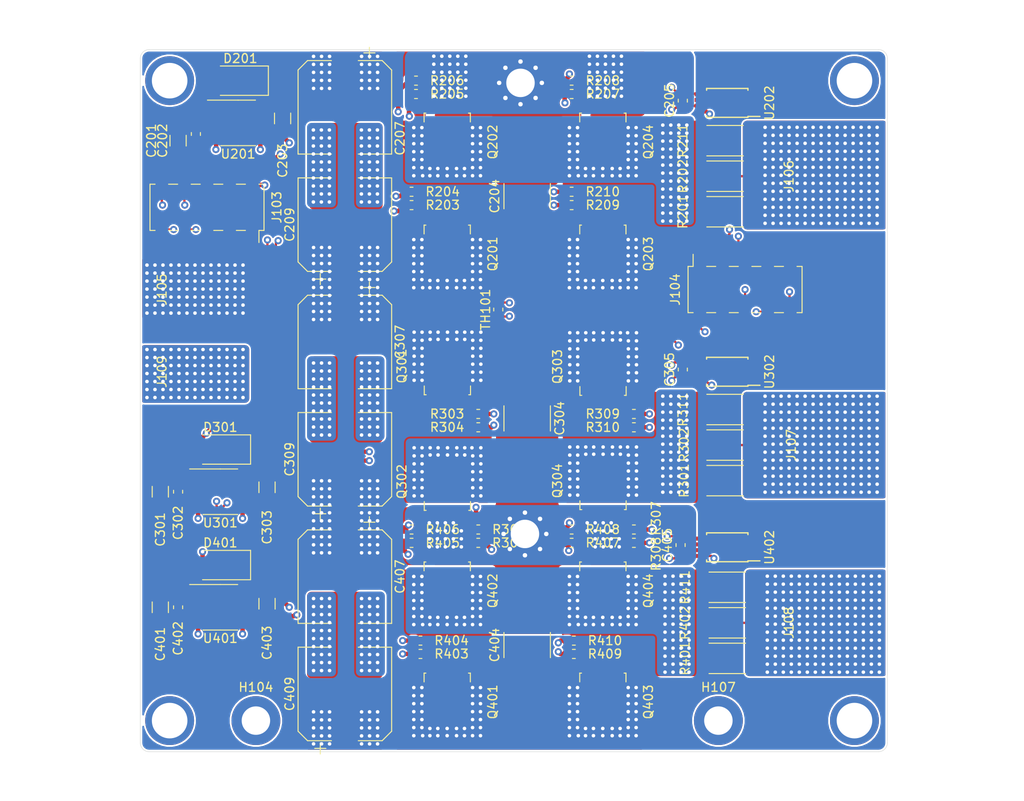
<source format=kicad_pcb>
(kicad_pcb (version 20171130) (host pcbnew "(5.1.4)-1")
  (layers (0 F.Cu signal) (1 In1.Cu signal) (2 In2.Cu signal) (31 B.Cu signal) (34 B.Paste user) (35 F.Paste user) (36 B.SilkS user) (37 F.SilkS user) (38 B.Mask user) (39 F.Mask user) (44 Edge.Cuts user))
  (net 0 "")
  (module Capacitor_SMD:C_2220_5650Metric (layer F.Cu) (at 135.25 69.5 90)
    (fp_text reference C204 (at 0 -3.65 90) (layer F.SilkS))
    (fp_text value 10u)
    (pad 1 smd roundrect (at -2.55 0 90) (size 1.8 5.4) (layers F.Cu F.Paste F.Mask) (roundrect_rratio 0.138889))
    (pad 2 smd roundrect (at 2.55 0 90) (size 1.8 5.4) (layers F.Cu F.Paste F.Mask) (roundrect_rratio 0.138889))
  )
  (module Capacitor_SMD:C_0603_1608Metric (layer F.Cu) (at 152.75 58.75 270)
    (fp_text reference C205 (at 0 1.5 90) (layer F.SilkS))
    (fp_text value 100n)
    (pad 1 smd roundrect (at -0.7875 0 270) (size 0.875 0.95) (layers F.Cu F.Paste F.Mask))
    (pad 2 smd roundrect (at 0.7875 0 270) (size 0.875 0.95) (layers F.Cu F.Paste F.Mask))
  )
  (module Capacitor_SMD:CP_Elec_10x10 (layer F.Cu) (at 114.75 72.7 90)
    (fp_text reference C209 (at 0 -6.2 90) (layer F.SilkS))
    (fp_text value 56u)
    (pad 1 smd roundrect (at -4 0 90) (size 4 2.5) (layers F.Cu F.Paste F.Mask) (roundrect_rratio 0.1))
    (pad 2 smd roundrect (at 4 0 90) (size 4 2.5) (layers F.Cu F.Paste F.Mask) (roundrect_rratio 0.1))
  )
  (module Capacitor_SMD:C_1206_3216Metric (layer F.Cu) (at 94 102.75 270)
    (fp_text reference C301 (at 4.25 0 90) (layer F.SilkS))
    (fp_text value 10u)
    (pad 1 smd roundrect (at -1.4 0 270) (size 1.25 1.75) (layers F.Cu F.Paste F.Mask) (roundrect_rratio 0.2))
    (pad 2 smd roundrect (at 1.4 0 270) (size 1.25 1.75) (layers F.Cu F.Paste F.Mask) (roundrect_rratio 0.2))
  )
  (module Capacitor_SMD:CP_Elec_10x10 (layer F.Cu) (at 114.75 59.5 270)
    (fp_text reference C207 (at 3.5 -6.2 90) (layer F.SilkS))
    (fp_text value 56u)
    (pad 1 smd roundrect (at -4 0 270) (size 4 2.5) (layers F.Cu F.Paste F.Mask) (roundrect_rratio 0.1))
    (pad 2 smd roundrect (at 4 0 270) (size 4 2.5) (layers F.Cu F.Paste F.Mask) (roundrect_rratio 0.1))
  )
  (module Capacitor_SMD:C_2220_5650Metric (layer F.Cu) (at 135.25 94.5 270)
    (fp_text reference C304 (at 0 -3.65 90) (layer F.SilkS))
    (fp_text value 10u)
    (pad 1 smd roundrect (at -2.55 0 270) (size 1.8 5.4) (layers F.Cu F.Paste F.Mask) (roundrect_rratio 0.138889))
    (pad 2 smd roundrect (at 2.55 0 270) (size 1.8 5.4) (layers F.Cu F.Paste F.Mask) (roundrect_rratio 0.138889))
  )
  (module Capacitor_SMD:C_0603_1608Metric (layer F.Cu) (at 152.75 89 270)
    (fp_text reference C305 (at 0 1.5 90) (layer F.SilkS))
    (fp_text value 100n)
    (pad 1 smd roundrect (at -0.7875 0 270) (size 0.875 0.95) (layers F.Cu F.Paste F.Mask))
    (pad 2 smd roundrect (at 0.7875 0 270) (size 0.875 0.95) (layers F.Cu F.Paste F.Mask))
  )
  (module Capacitor_SMD:C_0603_1608Metric (layer F.Cu) (at 96 102.75 270)
    (fp_text reference C302 (at 3.5 0 90) (layer F.SilkS))
    (fp_text value 100n)
    (pad 1 smd roundrect (at -0.7875 0 270) (size 0.875 0.95) (layers F.Cu F.Paste F.Mask))
    (pad 2 smd roundrect (at 0.7875 0 270) (size 0.875 0.95) (layers F.Cu F.Paste F.Mask))
  )
  (module Capacitor_SMD:C_1206_3216Metric (layer F.Cu) (at 106 102.25 270)
    (fp_text reference C303 (at 4.5 0 90) (layer F.SilkS))
    (fp_text value 10u)
    (pad 1 smd roundrect (at -1.4 0 270) (size 1.25 1.75) (layers F.Cu F.Paste F.Mask) (roundrect_rratio 0.2))
    (pad 2 smd roundrect (at 1.4 0 270) (size 1.25 1.75) (layers F.Cu F.Paste F.Mask) (roundrect_rratio 0.2))
  )
  (module Capacitor_SMD:CP_Elec_10x10 (layer F.Cu) (at 114.75 85.9 270)
    (fp_text reference C307 (at 0 -6.2 90) (layer F.SilkS))
    (fp_text value 56u)
    (pad 1 smd roundrect (at -4 0 270) (size 4 2.5) (layers F.Cu F.Paste F.Mask) (roundrect_rratio 0.1))
    (pad 2 smd roundrect (at 4 0 270) (size 4 2.5) (layers F.Cu F.Paste F.Mask) (roundrect_rratio 0.1))
  )
  (module Capacitor_SMD:CP_Elec_10x10 (layer F.Cu) (at 114.75 99.1 90)
    (fp_text reference C309 (at 0 -6.2 90) (layer F.SilkS))
    (fp_text value 56u)
    (pad 1 smd roundrect (at -4 0 90) (size 4 2.5) (layers F.Cu F.Paste F.Mask) (roundrect_rratio 0.1))
    (pad 2 smd roundrect (at 4 0 90) (size 4 2.5) (layers F.Cu F.Paste F.Mask) (roundrect_rratio 0.1))
  )
  (module Capacitor_SMD:C_1206_3216Metric (layer F.Cu) (at 106 115.35 270)
    (fp_text reference C403 (at 4.4 0 90) (layer F.SilkS))
    (fp_text value 10u)
    (pad 1 smd roundrect (at -1.4 0 270) (size 1.25 1.75) (layers F.Cu F.Paste F.Mask) (roundrect_rratio 0.2))
    (pad 2 smd roundrect (at 1.4 0 270) (size 1.25 1.75) (layers F.Cu F.Paste F.Mask) (roundrect_rratio 0.2))
  )
  (module Capacitor_SMD:C_2220_5650Metric (layer F.Cu) (at 135.25 120 90)
    (fp_text reference C404 (at 0 -3.65 90) (layer F.SilkS))
    (fp_text value 10u)
    (pad 1 smd roundrect (at -2.55 0 90) (size 1.8 5.4) (layers F.Cu F.Paste F.Mask) (roundrect_rratio 0.138889))
    (pad 2 smd roundrect (at 2.55 0 90) (size 1.8 5.4) (layers F.Cu F.Paste F.Mask) (roundrect_rratio 0.138889))
  )
  (module Capacitor_SMD:CP_Elec_10x10 (layer F.Cu) (at 114.75 125.5 90)
    (fp_text reference C409 (at 0 -6.2 90) (layer F.SilkS))
    (fp_text value 56u)
    (pad 1 smd roundrect (at -4 0 90) (size 4 2.5) (layers F.Cu F.Paste F.Mask) (roundrect_rratio 0.1))
    (pad 2 smd roundrect (at 4 0 90) (size 4 2.5) (layers F.Cu F.Paste F.Mask) (roundrect_rratio 0.1))
  )
  (module Capacitor_SMD:C_0603_1608Metric (layer F.Cu) (at 96 115.75 270)
    (fp_text reference C402 (at 3.5 0 90) (layer F.SilkS))
    (fp_text value 100n)
    (pad 1 smd roundrect (at -0.7875 0 270) (size 0.875 0.95) (layers F.Cu F.Paste F.Mask))
    (pad 2 smd roundrect (at 0.7875 0 270) (size 0.875 0.95) (layers F.Cu F.Paste F.Mask))
  )
  (module Capacitor_SMD:C_1206_3216Metric (layer F.Cu) (at 94 115.75 270)
    (fp_text reference C401 (at 4.15 0 90) (layer F.SilkS))
    (fp_text value 10u)
    (pad 1 smd roundrect (at -1.4 0 270) (size 1.25 1.75) (layers F.Cu F.Paste F.Mask) (roundrect_rratio 0.2))
    (pad 2 smd roundrect (at 1.4 0 270) (size 1.25 1.75) (layers F.Cu F.Paste F.Mask) (roundrect_rratio 0.2))
  )
  (module Capacitor_SMD:CP_Elec_10x10 (layer F.Cu) (at 114.75 112.3 270)
    (fp_text reference C407 (at 0 -6.2 90) (layer F.SilkS))
    (fp_text value 56u)
    (pad 1 smd roundrect (at -4 0 270) (size 4 2.5) (layers F.Cu F.Paste F.Mask) (roundrect_rratio 0.1))
    (pad 2 smd roundrect (at 4 0 270) (size 4 2.5) (layers F.Cu F.Paste F.Mask) (roundrect_rratio 0.1))
  )
  (module Capacitor_SMD:C_0603_1608Metric (layer F.Cu) (at 152.5 108.75 270)
    (fp_text reference C405 (at 0 1.5 90) (layer F.SilkS))
    (fp_text value 100n)
    (pad 1 smd roundrect (at -0.7875 0 270) (size 0.875 0.95) (layers F.Cu F.Paste F.Mask))
    (pad 2 smd roundrect (at 0.7875 0 270) (size 0.875 0.95) (layers F.Cu F.Paste F.Mask))
  )
  (module Package_SO:TSSOP-8_4.4x3mm_P0.65mm (layer F.Cu) (at 157.75 109 180)
    (fp_text reference U402 (at -4.75 0 90) (layer F.SilkS))
    (fp_text value INA240A1PWR)
    (pad 1 smd rect (at -2.95 -0.975 180) (size 1.45 0.45) (layers F.Cu F.Paste F.Mask))
    (pad 2 smd rect (at -2.95 -0.325 180) (size 1.45 0.45) (layers F.Cu F.Paste F.Mask))
    (pad 3 smd rect (at -2.95 0.325 180) (size 1.45 0.45) (layers F.Cu F.Paste F.Mask))
    (pad 4 smd rect (at -2.95 0.975 180) (size 1.45 0.45) (layers F.Cu F.Paste F.Mask))
    (pad 5 smd rect (at 2.95 0.975 180) (size 1.45 0.45) (layers F.Cu F.Paste F.Mask))
    (pad 6 smd rect (at 2.95 0.325 180) (size 1.45 0.45) (layers F.Cu F.Paste F.Mask))
    (pad 7 smd rect (at 2.95 -0.325 180) (size 1.45 0.45) (layers F.Cu F.Paste F.Mask))
    (pad 8 smd rect (at 2.95 -0.975 180) (size 1.45 0.45) (layers F.Cu F.Paste F.Mask))
  )
  (module Resistor_SMD:R_0603_1608Metric (layer F.Cu) (at 132 82.25 90)
    (fp_text reference TH101 (at 0 -1.43 90) (layer F.SilkS))
    (fp_text value "NTC 10k")
    (pad 1 smd roundrect (at -0.7875 0 90) (size 0.875 0.95) (layers F.Cu F.Paste F.Mask))
    (pad 2 smd roundrect (at 0.7875 0 90) (size 0.875 0.95) (layers F.Cu F.Paste F.Mask))
  )
  (module Package_SO:SOIC-8_3.9x4.9mm_P1.27mm (layer F.Cu) (at 102.75 61.25)
    (fp_text reference U201 (at 0 3.5) (layer F.SilkS))
    (fp_text value LM5109BMA)
    (pad 1 smd roundrect (at -2.475 -1.905) (size 1.95 0.6) (layers F.Cu F.Paste F.Mask))
    (pad 2 smd roundrect (at -2.475 -0.635) (size 1.95 0.6) (layers F.Cu F.Paste F.Mask))
    (pad 3 smd roundrect (at -2.475 0.635) (size 1.95 0.6) (layers F.Cu F.Paste F.Mask))
    (pad 4 smd roundrect (at -2.475 1.905) (size 1.95 0.6) (layers F.Cu F.Paste F.Mask))
    (pad 5 smd roundrect (at 2.475 1.905) (size 1.95 0.6) (layers F.Cu F.Paste F.Mask))
    (pad 6 smd roundrect (at 2.475 0.635) (size 1.95 0.6) (layers F.Cu F.Paste F.Mask))
    (pad 7 smd roundrect (at 2.475 -0.635) (size 1.95 0.6) (layers F.Cu F.Paste F.Mask))
    (pad 8 smd roundrect (at 2.475 -1.905) (size 1.95 0.6) (layers F.Cu F.Paste F.Mask))
  )
  (module Package_SO:TSSOP-8_4.4x3mm_P0.65mm (layer F.Cu) (at 157.75 89.25 180)
    (fp_text reference U302 (at -4.75 0 90) (layer F.SilkS))
    (fp_text value INA240A1PWR)
    (pad 1 smd rect (at -2.95 -0.975 180) (size 1.45 0.45) (layers F.Cu F.Paste F.Mask))
    (pad 2 smd rect (at -2.95 -0.325 180) (size 1.45 0.45) (layers F.Cu F.Paste F.Mask))
    (pad 3 smd rect (at -2.95 0.325 180) (size 1.45 0.45) (layers F.Cu F.Paste F.Mask))
    (pad 4 smd rect (at -2.95 0.975 180) (size 1.45 0.45) (layers F.Cu F.Paste F.Mask))
    (pad 5 smd rect (at 2.95 0.975 180) (size 1.45 0.45) (layers F.Cu F.Paste F.Mask))
    (pad 6 smd rect (at 2.95 0.325 180) (size 1.45 0.45) (layers F.Cu F.Paste F.Mask))
    (pad 7 smd rect (at 2.95 -0.325 180) (size 1.45 0.45) (layers F.Cu F.Paste F.Mask))
    (pad 8 smd rect (at 2.95 -0.975 180) (size 1.45 0.45) (layers F.Cu F.Paste F.Mask))
  )
  (module Package_SO:TSSOP-8_4.4x3mm_P0.65mm (layer F.Cu) (at 157.75 59 180)
    (fp_text reference U202 (at -4.75 0 90) (layer F.SilkS))
    (fp_text value INA240A1PWR)
    (pad 1 smd rect (at -2.95 -0.975 180) (size 1.45 0.45) (layers F.Cu F.Paste F.Mask))
    (pad 2 smd rect (at -2.95 -0.325 180) (size 1.45 0.45) (layers F.Cu F.Paste F.Mask))
    (pad 3 smd rect (at -2.95 0.325 180) (size 1.45 0.45) (layers F.Cu F.Paste F.Mask))
    (pad 4 smd rect (at -2.95 0.975 180) (size 1.45 0.45) (layers F.Cu F.Paste F.Mask))
    (pad 5 smd rect (at 2.95 0.975 180) (size 1.45 0.45) (layers F.Cu F.Paste F.Mask))
    (pad 6 smd rect (at 2.95 0.325 180) (size 1.45 0.45) (layers F.Cu F.Paste F.Mask))
    (pad 7 smd rect (at 2.95 -0.325 180) (size 1.45 0.45) (layers F.Cu F.Paste F.Mask))
    (pad 8 smd rect (at 2.95 -0.975 180) (size 1.45 0.45) (layers F.Cu F.Paste F.Mask))
  )
  (module Package_SO:SOIC-8_3.9x4.9mm_P1.27mm (layer F.Cu) (at 100.75 115.75)
    (fp_text reference U401 (at 0 3.5) (layer F.SilkS))
    (fp_text value LM5109BMA)
    (pad 1 smd roundrect (at -2.475 -1.905) (size 1.95 0.6) (layers F.Cu F.Paste F.Mask))
    (pad 2 smd roundrect (at -2.475 -0.635) (size 1.95 0.6) (layers F.Cu F.Paste F.Mask))
    (pad 3 smd roundrect (at -2.475 0.635) (size 1.95 0.6) (layers F.Cu F.Paste F.Mask))
    (pad 4 smd roundrect (at -2.475 1.905) (size 1.95 0.6) (layers F.Cu F.Paste F.Mask))
    (pad 5 smd roundrect (at 2.475 1.905) (size 1.95 0.6) (layers F.Cu F.Paste F.Mask))
    (pad 6 smd roundrect (at 2.475 0.635) (size 1.95 0.6) (layers F.Cu F.Paste F.Mask))
    (pad 7 smd roundrect (at 2.475 -0.635) (size 1.95 0.6) (layers F.Cu F.Paste F.Mask))
    (pad 8 smd roundrect (at 2.475 -1.905) (size 1.95 0.6) (layers F.Cu F.Paste F.Mask))
  )
  (module Package_SO:SOIC-8_3.9x4.9mm_P1.27mm (layer F.Cu) (at 100.75 102.75)
    (fp_text reference U301 (at 0 3.5) (layer F.SilkS))
    (fp_text value LM5109BMA)
    (pad 1 smd roundrect (at -2.475 -1.905) (size 1.95 0.6) (layers F.Cu F.Paste F.Mask))
    (pad 2 smd roundrect (at -2.475 -0.635) (size 1.95 0.6) (layers F.Cu F.Paste F.Mask))
    (pad 3 smd roundrect (at -2.475 0.635) (size 1.95 0.6) (layers F.Cu F.Paste F.Mask))
    (pad 4 smd roundrect (at -2.475 1.905) (size 1.95 0.6) (layers F.Cu F.Paste F.Mask))
    (pad 5 smd roundrect (at 2.475 1.905) (size 1.95 0.6) (layers F.Cu F.Paste F.Mask))
    (pad 6 smd roundrect (at 2.475 0.635) (size 1.95 0.6) (layers F.Cu F.Paste F.Mask))
    (pad 7 smd roundrect (at 2.475 -0.635) (size 1.95 0.6) (layers F.Cu F.Paste F.Mask))
    (pad 8 smd roundrect (at 2.475 -1.905) (size 1.95 0.6) (layers F.Cu F.Paste F.Mask))
  )
  (module Resistor_SMD:R_2512_6332Metric (layer F.Cu) (at 157.5 71.25 180)
    (fp_text reference R201 (at 4.75 0 90) (layer F.SilkS))
    (fp_text value 2mR)
    (pad 1 smd roundrect (at -2.9 0 180) (size 1.35 3.35) (layers F.Cu F.Paste F.Mask) (roundrect_rratio 0.185185))
    (pad 2 smd roundrect (at 2.9 0 180) (size 1.35 3.35) (layers F.Cu F.Paste F.Mask) (roundrect_rratio 0.185185))
  )
  (module Resistor_SMD:R_2512_6332Metric (layer F.Cu) (at 157.5 93.5 180)
    (fp_text reference R311 (at 4.75 0 90) (layer F.SilkS))
    (fp_text value 2mR)
    (pad 1 smd roundrect (at -2.9 0 180) (size 1.35 3.35) (layers F.Cu F.Paste F.Mask) (roundrect_rratio 0.185185))
    (pad 2 smd roundrect (at 2.9 0 180) (size 1.35 3.35) (layers F.Cu F.Paste F.Mask) (roundrect_rratio 0.185185))
  )
  (module Resistor_SMD:R_2512_6332Metric (layer F.Cu) (at 157.5 97.5 180)
    (fp_text reference R302 (at 4.6 0 90) (layer F.SilkS))
    (fp_text value 2mR)
    (pad 1 smd roundrect (at -2.9 0 180) (size 1.35 3.35) (layers F.Cu F.Paste F.Mask) (roundrect_rratio 0.185185))
    (pad 2 smd roundrect (at 2.9 0 180) (size 1.35 3.35) (layers F.Cu F.Paste F.Mask) (roundrect_rratio 0.185185))
  )
  (module Resistor_SMD:R_2512_6332Metric (layer F.Cu) (at 157.75 121.5 180)
    (fp_text reference R401 (at 4.75 0 90) (layer F.SilkS))
    (fp_text value 2mR)
    (pad 1 smd roundrect (at -2.9 0 180) (size 1.35 3.35) (layers F.Cu F.Paste F.Mask) (roundrect_rratio 0.185185))
    (pad 2 smd roundrect (at 2.9 0 180) (size 1.35 3.35) (layers F.Cu F.Paste F.Mask) (roundrect_rratio 0.185185))
  )
  (module MountingHole:MountingHole_3.2mm_M3_ISO14580_Pad (layer F.Cu) (at 104.75 128.5)
    (fp_text reference H104 (at 0 -3.75) (layer F.SilkS))
    (fp_text value GND)
    (pad 1 thru_hole circle (at 0 0) (size 5.5 5.5) (drill 3.2) (layers *.Cu *.Mask))
  )
  (module MountingHole:MountingHole_3.2mm_M3_Pad_Via (layer F.Cu) (at 135 107.5)
    (fp_text reference H106 hide)
    (fp_text value GND)
    (pad 1 thru_hole circle (at 0 0) (size 6.4 6.4) (drill 3.2) (layers *.Cu *.Mask))
    (pad 1 thru_hole circle (at 2.4 0) (size 0.8 0.8) (drill 0.5) (layers *.Cu *.Mask))
    (pad 1 thru_hole circle (at 1.697056 1.697056) (size 0.8 0.8) (drill 0.5) (layers *.Cu *.Mask))
    (pad 1 thru_hole circle (at 0 2.4) (size 0.8 0.8) (drill 0.5) (layers *.Cu *.Mask))
    (pad 1 thru_hole circle (at -1.697056 1.697056) (size 0.8 0.8) (drill 0.5) (layers *.Cu *.Mask))
    (pad 1 thru_hole circle (at -2.4 0) (size 0.8 0.8) (drill 0.5) (layers *.Cu *.Mask))
    (pad 1 thru_hole circle (at -1.697056 -1.697056) (size 0.8 0.8) (drill 0.5) (layers *.Cu *.Mask))
    (pad 1 thru_hole circle (at 0 -2.4) (size 0.8 0.8) (drill 0.5) (layers *.Cu *.Mask))
    (pad 1 thru_hole circle (at 1.697056 -1.697056) (size 0.8 0.8) (drill 0.5) (layers *.Cu *.Mask))
  )
  (module Resistor_SMD:R_2512_6332Metric (layer F.Cu) (at 157.75 113.5 180)
    (fp_text reference R411 (at 4.75 0 90) (layer F.SilkS))
    (fp_text value 2mR)
    (pad 1 smd roundrect (at -2.9 0 180) (size 1.35 3.35) (layers F.Cu F.Paste F.Mask) (roundrect_rratio 0.185185))
    (pad 2 smd roundrect (at 2.9 0 180) (size 1.35 3.35) (layers F.Cu F.Paste F.Mask) (roundrect_rratio 0.185185))
  )
  (module Resistor_SMD:R_2512_6332Metric (layer F.Cu) (at 157.5 67.25 180)
    (fp_text reference R202 (at 4.75 0 90) (layer F.SilkS))
    (fp_text value 2mR)
    (pad 1 smd roundrect (at -2.9 0 180) (size 1.35 3.35) (layers F.Cu F.Paste F.Mask) (roundrect_rratio 0.185185))
    (pad 2 smd roundrect (at 2.9 0 180) (size 1.35 3.35) (layers F.Cu F.Paste F.Mask) (roundrect_rratio 0.185185))
  )
  (module MountingHole:MountingHole_3.2mm_M3_ISO14580_Pad (layer F.Cu) (at 156.75 128.5)
    (fp_text reference H107 (at 0 -3.75) (layer F.SilkS))
    (fp_text value GND)
    (pad 1 thru_hole circle (at 0 0) (size 5.5 5.5) (drill 3.2) (layers *.Cu *.Mask))
  )
  (module Resistor_SMD:R_2512_6332Metric (layer F.Cu) (at 157.5 101.5 180)
    (fp_text reference R301 (at 4.6 0 90) (layer F.SilkS))
    (fp_text value 2mR)
    (pad 1 smd roundrect (at -2.9 0 180) (size 1.35 3.35) (layers F.Cu F.Paste F.Mask) (roundrect_rratio 0.185185))
    (pad 2 smd roundrect (at 2.9 0 180) (size 1.35 3.35) (layers F.Cu F.Paste F.Mask) (roundrect_rratio 0.185185))
  )
  (module MountingHole:MountingHole_3.2mm_M3_Pad_Via (layer F.Cu) (at 134.5 56.75)
    (fp_text reference H105 hide)
    (fp_text value GND)
    (pad 1 thru_hole circle (at 0 0) (size 6.4 6.4) (drill 3.2) (layers *.Cu *.Mask))
    (pad 1 thru_hole circle (at 2.4 0) (size 0.8 0.8) (drill 0.5) (layers *.Cu *.Mask))
    (pad 1 thru_hole circle (at 1.697056 1.697056) (size 0.8 0.8) (drill 0.5) (layers *.Cu *.Mask))
    (pad 1 thru_hole circle (at 0 2.4) (size 0.8 0.8) (drill 0.5) (layers *.Cu *.Mask))
    (pad 1 thru_hole circle (at -1.697056 1.697056) (size 0.8 0.8) (drill 0.5) (layers *.Cu *.Mask))
    (pad 1 thru_hole circle (at -2.4 0) (size 0.8 0.8) (drill 0.5) (layers *.Cu *.Mask))
    (pad 1 thru_hole circle (at -1.697056 -1.697056) (size 0.8 0.8) (drill 0.5) (layers *.Cu *.Mask))
    (pad 1 thru_hole circle (at 0 -2.4) (size 0.8 0.8) (drill 0.5) (layers *.Cu *.Mask))
    (pad 1 thru_hole circle (at 1.697056 -1.697056) (size 0.8 0.8) (drill 0.5) (layers *.Cu *.Mask))
  )
  (module Resistor_SMD:R_2512_6332Metric (layer F.Cu) (at 157.75 117.5 180)
    (fp_text reference R402 (at 4.75 0 90) (layer F.SilkS))
    (fp_text value 2mR)
    (pad 1 smd roundrect (at -2.9 0 180) (size 1.35 3.35) (layers F.Cu F.Paste F.Mask) (roundrect_rratio 0.185185))
    (pad 2 smd roundrect (at 2.9 0 180) (size 1.35 3.35) (layers F.Cu F.Paste F.Mask) (roundrect_rratio 0.185185))
  )
  (module Resistor_SMD:R_2512_6332Metric (layer F.Cu) (at 157.5 63.25 180)
    (fp_text reference R211 (at 4.75 0 90) (layer F.SilkS))
    (fp_text value 2mR)
    (pad 1 smd roundrect (at -2.9 0 180) (size 1.35 3.35) (layers F.Cu F.Paste F.Mask) (roundrect_rratio 0.185185))
    (pad 2 smd roundrect (at 2.9 0 180) (size 1.35 3.35) (layers F.Cu F.Paste F.Mask) (roundrect_rratio 0.185185))
  )
  (module hardware_4850:RND-455-00370 (layer F.Cu) (at 82.05 53.5)
    (fp_text reference N101 hide)
    (fp_text value Housing_Pad hide)
    (pad 1 thru_hole circle (at 13 3 90) (size 5.5 5.5) (drill 4) (layers *.Cu *.Mask))
    (pad 1 thru_hole circle (at 90 3 90) (size 5.5 5.5) (drill 4) (layers *.Cu *.Mask))
    (pad 1 thru_hole circle (at 90 75 90) (size 5.5 5.5) (drill 4) (layers *.Cu *.Mask))
    (pad 1 thru_hole circle (at 13 75 90) (size 5.5 5.5) (drill 4) (layers *.Cu *.Mask))
  )
  (module Capacitor_SMD:C_1206_3216Metric (layer F.Cu) (at 107.75 60.75 270)
    (fp_text reference C203 (at 4.75 0 90) (layer F.SilkS))
    (fp_text value 10u)
    (pad 1 smd roundrect (at -1.4 0 270) (size 1.25 1.75) (layers F.Cu F.Paste F.Mask) (roundrect_rratio 0.2))
    (pad 2 smd roundrect (at 1.4 0 270) (size 1.25 1.75) (layers F.Cu F.Paste F.Mask) (roundrect_rratio 0.2))
  )
  (module Capacitor_SMD:C_0603_1608Metric (layer F.Cu) (at 98 62.5 270)
    (fp_text reference C202 (at 0.75 3.75 90) (layer F.SilkS))
    (fp_text value 100n)
    (pad 1 smd roundrect (at -0.7875 0 270) (size 0.875 0.95) (layers F.Cu F.Paste F.Mask))
    (pad 2 smd roundrect (at 0.7875 0 270) (size 0.875 0.95) (layers F.Cu F.Paste F.Mask))
  )
  (module Capacitor_SMD:C_1206_3216Metric (layer F.Cu) (at 96 63.25 270)
    (fp_text reference C201 (at 0 3 90) (layer F.SilkS))
    (fp_text value 10u)
    (pad 1 smd roundrect (at -1.4 0 270) (size 1.25 1.75) (layers F.Cu F.Paste F.Mask) (roundrect_rratio 0.2))
    (pad 2 smd roundrect (at 1.4 0 270) (size 1.25 1.75) (layers F.Cu F.Paste F.Mask) (roundrect_rratio 0.2))
  )
  (module Resistor_SMD:R_0603_1608Metric (layer F.Cu) (at 129.75 107)
    (fp_text reference R305 (at 3.5 0) (layer F.SilkS))
    (fp_text value 1R1)
    (pad 1 smd roundrect (at -0.7875 0) (size 0.875 0.95) (layers F.Cu F.Paste F.Mask))
    (pad 2 smd roundrect (at 0.7875 0) (size 0.875 0.95) (layers F.Cu F.Paste F.Mask))
  )
  (module Resistor_SMD:R_0603_1608Metric (layer F.Cu) (at 140.25 58 180)
    (fp_text reference R207 (at -3.5 0) (layer F.SilkS))
    (fp_text value 1R1)
    (pad 1 smd roundrect (at -0.7875 0 180) (size 0.875 0.95) (layers F.Cu F.Paste F.Mask))
    (pad 2 smd roundrect (at 0.7875 0 180) (size 0.875 0.95) (layers F.Cu F.Paste F.Mask))
  )
  (module Resistor_SMD:R_0603_1608Metric (layer F.Cu) (at 147.25 94)
    (fp_text reference R309 (at -3.5 0) (layer F.SilkS))
    (fp_text value 1R1)
    (pad 1 smd roundrect (at -0.7875 0) (size 0.875 0.95) (layers F.Cu F.Paste F.Mask))
    (pad 2 smd roundrect (at 0.7875 0) (size 0.875 0.95) (layers F.Cu F.Paste F.Mask))
  )
  (module Resistor_SMD:R_0603_1608Metric (layer F.Cu) (at 140.25 56.5 180)
    (fp_text reference R208 (at -3.5 0) (layer F.SilkS))
    (fp_text value 1R1)
    (pad 1 smd roundrect (at -0.7875 0 180) (size 0.875 0.95) (layers F.Cu F.Paste F.Mask))
    (pad 2 smd roundrect (at 0.7875 0 180) (size 0.875 0.95) (layers F.Cu F.Paste F.Mask))
  )
  (module Resistor_SMD:R_0603_1608Metric (layer F.Cu) (at 140.25 69 180)
    (fp_text reference R210 (at -3.5 0) (layer F.SilkS))
    (fp_text value 1R1)
    (pad 1 smd roundrect (at -0.7875 0 180) (size 0.875 0.95) (layers F.Cu F.Paste F.Mask))
    (pad 2 smd roundrect (at 0.7875 0 180) (size 0.875 0.95) (layers F.Cu F.Paste F.Mask))
  )
  (module Resistor_SMD:R_0603_1608Metric (layer F.Cu) (at 122.25 107 180)
    (fp_text reference R406 (at -3.5 0) (layer F.SilkS))
    (fp_text value 1R1)
    (pad 1 smd roundrect (at -0.7875 0 180) (size 0.875 0.95) (layers F.Cu F.Paste F.Mask))
    (pad 2 smd roundrect (at 0.7875 0 180) (size 0.875 0.95) (layers F.Cu F.Paste F.Mask))
  )
  (module Resistor_SMD:R_0603_1608Metric (layer F.Cu) (at 140.25 108.5 180)
    (fp_text reference R407 (at -3.5 0) (layer F.SilkS))
    (fp_text value 1R1)
    (pad 1 smd roundrect (at -0.7875 0 180) (size 0.875 0.95) (layers F.Cu F.Paste F.Mask))
    (pad 2 smd roundrect (at 0.7875 0 180) (size 0.875 0.95) (layers F.Cu F.Paste F.Mask))
  )
  (module Resistor_SMD:R_0603_1608Metric (layer F.Cu) (at 129.75 94)
    (fp_text reference R303 (at -3.5 0 180) (layer F.SilkS))
    (fp_text value 1R1)
    (pad 1 smd roundrect (at -0.7875 0) (size 0.875 0.95) (layers F.Cu F.Paste F.Mask))
    (pad 2 smd roundrect (at 0.7875 0) (size 0.875 0.95) (layers F.Cu F.Paste F.Mask))
  )
  (module Resistor_SMD:R_0603_1608Metric (layer F.Cu) (at 129.75 95.5)
    (fp_text reference R304 (at -3.5 0 180) (layer F.SilkS))
    (fp_text value 1R1)
    (pad 1 smd roundrect (at -0.7875 0) (size 0.875 0.95) (layers F.Cu F.Paste F.Mask))
    (pad 2 smd roundrect (at 0.7875 0) (size 0.875 0.95) (layers F.Cu F.Paste F.Mask))
  )
  (module Resistor_SMD:R_0603_1608Metric (layer F.Cu) (at 123.25 119.5 180)
    (fp_text reference R404 (at -3.5 0) (layer F.SilkS))
    (fp_text value 1R1)
    (pad 1 smd roundrect (at -0.7875 0 180) (size 0.875 0.95) (layers F.Cu F.Paste F.Mask))
    (pad 2 smd roundrect (at 0.7875 0 180) (size 0.875 0.95) (layers F.Cu F.Paste F.Mask))
  )
  (module Resistor_SMD:R_0603_1608Metric (layer F.Cu) (at 140.5 121 180)
    (fp_text reference R409 (at -3.5 0) (layer F.SilkS))
    (fp_text value 1R1)
    (pad 1 smd roundrect (at -0.7875 0 180) (size 0.875 0.95) (layers F.Cu F.Paste F.Mask))
    (pad 2 smd roundrect (at 0.7875 0 180) (size 0.875 0.95) (layers F.Cu F.Paste F.Mask))
  )
  (module Resistor_SMD:R_0603_1608Metric (layer F.Cu) (at 140.5 119.5 180)
    (fp_text reference R410 (at -3.5 0) (layer F.SilkS))
    (fp_text value 1R1)
    (pad 1 smd roundrect (at -0.7875 0 180) (size 0.875 0.95) (layers F.Cu F.Paste F.Mask))
    (pad 2 smd roundrect (at 0.7875 0 180) (size 0.875 0.95) (layers F.Cu F.Paste F.Mask))
  )
  (module Resistor_SMD:R_0603_1608Metric (layer F.Cu) (at 140.25 107 180)
    (fp_text reference R408 (at -3.5 0) (layer F.SilkS))
    (fp_text value 1R1)
    (pad 1 smd roundrect (at -0.7875 0 180) (size 0.875 0.95) (layers F.Cu F.Paste F.Mask))
    (pad 2 smd roundrect (at 0.7875 0 180) (size 0.875 0.95) (layers F.Cu F.Paste F.Mask))
  )
  (module Package_TO_SOT_SMD:LFPAK56_ThermalVias-1 (layer F.Cu) (at 143.75 125.5 270)
    (fp_text reference Q403 (at 0.8925 -5.13 90) (layer F.SilkS))
    (fp_text value NCEP6080AG)
    (pad 5 thru_hole rect (at 4.695 1.05 180) (size 1 1) (drill 0.4) (layers *.Cu))
    (pad 5 thru_hole rect (at 4.695 0 180) (size 1.4 1) (drill 0.4) (layers *.Cu))
    (pad 5 thru_hole rect (at 4.695 -2.86 180) (size 1 1) (drill 0.4) (layers *.Cu))
    (pad 5 thru_hole rect (at 4.695 -1.06 180) (size 1 1) (drill 0.4) (layers *.Cu))
    (pad 5 thru_hole rect (at 4.695 1.94 180) (size 1 1) (drill 0.4) (layers *.Cu))
    (pad 5 thru_hole rect (at 4.695 -1.95 180) (size 1 1) (drill 0.4) (layers *.Cu))
    (pad 5 thru_hole rect (at 4.695 2.75 180) (size 1 1) (drill 0.4) (layers *.Cu))
    (pad 5 thru_hole rect (at 4.695 -3.75 180) (size 1 1) (drill 0.4) (layers *.Cu))
    (pad 5 thru_hole rect (at 3.785 -3.75 180) (size 1 1) (drill 0.4) (layers *.Cu))
    (pad 5 thru_hole rect (at 1.995 -3.75 180) (size 1 1) (drill 0.4) (layers *.Cu))
    (pad 5 thru_hole rect (at 2.885 -3.75 180) (size 1 1) (drill 0.4) (layers *.Cu))
    (pad 5 thru_hole rect (at 0.195 -3.75 180) (size 1 1) (drill 0.4) (layers *.Cu))
    (pad 5 thru_hole rect (at -0.715 -3.75 180) (size 1 1) (drill 0.4) (layers *.Cu))
    (pad 5 thru_hole rect (at 1.095 -3.75 180) (size 1 1) (drill 0.4) (layers *.Cu))
    (pad 5 thru_hole rect (at 4.695 3.75 180) (size 1 1) (drill 0.4) (layers *.Cu))
    (pad 5 thru_hole rect (at 2.885 3.75 180) (size 1 1) (drill 0.4) (layers *.Cu))
    (pad 5 thru_hole rect (at -0.715 3.75 180) (size 1 1) (drill 0.4) (layers *.Cu))
    (pad 5 thru_hole rect (at 1.095 3.75 180) (size 1 1) (drill 0.4) (layers *.Cu))
    (pad 5 thru_hole rect (at 1.995 3.75 180) (size 1 1) (drill 0.4) (layers *.Cu))
    (pad 5 thru_hole rect (at 0.195 3.75 180) (size 1 1) (drill 0.4) (layers *.Cu))
    (pad 5 thru_hole rect (at 3.785 3.75 180) (size 1 1) (drill 0.4) (layers *.Cu))
    (pad 5 thru_hole rect (at 3.885 1.05 180) (size 1 1) (drill 0.4) (layers *.Cu))
    (pad 5 thru_hole rect (at 3.885 -1.06 180) (size 1 1) (drill 0.4) (layers *.Cu))
    (pad 5 thru_hole rect (at 3.885 0 180) (size 1.4 1) (drill 0.4) (layers *.Cu))
    (pad 5 thru_hole rect (at 3.885 -1.95 180) (size 1 1) (drill 0.4) (layers *.Cu))
    (pad 5 thru_hole rect (at 1.995 -2.86 180) (size 1 1) (drill 0.4) (layers *.Cu))
    (pad 5 thru_hole rect (at 1.095 -2.86 180) (size 1 1) (drill 0.4) (layers *.Cu))
    (pad 5 thru_hole rect (at 0.195 -2.86 180) (size 1 1) (drill 0.4) (layers *.Cu))
    (pad 5 thru_hole rect (at 3.785 -2.86 180) (size 1 1) (drill 0.4) (layers *.Cu))
    (pad 2 smd rect (at -2.835 -0.64 180) (size 0.7 1.15) (layers F.Cu F.Paste F.Mask))
    (pad 1 smd rect (at -2.835 -1.91 180) (size 0.7 1.15) (layers F.Cu F.Paste F.Mask))
    (pad 3 smd rect (at -2.835 0.63 180) (size 0.7 1.15) (layers F.Cu F.Paste F.Mask))
    (pad 5 smd rect (at 2.635 0 180) (size 4.7 1.55) (layers F.Cu F.Mask))
    (pad 5 smd rect (at 0.445 0 180) (size 4.2 3.3) (layers F.Cu F.Mask))
    (pad 4 smd rect (at -2.835 1.9 180) (size 0.7 1.15) (layers F.Cu F.Paste F.Mask))
    (pad 5 thru_hole rect (at -0.715 2.84 180) (size 1 1) (drill 0.4) (layers *.Cu))
    (pad 5 thru_hole rect (at 0.195 2.84 180) (size 1 1) (drill 0.4) (layers *.Cu))
    (pad 5 thru_hole rect (at 1.095 2.84 180) (size 1 1) (drill 0.4) (layers *.Cu))
    (pad 5 thru_hole rect (at 1.995 2.84 180) (size 1 1) (drill 0.4) (layers *.Cu))
    (pad 5 thru_hole rect (at 2.885 2.84 180) (size 1 1) (drill 0.4) (layers *.Cu))
    (pad 5 thru_hole rect (at 3.785 2.84 180) (size 1 1) (drill 0.4) (layers *.Cu))
    (pad 5 thru_hole rect (at 3.885 1.94 180) (size 1 1) (drill 0.4) (layers *.Cu))
    (pad 5 thru_hole rect (at -0.715 -2.86 180) (size 1 1) (drill 0.4) (layers *.Cu))
    (pad 5 thru_hole rect (at 2.885 -2.86 180) (size 1 1) (drill 0.4) (layers *.Cu))
    (pad 5 smd rect (at 1.745 2.25 180) (size 0.5 0.5) (layers F.Cu))
    (pad 5 smd rect (at 1.745 -2.25 180) (size 0.5 0.5) (layers F.Cu))
    (pad 5 smd rect (at 2.635 0 180) (size 4.7 1.55) (layers B.Cu))
    (pad 5 smd rect (at 0.445 0 180) (size 4.2 3.3) (layers B.Cu))
    (pad 5 smd rect (at 0.445 -2.21 180) (size 0.6 3.3) (layers F.Cu))
    (pad 5 smd rect (at 0.445 2.2 180) (size 0.6 3.3) (layers F.Cu))
  )
  (module Package_TO_SOT_SMD:LFPAK56_ThermalVias-1 (layer F.Cu) (at 143.75 113 270)
    (fp_text reference Q404 (at 0.8925 -5.13 90) (layer F.SilkS))
    (fp_text value NCEP6080AG)
    (pad 5 thru_hole rect (at 4.695 1.05 180) (size 1 1) (drill 0.4) (layers *.Cu))
    (pad 5 thru_hole rect (at 4.695 0 180) (size 1.4 1) (drill 0.4) (layers *.Cu))
    (pad 5 thru_hole rect (at 4.695 -2.86 180) (size 1 1) (drill 0.4) (layers *.Cu))
    (pad 5 thru_hole rect (at 4.695 -1.06 180) (size 1 1) (drill 0.4) (layers *.Cu))
    (pad 5 thru_hole rect (at 4.695 1.94 180) (size 1 1) (drill 0.4) (layers *.Cu))
    (pad 5 thru_hole rect (at 4.695 -1.95 180) (size 1 1) (drill 0.4) (layers *.Cu))
    (pad 5 thru_hole rect (at 4.695 2.75 180) (size 1 1) (drill 0.4) (layers *.Cu))
    (pad 5 thru_hole rect (at 4.695 -3.75 180) (size 1 1) (drill 0.4) (layers *.Cu))
    (pad 5 thru_hole rect (at 3.785 -3.75 180) (size 1 1) (drill 0.4) (layers *.Cu))
    (pad 5 thru_hole rect (at 1.995 -3.75 180) (size 1 1) (drill 0.4) (layers *.Cu))
    (pad 5 thru_hole rect (at 2.885 -3.75 180) (size 1 1) (drill 0.4) (layers *.Cu))
    (pad 5 thru_hole rect (at 0.195 -3.75 180) (size 1 1) (drill 0.4) (layers *.Cu))
    (pad 5 thru_hole rect (at -0.715 -3.75 180) (size 1 1) (drill 0.4) (layers *.Cu))
    (pad 5 thru_hole rect (at 1.095 -3.75 180) (size 1 1) (drill 0.4) (layers *.Cu))
    (pad 5 thru_hole rect (at 4.695 3.75 180) (size 1 1) (drill 0.4) (layers *.Cu))
    (pad 5 thru_hole rect (at 2.885 3.75 180) (size 1 1) (drill 0.4) (layers *.Cu))
    (pad 5 thru_hole rect (at -0.715 3.75 180) (size 1 1) (drill 0.4) (layers *.Cu))
    (pad 5 thru_hole rect (at 1.095 3.75 180) (size 1 1) (drill 0.4) (layers *.Cu))
    (pad 5 thru_hole rect (at 1.995 3.75 180) (size 1 1) (drill 0.4) (layers *.Cu))
    (pad 5 thru_hole rect (at 0.195 3.75 180) (size 1 1) (drill 0.4) (layers *.Cu))
    (pad 5 thru_hole rect (at 3.785 3.75 180) (size 1 1) (drill 0.4) (layers *.Cu))
    (pad 5 thru_hole rect (at 3.885 1.05 180) (size 1 1) (drill 0.4) (layers *.Cu))
    (pad 5 thru_hole rect (at 3.885 -1.06 180) (size 1 1) (drill 0.4) (layers *.Cu))
    (pad 5 thru_hole rect (at 3.885 0 180) (size 1.4 1) (drill 0.4) (layers *.Cu))
    (pad 5 thru_hole rect (at 3.885 -1.95 180) (size 1 1) (drill 0.4) (layers *.Cu))
    (pad 5 thru_hole rect (at 1.995 -2.86 180) (size 1 1) (drill 0.4) (layers *.Cu))
    (pad 5 thru_hole rect (at 1.095 -2.86 180) (size 1 1) (drill 0.4) (layers *.Cu))
    (pad 5 thru_hole rect (at 0.195 -2.86 180) (size 1 1) (drill 0.4) (layers *.Cu))
    (pad 5 thru_hole rect (at 3.785 -2.86 180) (size 1 1) (drill 0.4) (layers *.Cu))
    (pad 2 smd rect (at -2.835 -0.64 180) (size 0.7 1.15) (layers F.Cu F.Paste F.Mask))
    (pad 1 smd rect (at -2.835 -1.91 180) (size 0.7 1.15) (layers F.Cu F.Paste F.Mask))
    (pad 3 smd rect (at -2.835 0.63 180) (size 0.7 1.15) (layers F.Cu F.Paste F.Mask))
    (pad 5 smd rect (at 2.635 0 180) (size 4.7 1.55) (layers F.Cu F.Mask))
    (pad 5 smd rect (at 0.445 0 180) (size 4.2 3.3) (layers F.Cu F.Mask))
    (pad 4 smd rect (at -2.835 1.9 180) (size 0.7 1.15) (layers F.Cu F.Paste F.Mask))
    (pad 5 thru_hole rect (at -0.715 2.84 180) (size 1 1) (drill 0.4) (layers *.Cu))
    (pad 5 thru_hole rect (at 0.195 2.84 180) (size 1 1) (drill 0.4) (layers *.Cu))
    (pad 5 thru_hole rect (at 1.095 2.84 180) (size 1 1) (drill 0.4) (layers *.Cu))
    (pad 5 thru_hole rect (at 1.995 2.84 180) (size 1 1) (drill 0.4) (layers *.Cu))
    (pad 5 thru_hole rect (at 2.885 2.84 180) (size 1 1) (drill 0.4) (layers *.Cu))
    (pad 5 thru_hole rect (at 3.785 2.84 180) (size 1 1) (drill 0.4) (layers *.Cu))
    (pad 5 thru_hole rect (at 3.885 1.94 180) (size 1 1) (drill 0.4) (layers *.Cu))
    (pad 5 thru_hole rect (at -0.715 -2.86 180) (size 1 1) (drill 0.4) (layers *.Cu))
    (pad 5 thru_hole rect (at 2.885 -2.86 180) (size 1 1) (drill 0.4) (layers *.Cu))
    (pad 5 smd rect (at 1.745 2.25 180) (size 0.5 0.5) (layers F.Cu))
    (pad 5 smd rect (at 1.745 -2.25 180) (size 0.5 0.5) (layers F.Cu))
    (pad 5 smd rect (at 2.635 0 180) (size 4.7 1.55) (layers B.Cu))
    (pad 5 smd rect (at 0.445 0 180) (size 4.2 3.3) (layers B.Cu))
    (pad 5 smd rect (at 0.445 -2.21 180) (size 0.6 3.3) (layers F.Cu))
    (pad 5 smd rect (at 0.445 2.2 180) (size 0.6 3.3) (layers F.Cu))
  )
  (module Resistor_SMD:R_0603_1608Metric (layer F.Cu) (at 122.25 70.5 180)
    (fp_text reference R203 (at -3.5 0) (layer F.SilkS))
    (fp_text value 1R1)
    (pad 1 smd roundrect (at -0.7875 0 180) (size 0.875 0.95) (layers F.Cu F.Paste F.Mask))
    (pad 2 smd roundrect (at 0.7875 0 180) (size 0.875 0.95) (layers F.Cu F.Paste F.Mask))
  )
  (module Resistor_SMD:R_0603_1608Metric (layer F.Cu) (at 122.25 69 180)
    (fp_text reference R204 (at -3.5 0) (layer F.SilkS))
    (fp_text value 1R1)
    (pad 1 smd roundrect (at -0.7875 0 180) (size 0.875 0.95) (layers F.Cu F.Paste F.Mask))
    (pad 2 smd roundrect (at 0.7875 0 180) (size 0.875 0.95) (layers F.Cu F.Paste F.Mask))
  )
  (module Resistor_SMD:R_0603_1608Metric (layer F.Cu) (at 122.75 58 180)
    (fp_text reference R205 (at -3.5 0) (layer F.SilkS))
    (fp_text value 1R1)
    (pad 1 smd roundrect (at -0.7875 0 180) (size 0.875 0.95) (layers F.Cu F.Paste F.Mask))
    (pad 2 smd roundrect (at 0.7875 0 180) (size 0.875 0.95) (layers F.Cu F.Paste F.Mask))
  )
  (module Resistor_SMD:R_0603_1608Metric (layer F.Cu) (at 122.75 56.5 180)
    (fp_text reference R206 (at -3.5 0) (layer F.SilkS))
    (fp_text value 1R1)
    (pad 1 smd roundrect (at -0.7875 0 180) (size 0.875 0.95) (layers F.Cu F.Paste F.Mask))
    (pad 2 smd roundrect (at 0.7875 0 180) (size 0.875 0.95) (layers F.Cu F.Paste F.Mask))
  )
  (module Resistor_SMD:R_0603_1608Metric (layer F.Cu) (at 122.25 108.5 180)
    (fp_text reference R405 (at -3.5 0) (layer F.SilkS))
    (fp_text value 1R1)
    (pad 1 smd roundrect (at -0.7875 0 180) (size 0.875 0.95) (layers F.Cu F.Paste F.Mask))
    (pad 2 smd roundrect (at 0.7875 0 180) (size 0.875 0.95) (layers F.Cu F.Paste F.Mask))
  )
  (module Resistor_SMD:R_0603_1608Metric (layer F.Cu) (at 140.25 70.5 180)
    (fp_text reference R209 (at -3.5 0) (layer F.SilkS))
    (fp_text value 1R1)
    (pad 1 smd roundrect (at -0.7875 0 180) (size 0.875 0.95) (layers F.Cu F.Paste F.Mask))
    (pad 2 smd roundrect (at 0.7875 0 180) (size 0.875 0.95) (layers F.Cu F.Paste F.Mask))
  )
  (module Resistor_SMD:R_0603_1608Metric (layer F.Cu) (at 147.25 108.5)
    (fp_text reference R308 (at 2.5 1.25 90) (layer F.SilkS))
    (fp_text value 1R1)
    (pad 1 smd roundrect (at -0.7875 0) (size 0.875 0.95) (layers F.Cu F.Paste F.Mask))
    (pad 2 smd roundrect (at 0.7875 0) (size 0.875 0.95) (layers F.Cu F.Paste F.Mask))
  )
  (module Resistor_SMD:R_0603_1608Metric (layer F.Cu) (at 123.25 121 180)
    (fp_text reference R403 (at -3.5 0) (layer F.SilkS))
    (fp_text value 1R1)
    (pad 1 smd roundrect (at -0.7875 0 180) (size 0.875 0.95) (layers F.Cu F.Paste F.Mask))
    (pad 2 smd roundrect (at 0.7875 0 180) (size 0.875 0.95) (layers F.Cu F.Paste F.Mask))
  )
  (module Resistor_SMD:R_0603_1608Metric (layer F.Cu) (at 129.75 108.5)
    (fp_text reference R306 (at 3.5 0) (layer F.SilkS))
    (fp_text value 1R1)
    (pad 1 smd roundrect (at -0.7875 0) (size 0.875 0.95) (layers F.Cu F.Paste F.Mask))
    (pad 2 smd roundrect (at 0.7875 0) (size 0.875 0.95) (layers F.Cu F.Paste F.Mask))
  )
  (module Resistor_SMD:R_0603_1608Metric (layer F.Cu) (at 147.25 95.5)
    (fp_text reference R310 (at -3.5 0) (layer F.SilkS))
    (fp_text value 1R1)
    (pad 1 smd roundrect (at -0.7875 0) (size 0.875 0.95) (layers F.Cu F.Paste F.Mask))
    (pad 2 smd roundrect (at 0.7875 0) (size 0.875 0.95) (layers F.Cu F.Paste F.Mask))
  )
  (module Resistor_SMD:R_0603_1608Metric (layer F.Cu) (at 147.25 107)
    (fp_text reference R307 (at 2.5 -1.25 270) (layer F.SilkS))
    (fp_text value 1R1)
    (pad 1 smd roundrect (at -0.7875 0) (size 0.875 0.95) (layers F.Cu F.Paste F.Mask))
    (pad 2 smd roundrect (at 0.7875 0) (size 0.875 0.95) (layers F.Cu F.Paste F.Mask))
  )
  (module Package_TO_SOT_SMD:LFPAK56_ThermalVias-1 (layer F.Cu) (at 143.79 102.415 90)
    (fp_text reference Q304 (at 0.8925 -5.13 90) (layer F.SilkS))
    (fp_text value NCEP6080AG)
    (pad 5 thru_hole rect (at 4.695 1.05) (size 1 1) (drill 0.4) (layers *.Cu))
    (pad 5 thru_hole rect (at 4.695 0) (size 1.4 1) (drill 0.4) (layers *.Cu))
    (pad 5 thru_hole rect (at 4.695 -2.86) (size 1 1) (drill 0.4) (layers *.Cu))
    (pad 5 thru_hole rect (at 4.695 -1.06) (size 1 1) (drill 0.4) (layers *.Cu))
    (pad 5 thru_hole rect (at 4.695 1.94) (size 1 1) (drill 0.4) (layers *.Cu))
    (pad 5 thru_hole rect (at 4.695 -1.95) (size 1 1) (drill 0.4) (layers *.Cu))
    (pad 5 thru_hole rect (at 4.695 2.75) (size 1 1) (drill 0.4) (layers *.Cu))
    (pad 5 thru_hole rect (at 4.695 -3.75) (size 1 1) (drill 0.4) (layers *.Cu))
    (pad 5 thru_hole rect (at 3.785 -3.75) (size 1 1) (drill 0.4) (layers *.Cu))
    (pad 5 thru_hole rect (at 1.995 -3.75) (size 1 1) (drill 0.4) (layers *.Cu))
    (pad 5 thru_hole rect (at 2.885 -3.75) (size 1 1) (drill 0.4) (layers *.Cu))
    (pad 5 thru_hole rect (at 0.195 -3.75) (size 1 1) (drill 0.4) (layers *.Cu))
    (pad 5 thru_hole rect (at -0.715 -3.75) (size 1 1) (drill 0.4) (layers *.Cu))
    (pad 5 thru_hole rect (at 1.095 -3.75) (size 1 1) (drill 0.4) (layers *.Cu))
    (pad 5 thru_hole rect (at 4.695 3.75) (size 1 1) (drill 0.4) (layers *.Cu))
    (pad 5 thru_hole rect (at 2.885 3.75) (size 1 1) (drill 0.4) (layers *.Cu))
    (pad 5 thru_hole rect (at -0.715 3.75) (size 1 1) (drill 0.4) (layers *.Cu))
    (pad 5 thru_hole rect (at 1.095 3.75) (size 1 1) (drill 0.4) (layers *.Cu))
    (pad 5 thru_hole rect (at 1.995 3.75) (size 1 1) (drill 0.4) (layers *.Cu))
    (pad 5 thru_hole rect (at 0.195 3.75) (size 1 1) (drill 0.4) (layers *.Cu))
    (pad 5 thru_hole rect (at 3.785 3.75) (size 1 1) (drill 0.4) (layers *.Cu))
    (pad 5 thru_hole rect (at 3.885 1.05) (size 1 1) (drill 0.4) (layers *.Cu))
    (pad 5 thru_hole rect (at 3.885 -1.06) (size 1 1) (drill 0.4) (layers *.Cu))
    (pad 5 thru_hole rect (at 3.885 0) (size 1.4 1) (drill 0.4) (layers *.Cu))
    (pad 5 thru_hole rect (at 3.885 -1.95) (size 1 1) (drill 0.4) (layers *.Cu))
    (pad 5 thru_hole rect (at 1.995 -2.86) (size 1 1) (drill 0.4) (layers *.Cu))
    (pad 5 thru_hole rect (at 1.095 -2.86) (size 1 1) (drill 0.4) (layers *.Cu))
    (pad 5 thru_hole rect (at 0.195 -2.86) (size 1 1) (drill 0.4) (layers *.Cu))
    (pad 5 thru_hole rect (at 3.785 -2.86) (size 1 1) (drill 0.4) (layers *.Cu))
    (pad 2 smd rect (at -2.835 -0.64) (size 0.7 1.15) (layers F.Cu F.Paste F.Mask))
    (pad 1 smd rect (at -2.835 -1.91) (size 0.7 1.15) (layers F.Cu F.Paste F.Mask))
    (pad 3 smd rect (at -2.835 0.63) (size 0.7 1.15) (layers F.Cu F.Paste F.Mask))
    (pad 5 smd rect (at 2.635 0) (size 4.7 1.55) (layers F.Cu F.Mask))
    (pad 5 smd rect (at 0.445 0) (size 4.2 3.3) (layers F.Cu F.Mask))
    (pad 4 smd rect (at -2.835 1.9) (size 0.7 1.15) (layers F.Cu F.Paste F.Mask))
    (pad 5 thru_hole rect (at -0.715 2.84) (size 1 1) (drill 0.4) (layers *.Cu))
    (pad 5 thru_hole rect (at 0.195 2.84) (size 1 1) (drill 0.4) (layers *.Cu))
    (pad 5 thru_hole rect (at 1.095 2.84) (size 1 1) (drill 0.4) (layers *.Cu))
    (pad 5 thru_hole rect (at 1.995 2.84) (size 1 1) (drill 0.4) (layers *.Cu))
    (pad 5 thru_hole rect (at 2.885 2.84) (size 1 1) (drill 0.4) (layers *.Cu))
    (pad 5 thru_hole rect (at 3.785 2.84) (size 1 1) (drill 0.4) (layers *.Cu))
    (pad 5 thru_hole rect (at 3.885 1.94) (size 1 1) (drill 0.4) (layers *.Cu))
    (pad 5 thru_hole rect (at -0.715 -2.86) (size 1 1) (drill 0.4) (layers *.Cu))
    (pad 5 thru_hole rect (at 2.885 -2.86) (size 1 1) (drill 0.4) (layers *.Cu))
    (pad 5 smd rect (at 1.745 2.25) (size 0.5 0.5) (layers F.Cu))
    (pad 5 smd rect (at 1.745 -2.25) (size 0.5 0.5) (layers F.Cu))
    (pad 5 smd rect (at 2.635 0) (size 4.7 1.55) (layers B.Cu))
    (pad 5 smd rect (at 0.445 0) (size 4.2 3.3) (layers B.Cu))
    (pad 5 smd rect (at 0.445 -2.21) (size 0.6 3.3) (layers F.Cu))
    (pad 5 smd rect (at 0.445 2.2) (size 0.6 3.3) (layers F.Cu))
  )
  (module Package_TO_SOT_SMD:LFPAK56_ThermalVias-1 (layer F.Cu) (at 126.25 113 270)
    (fp_text reference Q402 (at 0.8925 -5.13 90) (layer F.SilkS))
    (fp_text value NCEP6080AG)
    (pad 5 thru_hole rect (at 4.695 1.05 180) (size 1 1) (drill 0.4) (layers *.Cu))
    (pad 5 thru_hole rect (at 4.695 0 180) (size 1.4 1) (drill 0.4) (layers *.Cu))
    (pad 5 thru_hole rect (at 4.695 -2.86 180) (size 1 1) (drill 0.4) (layers *.Cu))
    (pad 5 thru_hole rect (at 4.695 -1.06 180) (size 1 1) (drill 0.4) (layers *.Cu))
    (pad 5 thru_hole rect (at 4.695 1.94 180) (size 1 1) (drill 0.4) (layers *.Cu))
    (pad 5 thru_hole rect (at 4.695 -1.95 180) (size 1 1) (drill 0.4) (layers *.Cu))
    (pad 5 thru_hole rect (at 4.695 2.75 180) (size 1 1) (drill 0.4) (layers *.Cu))
    (pad 5 thru_hole rect (at 4.695 -3.75 180) (size 1 1) (drill 0.4) (layers *.Cu))
    (pad 5 thru_hole rect (at 3.785 -3.75 180) (size 1 1) (drill 0.4) (layers *.Cu))
    (pad 5 thru_hole rect (at 1.995 -3.75 180) (size 1 1) (drill 0.4) (layers *.Cu))
    (pad 5 thru_hole rect (at 2.885 -3.75 180) (size 1 1) (drill 0.4) (layers *.Cu))
    (pad 5 thru_hole rect (at 0.195 -3.75 180) (size 1 1) (drill 0.4) (layers *.Cu))
    (pad 5 thru_hole rect (at -0.715 -3.75 180) (size 1 1) (drill 0.4) (layers *.Cu))
    (pad 5 thru_hole rect (at 1.095 -3.75 180) (size 1 1) (drill 0.4) (layers *.Cu))
    (pad 5 thru_hole rect (at 4.695 3.75 180) (size 1 1) (drill 0.4) (layers *.Cu))
    (pad 5 thru_hole rect (at 2.885 3.75 180) (size 1 1) (drill 0.4) (layers *.Cu))
    (pad 5 thru_hole rect (at -0.715 3.75 180) (size 1 1) (drill 0.4) (layers *.Cu))
    (pad 5 thru_hole rect (at 1.095 3.75 180) (size 1 1) (drill 0.4) (layers *.Cu))
    (pad 5 thru_hole rect (at 1.995 3.75 180) (size 1 1) (drill 0.4) (layers *.Cu))
    (pad 5 thru_hole rect (at 0.195 3.75 180) (size 1 1) (drill 0.4) (layers *.Cu))
    (pad 5 thru_hole rect (at 3.785 3.75 180) (size 1 1) (drill 0.4) (layers *.Cu))
    (pad 5 thru_hole rect (at 3.885 1.05 180) (size 1 1) (drill 0.4) (layers *.Cu))
    (pad 5 thru_hole rect (at 3.885 -1.06 180) (size 1 1) (drill 0.4) (layers *.Cu))
    (pad 5 thru_hole rect (at 3.885 0 180) (size 1.4 1) (drill 0.4) (layers *.Cu))
    (pad 5 thru_hole rect (at 3.885 -1.95 180) (size 1 1) (drill 0.4) (layers *.Cu))
    (pad 5 thru_hole rect (at 1.995 -2.86 180) (size 1 1) (drill 0.4) (layers *.Cu))
    (pad 5 thru_hole rect (at 1.095 -2.86 180) (size 1 1) (drill 0.4) (layers *.Cu))
    (pad 5 thru_hole rect (at 0.195 -2.86 180) (size 1 1) (drill 0.4) (layers *.Cu))
    (pad 5 thru_hole rect (at 3.785 -2.86 180) (size 1 1) (drill 0.4) (layers *.Cu))
    (pad 2 smd rect (at -2.835 -0.64 180) (size 0.7 1.15) (layers F.Cu F.Paste F.Mask))
    (pad 1 smd rect (at -2.835 -1.91 180) (size 0.7 1.15) (layers F.Cu F.Paste F.Mask))
    (pad 3 smd rect (at -2.835 0.63 180) (size 0.7 1.15) (layers F.Cu F.Paste F.Mask))
    (pad 5 smd rect (at 2.635 0 180) (size 4.7 1.55) (layers F.Cu F.Mask))
    (pad 5 smd rect (at 0.445 0 180) (size 4.2 3.3) (layers F.Cu F.Mask))
    (pad 4 smd rect (at -2.835 1.9 180) (size 0.7 1.15) (layers F.Cu F.Paste F.Mask))
    (pad 5 thru_hole rect (at -0.715 2.84 180) (size 1 1) (drill 0.4) (layers *.Cu))
    (pad 5 thru_hole rect (at 0.195 2.84 180) (size 1 1) (drill 0.4) (layers *.Cu))
    (pad 5 thru_hole rect (at 1.095 2.84 180) (size 1 1) (drill 0.4) (layers *.Cu))
    (pad 5 thru_hole rect (at 1.995 2.84 180) (size 1 1) (drill 0.4) (layers *.Cu))
    (pad 5 thru_hole rect (at 2.885 2.84 180) (size 1 1) (drill 0.4) (layers *.Cu))
    (pad 5 thru_hole rect (at 3.785 2.84 180) (size 1 1) (drill 0.4) (layers *.Cu))
    (pad 5 thru_hole rect (at 3.885 1.94 180) (size 1 1) (drill 0.4) (layers *.Cu))
    (pad 5 thru_hole rect (at -0.715 -2.86 180) (size 1 1) (drill 0.4) (layers *.Cu))
    (pad 5 thru_hole rect (at 2.885 -2.86 180) (size 1 1) (drill 0.4) (layers *.Cu))
    (pad 5 smd rect (at 1.745 2.25 180) (size 0.5 0.5) (layers F.Cu))
    (pad 5 smd rect (at 1.745 -2.25 180) (size 0.5 0.5) (layers F.Cu))
    (pad 5 smd rect (at 2.635 0 180) (size 4.7 1.55) (layers B.Cu))
    (pad 5 smd rect (at 0.445 0 180) (size 4.2 3.3) (layers B.Cu))
    (pad 5 smd rect (at 0.445 -2.21 180) (size 0.6 3.3) (layers F.Cu))
    (pad 5 smd rect (at 0.445 2.2 180) (size 0.6 3.3) (layers F.Cu))
  )
  (module Connector_Wire:SolderWirePad_1x01_SMD_5x10mm (layer F.Cu) (at 98 89.25 90)
    (fp_text reference J109 (at 0 -3.81 90) (layer F.SilkS))
    (fp_text value GND)
    (pad 1 smd rect (at 0 0 90) (size 5 10) (layers F.Cu F.Paste F.Mask))
  )
  (module Package_TO_SOT_SMD:LFPAK56_ThermalVias-1 (layer F.Cu) (at 126.25 75.1 270)
    (fp_text reference Q201 (at 0.8925 -5.13 90) (layer F.SilkS))
    (fp_text value NCEP6080AG)
    (pad 5 thru_hole rect (at 4.695 1.05 180) (size 1 1) (drill 0.4) (layers *.Cu))
    (pad 5 thru_hole rect (at 4.695 0 180) (size 1.4 1) (drill 0.4) (layers *.Cu))
    (pad 5 thru_hole rect (at 4.695 -2.86 180) (size 1 1) (drill 0.4) (layers *.Cu))
    (pad 5 thru_hole rect (at 4.695 -1.06 180) (size 1 1) (drill 0.4) (layers *.Cu))
    (pad 5 thru_hole rect (at 4.695 1.94 180) (size 1 1) (drill 0.4) (layers *.Cu))
    (pad 5 thru_hole rect (at 4.695 -1.95 180) (size 1 1) (drill 0.4) (layers *.Cu))
    (pad 5 thru_hole rect (at 4.695 2.75 180) (size 1 1) (drill 0.4) (layers *.Cu))
    (pad 5 thru_hole rect (at 4.695 -3.75 180) (size 1 1) (drill 0.4) (layers *.Cu))
    (pad 5 thru_hole rect (at 3.785 -3.75 180) (size 1 1) (drill 0.4) (layers *.Cu))
    (pad 5 thru_hole rect (at 1.995 -3.75 180) (size 1 1) (drill 0.4) (layers *.Cu))
    (pad 5 thru_hole rect (at 2.885 -3.75 180) (size 1 1) (drill 0.4) (layers *.Cu))
    (pad 5 thru_hole rect (at 0.195 -3.75 180) (size 1 1) (drill 0.4) (layers *.Cu))
    (pad 5 thru_hole rect (at -0.715 -3.75 180) (size 1 1) (drill 0.4) (layers *.Cu))
    (pad 5 thru_hole rect (at 1.095 -3.75 180) (size 1 1) (drill 0.4) (layers *.Cu))
    (pad 5 thru_hole rect (at 4.695 3.75 180) (size 1 1) (drill 0.4) (layers *.Cu))
    (pad 5 thru_hole rect (at 2.885 3.75 180) (size 1 1) (drill 0.4) (layers *.Cu))
    (pad 5 thru_hole rect (at -0.715 3.75 180) (size 1 1) (drill 0.4) (layers *.Cu))
    (pad 5 thru_hole rect (at 1.095 3.75 180) (size 1 1) (drill 0.4) (layers *.Cu))
    (pad 5 thru_hole rect (at 1.995 3.75 180) (size 1 1) (drill 0.4) (layers *.Cu))
    (pad 5 thru_hole rect (at 0.195 3.75 180) (size 1 1) (drill 0.4) (layers *.Cu))
    (pad 5 thru_hole rect (at 3.785 3.75 180) (size 1 1) (drill 0.4) (layers *.Cu))
    (pad 5 thru_hole rect (at 3.885 1.05 180) (size 1 1) (drill 0.4) (layers *.Cu))
    (pad 5 thru_hole rect (at 3.885 -1.06 180) (size 1 1) (drill 0.4) (layers *.Cu))
    (pad 5 thru_hole rect (at 3.885 0 180) (size 1.4 1) (drill 0.4) (layers *.Cu))
    (pad 5 thru_hole rect (at 3.885 -1.95 180) (size 1 1) (drill 0.4) (layers *.Cu))
    (pad 5 thru_hole rect (at 1.995 -2.86 180) (size 1 1) (drill 0.4) (layers *.Cu))
    (pad 5 thru_hole rect (at 1.095 -2.86 180) (size 1 1) (drill 0.4) (layers *.Cu))
    (pad 5 thru_hole rect (at 0.195 -2.86 180) (size 1 1) (drill 0.4) (layers *.Cu))
    (pad 5 thru_hole rect (at 3.785 -2.86 180) (size 1 1) (drill 0.4) (layers *.Cu))
    (pad 2 smd rect (at -2.835 -0.64 180) (size 0.7 1.15) (layers F.Cu F.Paste F.Mask))
    (pad 1 smd rect (at -2.835 -1.91 180) (size 0.7 1.15) (layers F.Cu F.Paste F.Mask))
    (pad 3 smd rect (at -2.835 0.63 180) (size 0.7 1.15) (layers F.Cu F.Paste F.Mask))
    (pad 5 smd rect (at 2.635 0 180) (size 4.7 1.55) (layers F.Cu F.Mask))
    (pad 5 smd rect (at 0.445 0 180) (size 4.2 3.3) (layers F.Cu F.Mask))
    (pad 4 smd rect (at -2.835 1.9 180) (size 0.7 1.15) (layers F.Cu F.Paste F.Mask))
    (pad 5 thru_hole rect (at -0.715 2.84 180) (size 1 1) (drill 0.4) (layers *.Cu))
    (pad 5 thru_hole rect (at 0.195 2.84 180) (size 1 1) (drill 0.4) (layers *.Cu))
    (pad 5 thru_hole rect (at 1.095 2.84 180) (size 1 1) (drill 0.4) (layers *.Cu))
    (pad 5 thru_hole rect (at 1.995 2.84 180) (size 1 1) (drill 0.4) (layers *.Cu))
    (pad 5 thru_hole rect (at 2.885 2.84 180) (size 1 1) (drill 0.4) (layers *.Cu))
    (pad 5 thru_hole rect (at 3.785 2.84 180) (size 1 1) (drill 0.4) (layers *.Cu))
    (pad 5 thru_hole rect (at 3.885 1.94 180) (size 1 1) (drill 0.4) (layers *.Cu))
    (pad 5 thru_hole rect (at -0.715 -2.86 180) (size 1 1) (drill 0.4) (layers *.Cu))
    (pad 5 thru_hole rect (at 2.885 -2.86 180) (size 1 1) (drill 0.4) (layers *.Cu))
    (pad 5 smd rect (at 1.745 2.25 180) (size 0.5 0.5) (layers F.Cu))
    (pad 5 smd rect (at 1.745 -2.25 180) (size 0.5 0.5) (layers F.Cu))
    (pad 5 smd rect (at 2.635 0 180) (size 4.7 1.55) (layers B.Cu))
    (pad 5 smd rect (at 0.445 0 180) (size 4.2 3.3) (layers B.Cu))
    (pad 5 smd rect (at 0.445 -2.21 180) (size 0.6 3.3) (layers F.Cu))
    (pad 5 smd rect (at 0.445 2.2 180) (size 0.6 3.3) (layers F.Cu))
  )
  (module Package_TO_SOT_SMD:LFPAK56_ThermalVias-1 (layer F.Cu) (at 143.79 89.56 90)
    (fp_text reference Q303 (at 0.8925 -5.13 90) (layer F.SilkS))
    (fp_text value NCEP6080AG)
    (pad 5 thru_hole rect (at 4.695 1.05) (size 1 1) (drill 0.4) (layers *.Cu))
    (pad 5 thru_hole rect (at 4.695 0) (size 1.4 1) (drill 0.4) (layers *.Cu))
    (pad 5 thru_hole rect (at 4.695 -2.86) (size 1 1) (drill 0.4) (layers *.Cu))
    (pad 5 thru_hole rect (at 4.695 -1.06) (size 1 1) (drill 0.4) (layers *.Cu))
    (pad 5 thru_hole rect (at 4.695 1.94) (size 1 1) (drill 0.4) (layers *.Cu))
    (pad 5 thru_hole rect (at 4.695 -1.95) (size 1 1) (drill 0.4) (layers *.Cu))
    (pad 5 thru_hole rect (at 4.695 2.75) (size 1 1) (drill 0.4) (layers *.Cu))
    (pad 5 thru_hole rect (at 4.695 -3.75) (size 1 1) (drill 0.4) (layers *.Cu))
    (pad 5 thru_hole rect (at 3.785 -3.75) (size 1 1) (drill 0.4) (layers *.Cu))
    (pad 5 thru_hole rect (at 1.995 -3.75) (size 1 1) (drill 0.4) (layers *.Cu))
    (pad 5 thru_hole rect (at 2.885 -3.75) (size 1 1) (drill 0.4) (layers *.Cu))
    (pad 5 thru_hole rect (at 0.195 -3.75) (size 1 1) (drill 0.4) (layers *.Cu))
    (pad 5 thru_hole rect (at -0.715 -3.75) (size 1 1) (drill 0.4) (layers *.Cu))
    (pad 5 thru_hole rect (at 1.095 -3.75) (size 1 1) (drill 0.4) (layers *.Cu))
    (pad 5 thru_hole rect (at 4.695 3.75) (size 1 1) (drill 0.4) (layers *.Cu))
    (pad 5 thru_hole rect (at 2.885 3.75) (size 1 1) (drill 0.4) (layers *.Cu))
    (pad 5 thru_hole rect (at -0.715 3.75) (size 1 1) (drill 0.4) (layers *.Cu))
    (pad 5 thru_hole rect (at 1.095 3.75) (size 1 1) (drill 0.4) (layers *.Cu))
    (pad 5 thru_hole rect (at 1.995 3.75) (size 1 1) (drill 0.4) (layers *.Cu))
    (pad 5 thru_hole rect (at 0.195 3.75) (size 1 1) (drill 0.4) (layers *.Cu))
    (pad 5 thru_hole rect (at 3.785 3.75) (size 1 1) (drill 0.4) (layers *.Cu))
    (pad 5 thru_hole rect (at 3.885 1.05) (size 1 1) (drill 0.4) (layers *.Cu))
    (pad 5 thru_hole rect (at 3.885 -1.06) (size 1 1) (drill 0.4) (layers *.Cu))
    (pad 5 thru_hole rect (at 3.885 0) (size 1.4 1) (drill 0.4) (layers *.Cu))
    (pad 5 thru_hole rect (at 3.885 -1.95) (size 1 1) (drill 0.4) (layers *.Cu))
    (pad 5 thru_hole rect (at 1.995 -2.86) (size 1 1) (drill 0.4) (layers *.Cu))
    (pad 5 thru_hole rect (at 1.095 -2.86) (size 1 1) (drill 0.4) (layers *.Cu))
    (pad 5 thru_hole rect (at 0.195 -2.86) (size 1 1) (drill 0.4) (layers *.Cu))
    (pad 5 thru_hole rect (at 3.785 -2.86) (size 1 1) (drill 0.4) (layers *.Cu))
    (pad 2 smd rect (at -2.835 -0.64) (size 0.7 1.15) (layers F.Cu F.Paste F.Mask))
    (pad 1 smd rect (at -2.835 -1.91) (size 0.7 1.15) (layers F.Cu F.Paste F.Mask))
    (pad 3 smd rect (at -2.835 0.63) (size 0.7 1.15) (layers F.Cu F.Paste F.Mask))
    (pad 5 smd rect (at 2.635 0) (size 4.7 1.55) (layers F.Cu F.Mask))
    (pad 5 smd rect (at 0.445 0) (size 4.2 3.3) (layers F.Cu F.Mask))
    (pad 4 smd rect (at -2.835 1.9) (size 0.7 1.15) (layers F.Cu F.Paste F.Mask))
    (pad 5 thru_hole rect (at -0.715 2.84) (size 1 1) (drill 0.4) (layers *.Cu))
    (pad 5 thru_hole rect (at 0.195 2.84) (size 1 1) (drill 0.4) (layers *.Cu))
    (pad 5 thru_hole rect (at 1.095 2.84) (size 1 1) (drill 0.4) (layers *.Cu))
    (pad 5 thru_hole rect (at 1.995 2.84) (size 1 1) (drill 0.4) (layers *.Cu))
    (pad 5 thru_hole rect (at 2.885 2.84) (size 1 1) (drill 0.4) (layers *.Cu))
    (pad 5 thru_hole rect (at 3.785 2.84) (size 1 1) (drill 0.4) (layers *.Cu))
    (pad 5 thru_hole rect (at 3.885 1.94) (size 1 1) (drill 0.4) (layers *.Cu))
    (pad 5 thru_hole rect (at -0.715 -2.86) (size 1 1) (drill 0.4) (layers *.Cu))
    (pad 5 thru_hole rect (at 2.885 -2.86) (size 1 1) (drill 0.4) (layers *.Cu))
    (pad 5 smd rect (at 1.745 2.25) (size 0.5 0.5) (layers F.Cu))
    (pad 5 smd rect (at 1.745 -2.25) (size 0.5 0.5) (layers F.Cu))
    (pad 5 smd rect (at 2.635 0) (size 4.7 1.55) (layers B.Cu))
    (pad 5 smd rect (at 0.445 0) (size 4.2 3.3) (layers B.Cu))
    (pad 5 smd rect (at 0.445 -2.21) (size 0.6 3.3) (layers F.Cu))
    (pad 5 smd rect (at 0.445 2.2) (size 0.6 3.3) (layers F.Cu))
  )
  (module Package_TO_SOT_SMD:LFPAK56_ThermalVias-1 (layer F.Cu) (at 126.25 62.5 270)
    (fp_text reference Q202 (at 0.8925 -5.13 90) (layer F.SilkS))
    (fp_text value NCEP6080AG)
    (pad 5 thru_hole rect (at 4.695 1.05 180) (size 1 1) (drill 0.4) (layers *.Cu))
    (pad 5 thru_hole rect (at 4.695 0 180) (size 1.4 1) (drill 0.4) (layers *.Cu))
    (pad 5 thru_hole rect (at 4.695 -2.86 180) (size 1 1) (drill 0.4) (layers *.Cu))
    (pad 5 thru_hole rect (at 4.695 -1.06 180) (size 1 1) (drill 0.4) (layers *.Cu))
    (pad 5 thru_hole rect (at 4.695 1.94 180) (size 1 1) (drill 0.4) (layers *.Cu))
    (pad 5 thru_hole rect (at 4.695 -1.95 180) (size 1 1) (drill 0.4) (layers *.Cu))
    (pad 5 thru_hole rect (at 4.695 2.75 180) (size 1 1) (drill 0.4) (layers *.Cu))
    (pad 5 thru_hole rect (at 4.695 -3.75 180) (size 1 1) (drill 0.4) (layers *.Cu))
    (pad 5 thru_hole rect (at 3.785 -3.75 180) (size 1 1) (drill 0.4) (layers *.Cu))
    (pad 5 thru_hole rect (at 1.995 -3.75 180) (size 1 1) (drill 0.4) (layers *.Cu))
    (pad 5 thru_hole rect (at 2.885 -3.75 180) (size 1 1) (drill 0.4) (layers *.Cu))
    (pad 5 thru_hole rect (at 0.195 -3.75 180) (size 1 1) (drill 0.4) (layers *.Cu))
    (pad 5 thru_hole rect (at -0.715 -3.75 180) (size 1 1) (drill 0.4) (layers *.Cu))
    (pad 5 thru_hole rect (at 1.095 -3.75 180) (size 1 1) (drill 0.4) (layers *.Cu))
    (pad 5 thru_hole rect (at 4.695 3.75 180) (size 1 1) (drill 0.4) (layers *.Cu))
    (pad 5 thru_hole rect (at 2.885 3.75 180) (size 1 1) (drill 0.4) (layers *.Cu))
    (pad 5 thru_hole rect (at -0.715 3.75 180) (size 1 1) (drill 0.4) (layers *.Cu))
    (pad 5 thru_hole rect (at 1.095 3.75 180) (size 1 1) (drill 0.4) (layers *.Cu))
    (pad 5 thru_hole rect (at 1.995 3.75 180) (size 1 1) (drill 0.4) (layers *.Cu))
    (pad 5 thru_hole rect (at 0.195 3.75 180) (size 1 1) (drill 0.4) (layers *.Cu))
    (pad 5 thru_hole rect (at 3.785 3.75 180) (size 1 1) (drill 0.4) (layers *.Cu))
    (pad 5 thru_hole rect (at 3.885 1.05 180) (size 1 1) (drill 0.4) (layers *.Cu))
    (pad 5 thru_hole rect (at 3.885 -1.06 180) (size 1 1) (drill 0.4) (layers *.Cu))
    (pad 5 thru_hole rect (at 3.885 0 180) (size 1.4 1) (drill 0.4) (layers *.Cu))
    (pad 5 thru_hole rect (at 3.885 -1.95 180) (size 1 1) (drill 0.4) (layers *.Cu))
    (pad 5 thru_hole rect (at 1.995 -2.86 180) (size 1 1) (drill 0.4) (layers *.Cu))
    (pad 5 thru_hole rect (at 1.095 -2.86 180) (size 1 1) (drill 0.4) (layers *.Cu))
    (pad 5 thru_hole rect (at 0.195 -2.86 180) (size 1 1) (drill 0.4) (layers *.Cu))
    (pad 5 thru_hole rect (at 3.785 -2.86 180) (size 1 1) (drill 0.4) (layers *.Cu))
    (pad 2 smd rect (at -2.835 -0.64 180) (size 0.7 1.15) (layers F.Cu F.Paste F.Mask))
    (pad 1 smd rect (at -2.835 -1.91 180) (size 0.7 1.15) (layers F.Cu F.Paste F.Mask))
    (pad 3 smd rect (at -2.835 0.63 180) (size 0.7 1.15) (layers F.Cu F.Paste F.Mask))
    (pad 5 smd rect (at 2.635 0 180) (size 4.7 1.55) (layers F.Cu F.Mask))
    (pad 5 smd rect (at 0.445 0 180) (size 4.2 3.3) (layers F.Cu F.Mask))
    (pad 4 smd rect (at -2.835 1.9 180) (size 0.7 1.15) (layers F.Cu F.Paste F.Mask))
    (pad 5 thru_hole rect (at -0.715 2.84 180) (size 1 1) (drill 0.4) (layers *.Cu))
    (pad 5 thru_hole rect (at 0.195 2.84 180) (size 1 1) (drill 0.4) (layers *.Cu))
    (pad 5 thru_hole rect (at 1.095 2.84 180) (size 1 1) (drill 0.4) (layers *.Cu))
    (pad 5 thru_hole rect (at 1.995 2.84 180) (size 1 1) (drill 0.4) (layers *.Cu))
    (pad 5 thru_hole rect (at 2.885 2.84 180) (size 1 1) (drill 0.4) (layers *.Cu))
    (pad 5 thru_hole rect (at 3.785 2.84 180) (size 1 1) (drill 0.4) (layers *.Cu))
    (pad 5 thru_hole rect (at 3.885 1.94 180) (size 1 1) (drill 0.4) (layers *.Cu))
    (pad 5 thru_hole rect (at -0.715 -2.86 180) (size 1 1) (drill 0.4) (layers *.Cu))
    (pad 5 thru_hole rect (at 2.885 -2.86 180) (size 1 1) (drill 0.4) (layers *.Cu))
    (pad 5 smd rect (at 1.745 2.25 180) (size 0.5 0.5) (layers F.Cu))
    (pad 5 smd rect (at 1.745 -2.25 180) (size 0.5 0.5) (layers F.Cu))
    (pad 5 smd rect (at 2.635 0 180) (size 4.7 1.55) (layers B.Cu))
    (pad 5 smd rect (at 0.445 0 180) (size 4.2 3.3) (layers B.Cu))
    (pad 5 smd rect (at 0.445 -2.21 180) (size 0.6 3.3) (layers F.Cu))
    (pad 5 smd rect (at 0.445 2.2 180) (size 0.6 3.3) (layers F.Cu))
  )
  (module Package_TO_SOT_SMD:LFPAK56_ThermalVias-1 (layer F.Cu) (at 126.29 89.495 90)
    (fp_text reference Q301 (at 0.8925 -5.13 90) (layer F.SilkS))
    (fp_text value NCEP6080AG)
    (pad 5 thru_hole rect (at 4.695 1.05) (size 1 1) (drill 0.4) (layers *.Cu))
    (pad 5 thru_hole rect (at 4.695 0) (size 1.4 1) (drill 0.4) (layers *.Cu))
    (pad 5 thru_hole rect (at 4.695 -2.86) (size 1 1) (drill 0.4) (layers *.Cu))
    (pad 5 thru_hole rect (at 4.695 -1.06) (size 1 1) (drill 0.4) (layers *.Cu))
    (pad 5 thru_hole rect (at 4.695 1.94) (size 1 1) (drill 0.4) (layers *.Cu))
    (pad 5 thru_hole rect (at 4.695 -1.95) (size 1 1) (drill 0.4) (layers *.Cu))
    (pad 5 thru_hole rect (at 4.695 2.75) (size 1 1) (drill 0.4) (layers *.Cu))
    (pad 5 thru_hole rect (at 4.695 -3.75) (size 1 1) (drill 0.4) (layers *.Cu))
    (pad 5 thru_hole rect (at 3.785 -3.75) (size 1 1) (drill 0.4) (layers *.Cu))
    (pad 5 thru_hole rect (at 1.995 -3.75) (size 1 1) (drill 0.4) (layers *.Cu))
    (pad 5 thru_hole rect (at 2.885 -3.75) (size 1 1) (drill 0.4) (layers *.Cu))
    (pad 5 thru_hole rect (at 0.195 -3.75) (size 1 1) (drill 0.4) (layers *.Cu))
    (pad 5 thru_hole rect (at -0.715 -3.75) (size 1 1) (drill 0.4) (layers *.Cu))
    (pad 5 thru_hole rect (at 1.095 -3.75) (size 1 1) (drill 0.4) (layers *.Cu))
    (pad 5 thru_hole rect (at 4.695 3.75) (size 1 1) (drill 0.4) (layers *.Cu))
    (pad 5 thru_hole rect (at 2.885 3.75) (size 1 1) (drill 0.4) (layers *.Cu))
    (pad 5 thru_hole rect (at -0.715 3.75) (size 1 1) (drill 0.4) (layers *.Cu))
    (pad 5 thru_hole rect (at 1.095 3.75) (size 1 1) (drill 0.4) (layers *.Cu))
    (pad 5 thru_hole rect (at 1.995 3.75) (size 1 1) (drill 0.4) (layers *.Cu))
    (pad 5 thru_hole rect (at 0.195 3.75) (size 1 1) (drill 0.4) (layers *.Cu))
    (pad 5 thru_hole rect (at 3.785 3.75) (size 1 1) (drill 0.4) (layers *.Cu))
    (pad 5 thru_hole rect (at 3.885 1.05) (size 1 1) (drill 0.4) (layers *.Cu))
    (pad 5 thru_hole rect (at 3.885 -1.06) (size 1 1) (drill 0.4) (layers *.Cu))
    (pad 5 thru_hole rect (at 3.885 0) (size 1.4 1) (drill 0.4) (layers *.Cu))
    (pad 5 thru_hole rect (at 3.885 -1.95) (size 1 1) (drill 0.4) (layers *.Cu))
    (pad 5 thru_hole rect (at 1.995 -2.86) (size 1 1) (drill 0.4) (layers *.Cu))
    (pad 5 thru_hole rect (at 1.095 -2.86) (size 1 1) (drill 0.4) (layers *.Cu))
    (pad 5 thru_hole rect (at 0.195 -2.86) (size 1 1) (drill 0.4) (layers *.Cu))
    (pad 5 thru_hole rect (at 3.785 -2.86) (size 1 1) (drill 0.4) (layers *.Cu))
    (pad 2 smd rect (at -2.835 -0.64) (size 0.7 1.15) (layers F.Cu F.Paste F.Mask))
    (pad 1 smd rect (at -2.835 -1.91) (size 0.7 1.15) (layers F.Cu F.Paste F.Mask))
    (pad 3 smd rect (at -2.835 0.63) (size 0.7 1.15) (layers F.Cu F.Paste F.Mask))
    (pad 5 smd rect (at 2.635 0) (size 4.7 1.55) (layers F.Cu F.Mask))
    (pad 5 smd rect (at 0.445 0) (size 4.2 3.3) (layers F.Cu F.Mask))
    (pad 4 smd rect (at -2.835 1.9) (size 0.7 1.15) (layers F.Cu F.Paste F.Mask))
    (pad 5 thru_hole rect (at -0.715 2.84) (size 1 1) (drill 0.4) (layers *.Cu))
    (pad 5 thru_hole rect (at 0.195 2.84) (size 1 1) (drill 0.4) (layers *.Cu))
    (pad 5 thru_hole rect (at 1.095 2.84) (size 1 1) (drill 0.4) (layers *.Cu))
    (pad 5 thru_hole rect (at 1.995 2.84) (size 1 1) (drill 0.4) (layers *.Cu))
    (pad 5 thru_hole rect (at 2.885 2.84) (size 1 1) (drill 0.4) (layers *.Cu))
    (pad 5 thru_hole rect (at 3.785 2.84) (size 1 1) (drill 0.4) (layers *.Cu))
    (pad 5 thru_hole rect (at 3.885 1.94) (size 1 1) (drill 0.4) (layers *.Cu))
    (pad 5 thru_hole rect (at -0.715 -2.86) (size 1 1) (drill 0.4) (layers *.Cu))
    (pad 5 thru_hole rect (at 2.885 -2.86) (size 1 1) (drill 0.4) (layers *.Cu))
    (pad 5 smd rect (at 1.745 2.25) (size 0.5 0.5) (layers F.Cu))
    (pad 5 smd rect (at 1.745 -2.25) (size 0.5 0.5) (layers F.Cu))
    (pad 5 smd rect (at 2.635 0) (size 4.7 1.55) (layers B.Cu))
    (pad 5 smd rect (at 0.445 0) (size 4.2 3.3) (layers B.Cu))
    (pad 5 smd rect (at 0.445 -2.21) (size 0.6 3.3) (layers F.Cu))
    (pad 5 smd rect (at 0.445 2.2) (size 0.6 3.3) (layers F.Cu))
  )
  (module Package_TO_SOT_SMD:LFPAK56_ThermalVias-1 (layer F.Cu) (at 126.29 102.5 90)
    (fp_text reference Q302 (at 0.8925 -5.13 90) (layer F.SilkS))
    (fp_text value NCEP6080AG)
    (pad 5 thru_hole rect (at 4.695 1.05) (size 1 1) (drill 0.4) (layers *.Cu))
    (pad 5 thru_hole rect (at 4.695 0) (size 1.4 1) (drill 0.4) (layers *.Cu))
    (pad 5 thru_hole rect (at 4.695 -2.86) (size 1 1) (drill 0.4) (layers *.Cu))
    (pad 5 thru_hole rect (at 4.695 -1.06) (size 1 1) (drill 0.4) (layers *.Cu))
    (pad 5 thru_hole rect (at 4.695 1.94) (size 1 1) (drill 0.4) (layers *.Cu))
    (pad 5 thru_hole rect (at 4.695 -1.95) (size 1 1) (drill 0.4) (layers *.Cu))
    (pad 5 thru_hole rect (at 4.695 2.75) (size 1 1) (drill 0.4) (layers *.Cu))
    (pad 5 thru_hole rect (at 4.695 -3.75) (size 1 1) (drill 0.4) (layers *.Cu))
    (pad 5 thru_hole rect (at 3.785 -3.75) (size 1 1) (drill 0.4) (layers *.Cu))
    (pad 5 thru_hole rect (at 1.995 -3.75) (size 1 1) (drill 0.4) (layers *.Cu))
    (pad 5 thru_hole rect (at 2.885 -3.75) (size 1 1) (drill 0.4) (layers *.Cu))
    (pad 5 thru_hole rect (at 0.195 -3.75) (size 1 1) (drill 0.4) (layers *.Cu))
    (pad 5 thru_hole rect (at -0.715 -3.75) (size 1 1) (drill 0.4) (layers *.Cu))
    (pad 5 thru_hole rect (at 1.095 -3.75) (size 1 1) (drill 0.4) (layers *.Cu))
    (pad 5 thru_hole rect (at 4.695 3.75) (size 1 1) (drill 0.4) (layers *.Cu))
    (pad 5 thru_hole rect (at 2.885 3.75) (size 1 1) (drill 0.4) (layers *.Cu))
    (pad 5 thru_hole rect (at -0.715 3.75) (size 1 1) (drill 0.4) (layers *.Cu))
    (pad 5 thru_hole rect (at 1.095 3.75) (size 1 1) (drill 0.4) (layers *.Cu))
    (pad 5 thru_hole rect (at 1.995 3.75) (size 1 1) (drill 0.4) (layers *.Cu))
    (pad 5 thru_hole rect (at 0.195 3.75) (size 1 1) (drill 0.4) (layers *.Cu))
    (pad 5 thru_hole rect (at 3.785 3.75) (size 1 1) (drill 0.4) (layers *.Cu))
    (pad 5 thru_hole rect (at 3.885 1.05) (size 1 1) (drill 0.4) (layers *.Cu))
    (pad 5 thru_hole rect (at 3.885 -1.06) (size 1 1) (drill 0.4) (layers *.Cu))
    (pad 5 thru_hole rect (at 3.885 0) (size 1.4 1) (drill 0.4) (layers *.Cu))
    (pad 5 thru_hole rect (at 3.885 -1.95) (size 1 1) (drill 0.4) (layers *.Cu))
    (pad 5 thru_hole rect (at 1.995 -2.86) (size 1 1) (drill 0.4) (layers *.Cu))
    (pad 5 thru_hole rect (at 1.095 -2.86) (size 1 1) (drill 0.4) (layers *.Cu))
    (pad 5 thru_hole rect (at 0.195 -2.86) (size 1 1) (drill 0.4) (layers *.Cu))
    (pad 5 thru_hole rect (at 3.785 -2.86) (size 1 1) (drill 0.4) (layers *.Cu))
    (pad 2 smd rect (at -2.835 -0.64) (size 0.7 1.15) (layers F.Cu F.Paste F.Mask))
    (pad 1 smd rect (at -2.835 -1.91) (size 0.7 1.15) (layers F.Cu F.Paste F.Mask))
    (pad 3 smd rect (at -2.835 0.63) (size 0.7 1.15) (layers F.Cu F.Paste F.Mask))
    (pad 5 smd rect (at 2.635 0) (size 4.7 1.55) (layers F.Cu F.Mask))
    (pad 5 smd rect (at 0.445 0) (size 4.2 3.3) (layers F.Cu F.Mask))
    (pad 4 smd rect (at -2.835 1.9) (size 0.7 1.15) (layers F.Cu F.Paste F.Mask))
    (pad 5 thru_hole rect (at -0.715 2.84) (size 1 1) (drill 0.4) (layers *.Cu))
    (pad 5 thru_hole rect (at 0.195 2.84) (size 1 1) (drill 0.4) (layers *.Cu))
    (pad 5 thru_hole rect (at 1.095 2.84) (size 1 1) (drill 0.4) (layers *.Cu))
    (pad 5 thru_hole rect (at 1.995 2.84) (size 1 1) (drill 0.4) (layers *.Cu))
    (pad 5 thru_hole rect (at 2.885 2.84) (size 1 1) (drill 0.4) (layers *.Cu))
    (pad 5 thru_hole rect (at 3.785 2.84) (size 1 1) (drill 0.4) (layers *.Cu))
    (pad 5 thru_hole rect (at 3.885 1.94) (size 1 1) (drill 0.4) (layers *.Cu))
    (pad 5 thru_hole rect (at -0.715 -2.86) (size 1 1) (drill 0.4) (layers *.Cu))
    (pad 5 thru_hole rect (at 2.885 -2.86) (size 1 1) (drill 0.4) (layers *.Cu))
    (pad 5 smd rect (at 1.745 2.25) (size 0.5 0.5) (layers F.Cu))
    (pad 5 smd rect (at 1.745 -2.25) (size 0.5 0.5) (layers F.Cu))
    (pad 5 smd rect (at 2.635 0) (size 4.7 1.55) (layers B.Cu))
    (pad 5 smd rect (at 0.445 0) (size 4.2 3.3) (layers B.Cu))
    (pad 5 smd rect (at 0.445 -2.21) (size 0.6 3.3) (layers F.Cu))
    (pad 5 smd rect (at 0.445 2.2) (size 0.6 3.3) (layers F.Cu))
  )
  (module Package_TO_SOT_SMD:LFPAK56_ThermalVias-1 (layer F.Cu) (at 143.75 62.5 270)
    (fp_text reference Q204 (at 0.8925 -5.13 90) (layer F.SilkS))
    (fp_text value NCEP6080AG)
    (pad 5 thru_hole rect (at 4.695 1.05 180) (size 1 1) (drill 0.4) (layers *.Cu))
    (pad 5 thru_hole rect (at 4.695 0 180) (size 1.4 1) (drill 0.4) (layers *.Cu))
    (pad 5 thru_hole rect (at 4.695 -2.86 180) (size 1 1) (drill 0.4) (layers *.Cu))
    (pad 5 thru_hole rect (at 4.695 -1.06 180) (size 1 1) (drill 0.4) (layers *.Cu))
    (pad 5 thru_hole rect (at 4.695 1.94 180) (size 1 1) (drill 0.4) (layers *.Cu))
    (pad 5 thru_hole rect (at 4.695 -1.95 180) (size 1 1) (drill 0.4) (layers *.Cu))
    (pad 5 thru_hole rect (at 4.695 2.75 180) (size 1 1) (drill 0.4) (layers *.Cu))
    (pad 5 thru_hole rect (at 4.695 -3.75 180) (size 1 1) (drill 0.4) (layers *.Cu))
    (pad 5 thru_hole rect (at 3.785 -3.75 180) (size 1 1) (drill 0.4) (layers *.Cu))
    (pad 5 thru_hole rect (at 1.995 -3.75 180) (size 1 1) (drill 0.4) (layers *.Cu))
    (pad 5 thru_hole rect (at 2.885 -3.75 180) (size 1 1) (drill 0.4) (layers *.Cu))
    (pad 5 thru_hole rect (at 0.195 -3.75 180) (size 1 1) (drill 0.4) (layers *.Cu))
    (pad 5 thru_hole rect (at -0.715 -3.75 180) (size 1 1) (drill 0.4) (layers *.Cu))
    (pad 5 thru_hole rect (at 1.095 -3.75 180) (size 1 1) (drill 0.4) (layers *.Cu))
    (pad 5 thru_hole rect (at 4.695 3.75 180) (size 1 1) (drill 0.4) (layers *.Cu))
    (pad 5 thru_hole rect (at 2.885 3.75 180) (size 1 1) (drill 0.4) (layers *.Cu))
    (pad 5 thru_hole rect (at -0.715 3.75 180) (size 1 1) (drill 0.4) (layers *.Cu))
    (pad 5 thru_hole rect (at 1.095 3.75 180) (size 1 1) (drill 0.4) (layers *.Cu))
    (pad 5 thru_hole rect (at 1.995 3.75 180) (size 1 1) (drill 0.4) (layers *.Cu))
    (pad 5 thru_hole rect (at 0.195 3.75 180) (size 1 1) (drill 0.4) (layers *.Cu))
    (pad 5 thru_hole rect (at 3.785 3.75 180) (size 1 1) (drill 0.4) (layers *.Cu))
    (pad 5 thru_hole rect (at 3.885 1.05 180) (size 1 1) (drill 0.4) (layers *.Cu))
    (pad 5 thru_hole rect (at 3.885 -1.06 180) (size 1 1) (drill 0.4) (layers *.Cu))
    (pad 5 thru_hole rect (at 3.885 0 180) (size 1.4 1) (drill 0.4) (layers *.Cu))
    (pad 5 thru_hole rect (at 3.885 -1.95 180) (size 1 1) (drill 0.4) (layers *.Cu))
    (pad 5 thru_hole rect (at 1.995 -2.86 180) (size 1 1) (drill 0.4) (layers *.Cu))
    (pad 5 thru_hole rect (at 1.095 -2.86 180) (size 1 1) (drill 0.4) (layers *.Cu))
    (pad 5 thru_hole rect (at 0.195 -2.86 180) (size 1 1) (drill 0.4) (layers *.Cu))
    (pad 5 thru_hole rect (at 3.785 -2.86 180) (size 1 1) (drill 0.4) (layers *.Cu))
    (pad 2 smd rect (at -2.835 -0.64 180) (size 0.7 1.15) (layers F.Cu F.Paste F.Mask))
    (pad 1 smd rect (at -2.835 -1.91 180) (size 0.7 1.15) (layers F.Cu F.Paste F.Mask))
    (pad 3 smd rect (at -2.835 0.63 180) (size 0.7 1.15) (layers F.Cu F.Paste F.Mask))
    (pad 5 smd rect (at 2.635 0 180) (size 4.7 1.55) (layers F.Cu F.Mask))
    (pad 5 smd rect (at 0.445 0 180) (size 4.2 3.3) (layers F.Cu F.Mask))
    (pad 4 smd rect (at -2.835 1.9 180) (size 0.7 1.15) (layers F.Cu F.Paste F.Mask))
    (pad 5 thru_hole rect (at -0.715 2.84 180) (size 1 1) (drill 0.4) (layers *.Cu))
    (pad 5 thru_hole rect (at 0.195 2.84 180) (size 1 1) (drill 0.4) (layers *.Cu))
    (pad 5 thru_hole rect (at 1.095 2.84 180) (size 1 1) (drill 0.4) (layers *.Cu))
    (pad 5 thru_hole rect (at 1.995 2.84 180) (size 1 1) (drill 0.4) (layers *.Cu))
    (pad 5 thru_hole rect (at 2.885 2.84 180) (size 1 1) (drill 0.4) (layers *.Cu))
    (pad 5 thru_hole rect (at 3.785 2.84 180) (size 1 1) (drill 0.4) (layers *.Cu))
    (pad 5 thru_hole rect (at 3.885 1.94 180) (size 1 1) (drill 0.4) (layers *.Cu))
    (pad 5 thru_hole rect (at -0.715 -2.86 180) (size 1 1) (drill 0.4) (layers *.Cu))
    (pad 5 thru_hole rect (at 2.885 -2.86 180) (size 1 1) (drill 0.4) (layers *.Cu))
    (pad 5 smd rect (at 1.745 2.25 180) (size 0.5 0.5) (layers F.Cu))
    (pad 5 smd rect (at 1.745 -2.25 180) (size 0.5 0.5) (layers F.Cu))
    (pad 5 smd rect (at 2.635 0 180) (size 4.7 1.55) (layers B.Cu))
    (pad 5 smd rect (at 0.445 0 180) (size 4.2 3.3) (layers B.Cu))
    (pad 5 smd rect (at 0.445 -2.21 180) (size 0.6 3.3) (layers F.Cu))
    (pad 5 smd rect (at 0.445 2.2 180) (size 0.6 3.3) (layers F.Cu))
  )
  (module Package_TO_SOT_SMD:LFPAK56_ThermalVias-1 (layer F.Cu) (at 126.25 125.5 270)
    (fp_text reference Q401 (at 0.8925 -5.13 90) (layer F.SilkS))
    (fp_text value NCEP6080AG)
    (pad 5 thru_hole rect (at 4.695 1.05 180) (size 1 1) (drill 0.4) (layers *.Cu))
    (pad 5 thru_hole rect (at 4.695 0 180) (size 1.4 1) (drill 0.4) (layers *.Cu))
    (pad 5 thru_hole rect (at 4.695 -2.86 180) (size 1 1) (drill 0.4) (layers *.Cu))
    (pad 5 thru_hole rect (at 4.695 -1.06 180) (size 1 1) (drill 0.4) (layers *.Cu))
    (pad 5 thru_hole rect (at 4.695 1.94 180) (size 1 1) (drill 0.4) (layers *.Cu))
    (pad 5 thru_hole rect (at 4.695 -1.95 180) (size 1 1) (drill 0.4) (layers *.Cu))
    (pad 5 thru_hole rect (at 4.695 2.75 180) (size 1 1) (drill 0.4) (layers *.Cu))
    (pad 5 thru_hole rect (at 4.695 -3.75 180) (size 1 1) (drill 0.4) (layers *.Cu))
    (pad 5 thru_hole rect (at 3.785 -3.75 180) (size 1 1) (drill 0.4) (layers *.Cu))
    (pad 5 thru_hole rect (at 1.995 -3.75 180) (size 1 1) (drill 0.4) (layers *.Cu))
    (pad 5 thru_hole rect (at 2.885 -3.75 180) (size 1 1) (drill 0.4) (layers *.Cu))
    (pad 5 thru_hole rect (at 0.195 -3.75 180) (size 1 1) (drill 0.4) (layers *.Cu))
    (pad 5 thru_hole rect (at -0.715 -3.75 180) (size 1 1) (drill 0.4) (layers *.Cu))
    (pad 5 thru_hole rect (at 1.095 -3.75 180) (size 1 1) (drill 0.4) (layers *.Cu))
    (pad 5 thru_hole rect (at 4.695 3.75 180) (size 1 1) (drill 0.4) (layers *.Cu))
    (pad 5 thru_hole rect (at 2.885 3.75 180) (size 1 1) (drill 0.4) (layers *.Cu))
    (pad 5 thru_hole rect (at -0.715 3.75 180) (size 1 1) (drill 0.4) (layers *.Cu))
    (pad 5 thru_hole rect (at 1.095 3.75 180) (size 1 1) (drill 0.4) (layers *.Cu))
    (pad 5 thru_hole rect (at 1.995 3.75 180) (size 1 1) (drill 0.4) (layers *.Cu))
    (pad 5 thru_hole rect (at 0.195 3.75 180) (size 1 1) (drill 0.4) (layers *.Cu))
    (pad 5 thru_hole rect (at 3.785 3.75 180) (size 1 1) (drill 0.4) (layers *.Cu))
    (pad 5 thru_hole rect (at 3.885 1.05 180) (size 1 1) (drill 0.4) (layers *.Cu))
    (pad 5 thru_hole rect (at 3.885 -1.06 180) (size 1 1) (drill 0.4) (layers *.Cu))
    (pad 5 thru_hole rect (at 3.885 0 180) (size 1.4 1) (drill 0.4) (layers *.Cu))
    (pad 5 thru_hole rect (at 3.885 -1.95 180) (size 1 1) (drill 0.4) (layers *.Cu))
    (pad 5 thru_hole rect (at 1.995 -2.86 180) (size 1 1) (drill 0.4) (layers *.Cu))
    (pad 5 thru_hole rect (at 1.095 -2.86 180) (size 1 1) (drill 0.4) (layers *.Cu))
    (pad 5 thru_hole rect (at 0.195 -2.86 180) (size 1 1) (drill 0.4) (layers *.Cu))
    (pad 5 thru_hole rect (at 3.785 -2.86 180) (size 1 1) (drill 0.4) (layers *.Cu))
    (pad 2 smd rect (at -2.835 -0.64 180) (size 0.7 1.15) (layers F.Cu F.Paste F.Mask))
    (pad 1 smd rect (at -2.835 -1.91 180) (size 0.7 1.15) (layers F.Cu F.Paste F.Mask))
    (pad 3 smd rect (at -2.835 0.63 180) (size 0.7 1.15) (layers F.Cu F.Paste F.Mask))
    (pad 5 smd rect (at 2.635 0 180) (size 4.7 1.55) (layers F.Cu F.Mask))
    (pad 5 smd rect (at 0.445 0 180) (size 4.2 3.3) (layers F.Cu F.Mask))
    (pad 4 smd rect (at -2.835 1.9 180) (size 0.7 1.15) (layers F.Cu F.Paste F.Mask))
    (pad 5 thru_hole rect (at -0.715 2.84 180) (size 1 1) (drill 0.4) (layers *.Cu))
    (pad 5 thru_hole rect (at 0.195 2.84 180) (size 1 1) (drill 0.4) (layers *.Cu))
    (pad 5 thru_hole rect (at 1.095 2.84 180) (size 1 1) (drill 0.4) (layers *.Cu))
    (pad 5 thru_hole rect (at 1.995 2.84 180) (size 1 1) (drill 0.4) (layers *.Cu))
    (pad 5 thru_hole rect (at 2.885 2.84 180) (size 1 1) (drill 0.4) (layers *.Cu))
    (pad 5 thru_hole rect (at 3.785 2.84 180) (size 1 1) (drill 0.4) (layers *.Cu))
    (pad 5 thru_hole rect (at 3.885 1.94 180) (size 1 1) (drill 0.4) (layers *.Cu))
    (pad 5 thru_hole rect (at -0.715 -2.86 180) (size 1 1) (drill 0.4) (layers *.Cu))
    (pad 5 thru_hole rect (at 2.885 -2.86 180) (size 1 1) (drill 0.4) (layers *.Cu))
    (pad 5 smd rect (at 1.745 2.25 180) (size 0.5 0.5) (layers F.Cu))
    (pad 5 smd rect (at 1.745 -2.25 180) (size 0.5 0.5) (layers F.Cu))
    (pad 5 smd rect (at 2.635 0 180) (size 4.7 1.55) (layers B.Cu))
    (pad 5 smd rect (at 0.445 0 180) (size 4.2 3.3) (layers B.Cu))
    (pad 5 smd rect (at 0.445 -2.21 180) (size 0.6 3.3) (layers F.Cu))
    (pad 5 smd rect (at 0.445 2.2 180) (size 0.6 3.3) (layers F.Cu))
  )
  (module Package_TO_SOT_SMD:LFPAK56_ThermalVias-1 (layer F.Cu) (at 143.75 75.1 270)
    (fp_text reference Q203 (at 0.8925 -5.13 90) (layer F.SilkS))
    (fp_text value NCEP6080AG)
    (pad 5 thru_hole rect (at 4.695 1.05 180) (size 1 1) (drill 0.4) (layers *.Cu))
    (pad 5 thru_hole rect (at 4.695 0 180) (size 1.4 1) (drill 0.4) (layers *.Cu))
    (pad 5 thru_hole rect (at 4.695 -2.86 180) (size 1 1) (drill 0.4) (layers *.Cu))
    (pad 5 thru_hole rect (at 4.695 -1.06 180) (size 1 1) (drill 0.4) (layers *.Cu))
    (pad 5 thru_hole rect (at 4.695 1.94 180) (size 1 1) (drill 0.4) (layers *.Cu))
    (pad 5 thru_hole rect (at 4.695 -1.95 180) (size 1 1) (drill 0.4) (layers *.Cu))
    (pad 5 thru_hole rect (at 4.695 2.75 180) (size 1 1) (drill 0.4) (layers *.Cu))
    (pad 5 thru_hole rect (at 4.695 -3.75 180) (size 1 1) (drill 0.4) (layers *.Cu))
    (pad 5 thru_hole rect (at 3.785 -3.75 180) (size 1 1) (drill 0.4) (layers *.Cu))
    (pad 5 thru_hole rect (at 1.995 -3.75 180) (size 1 1) (drill 0.4) (layers *.Cu))
    (pad 5 thru_hole rect (at 2.885 -3.75 180) (size 1 1) (drill 0.4) (layers *.Cu))
    (pad 5 thru_hole rect (at 0.195 -3.75 180) (size 1 1) (drill 0.4) (layers *.Cu))
    (pad 5 thru_hole rect (at -0.715 -3.75 180) (size 1 1) (drill 0.4) (layers *.Cu))
    (pad 5 thru_hole rect (at 1.095 -3.75 180) (size 1 1) (drill 0.4) (layers *.Cu))
    (pad 5 thru_hole rect (at 4.695 3.75 180) (size 1 1) (drill 0.4) (layers *.Cu))
    (pad 5 thru_hole rect (at 2.885 3.75 180) (size 1 1) (drill 0.4) (layers *.Cu))
    (pad 5 thru_hole rect (at -0.715 3.75 180) (size 1 1) (drill 0.4) (layers *.Cu))
    (pad 5 thru_hole rect (at 1.095 3.75 180) (size 1 1) (drill 0.4) (layers *.Cu))
    (pad 5 thru_hole rect (at 1.995 3.75 180) (size 1 1) (drill 0.4) (layers *.Cu))
    (pad 5 thru_hole rect (at 0.195 3.75 180) (size 1 1) (drill 0.4) (layers *.Cu))
    (pad 5 thru_hole rect (at 3.785 3.75 180) (size 1 1) (drill 0.4) (layers *.Cu))
    (pad 5 thru_hole rect (at 3.885 1.05 180) (size 1 1) (drill 0.4) (layers *.Cu))
    (pad 5 thru_hole rect (at 3.885 -1.06 180) (size 1 1) (drill 0.4) (layers *.Cu))
    (pad 5 thru_hole rect (at 3.885 0 180) (size 1.4 1) (drill 0.4) (layers *.Cu))
    (pad 5 thru_hole rect (at 3.885 -1.95 180) (size 1 1) (drill 0.4) (layers *.Cu))
    (pad 5 thru_hole rect (at 1.995 -2.86 180) (size 1 1) (drill 0.4) (layers *.Cu))
    (pad 5 thru_hole rect (at 1.095 -2.86 180) (size 1 1) (drill 0.4) (layers *.Cu))
    (pad 5 thru_hole rect (at 0.195 -2.86 180) (size 1 1) (drill 0.4) (layers *.Cu))
    (pad 5 thru_hole rect (at 3.785 -2.86 180) (size 1 1) (drill 0.4) (layers *.Cu))
    (pad 2 smd rect (at -2.835 -0.64 180) (size 0.7 1.15) (layers F.Cu F.Paste F.Mask))
    (pad 1 smd rect (at -2.835 -1.91 180) (size 0.7 1.15) (layers F.Cu F.Paste F.Mask))
    (pad 3 smd rect (at -2.835 0.63 180) (size 0.7 1.15) (layers F.Cu F.Paste F.Mask))
    (pad 5 smd rect (at 2.635 0 180) (size 4.7 1.55) (layers F.Cu F.Mask))
    (pad 5 smd rect (at 0.445 0 180) (size 4.2 3.3) (layers F.Cu F.Mask))
    (pad 4 smd rect (at -2.835 1.9 180) (size 0.7 1.15) (layers F.Cu F.Paste F.Mask))
    (pad 5 thru_hole rect (at -0.715 2.84 180) (size 1 1) (drill 0.4) (layers *.Cu))
    (pad 5 thru_hole rect (at 0.195 2.84 180) (size 1 1) (drill 0.4) (layers *.Cu))
    (pad 5 thru_hole rect (at 1.095 2.84 180) (size 1 1) (drill 0.4) (layers *.Cu))
    (pad 5 thru_hole rect (at 1.995 2.84 180) (size 1 1) (drill 0.4) (layers *.Cu))
    (pad 5 thru_hole rect (at 2.885 2.84 180) (size 1 1) (drill 0.4) (layers *.Cu))
    (pad 5 thru_hole rect (at 3.785 2.84 180) (size 1 1) (drill 0.4) (layers *.Cu))
    (pad 5 thru_hole rect (at 3.885 1.94 180) (size 1 1) (drill 0.4) (layers *.Cu))
    (pad 5 thru_hole rect (at -0.715 -2.86 180) (size 1 1) (drill 0.4) (layers *.Cu))
    (pad 5 thru_hole rect (at 2.885 -2.86 180) (size 1 1) (drill 0.4) (layers *.Cu))
    (pad 5 smd rect (at 1.745 2.25 180) (size 0.5 0.5) (layers F.Cu))
    (pad 5 smd rect (at 1.745 -2.25 180) (size 0.5 0.5) (layers F.Cu))
    (pad 5 smd rect (at 2.635 0 180) (size 4.7 1.55) (layers B.Cu))
    (pad 5 smd rect (at 0.445 0 180) (size 4.2 3.3) (layers B.Cu))
    (pad 5 smd rect (at 0.445 -2.21 180) (size 0.6 3.3) (layers F.Cu))
    (pad 5 smd rect (at 0.445 2.2 180) (size 0.6 3.3) (layers F.Cu))
  )
  (module Connector_PinSocket_2.54mm:PinSocket_2x05_P2.54mm_Vertical_SMD (layer F.Cu) (at 159.75 80 90)
    (fp_text reference J104 (at 0 -7.85 90) (layer F.SilkS))
    (fp_text value ADC)
    (pad 1 smd rect (at 2.52 -5.08 90) (size 3 1) (layers F.Cu F.Paste F.Mask))
    (pad 2 smd rect (at -2.52 -5.08 90) (size 3 1) (layers F.Cu F.Paste F.Mask))
    (pad 3 smd rect (at 2.52 -2.54 90) (size 3 1) (layers F.Cu F.Paste F.Mask))
    (pad 4 smd rect (at -2.52 -2.54 90) (size 3 1) (layers F.Cu F.Paste F.Mask))
    (pad 5 smd rect (at 2.52 0 90) (size 3 1) (layers F.Cu F.Paste F.Mask))
    (pad 6 smd rect (at -2.52 0 90) (size 3 1) (layers F.Cu F.Paste F.Mask))
    (pad 7 smd rect (at 2.52 2.54 90) (size 3 1) (layers F.Cu F.Paste F.Mask))
    (pad 8 smd rect (at -2.52 2.54 90) (size 3 1) (layers F.Cu F.Paste F.Mask))
    (pad 9 smd rect (at 2.52 5.08 90) (size 3 1) (layers F.Cu F.Paste F.Mask))
    (pad 10 smd rect (at -2.52 5.08 90) (size 3 1) (layers F.Cu F.Paste F.Mask))
  )
  (module Connector_Wire:SolderWirePad_1x01_SMD_5x10mm (layer F.Cu) (at 98 80 90)
    (fp_text reference J105 (at 0 -3.81 90) (layer F.SilkS))
    (fp_text value +)
    (pad 1 smd rect (at 0 0 90) (size 5 10) (layers F.Cu F.Paste F.Mask))
  )
  (module Connector_Wire:SolderWirePad_1x01_SMD_5x10mm (layer F.Cu) (at 168.5 67.25 90)
    (fp_text reference J106 (at 0 -3.81 90) (layer F.SilkS))
    (fp_text value A)
    (pad 1 smd rect (at 0 0 90) (size 5 10) (layers F.Cu F.Paste F.Mask))
  )
  (module Diode_SMD:D_SMA (layer F.Cu) (at 100.75 98 180)
    (fp_text reference D301 (at 0 2.5) (layer F.SilkS))
    (fp_text value SS110R3G)
    (pad 1 smd rect (at -2 0 180) (size 2.5 1.8) (layers F.Cu F.Paste F.Mask))
    (pad 2 smd rect (at 2 0 180) (size 2.5 1.8) (layers F.Cu F.Paste F.Mask))
  )
  (module Diode_SMD:D_SMA (layer F.Cu) (at 102.75 56.5 180)
    (fp_text reference D201 (at -0.25 2.5) (layer F.SilkS))
    (fp_text value SS110R3G)
    (pad 1 smd rect (at -2 0 180) (size 2.5 1.8) (layers F.Cu F.Paste F.Mask))
    (pad 2 smd rect (at 2 0 180) (size 2.5 1.8) (layers F.Cu F.Paste F.Mask))
  )
  (module Diode_SMD:D_SMA (layer F.Cu) (at 100.75 111 180)
    (fp_text reference D401 (at 0 2.5) (layer F.SilkS))
    (fp_text value SS110R3G)
    (pad 1 smd rect (at -2 0 180) (size 2.5 1.8) (layers F.Cu F.Paste F.Mask))
    (pad 2 smd rect (at 2 0 180) (size 2.5 1.8) (layers F.Cu F.Paste F.Mask))
  )
  (module Connector_Wire:SolderWirePad_1x01_SMD_5x10mm (layer F.Cu) (at 168.75 97.5 90)
    (fp_text reference J107 (at 0 -3.81 90) (layer F.SilkS))
    (fp_text value B)
    (pad 1 smd rect (at 0 0 90) (size 5 10) (layers F.Cu F.Paste F.Mask))
  )
  (module Connector_PinSocket_2.54mm:PinSocket_2x05_P2.54mm_Vertical_SMD (layer F.Cu) (at 99.25 70.75 270)
    (fp_text reference J103 (at 0 -7.85 90) (layer F.SilkS))
    (fp_text value PWM)
    (pad 1 smd rect (at 2.52 -5.08 270) (size 3 1) (layers F.Cu F.Paste F.Mask))
    (pad 2 smd rect (at -2.52 -5.08 270) (size 3 1) (layers F.Cu F.Paste F.Mask))
    (pad 3 smd rect (at 2.52 -2.54 270) (size 3 1) (layers F.Cu F.Paste F.Mask))
    (pad 4 smd rect (at -2.52 -2.54 270) (size 3 1) (layers F.Cu F.Paste F.Mask))
    (pad 5 smd rect (at 2.52 0 270) (size 3 1) (layers F.Cu F.Paste F.Mask))
    (pad 6 smd rect (at -2.52 0 270) (size 3 1) (layers F.Cu F.Paste F.Mask))
    (pad 7 smd rect (at 2.52 2.54 270) (size 3 1) (layers F.Cu F.Paste F.Mask))
    (pad 8 smd rect (at -2.52 2.54 270) (size 3 1) (layers F.Cu F.Paste F.Mask))
    (pad 9 smd rect (at 2.52 5.08 270) (size 3 1) (layers F.Cu F.Paste F.Mask))
    (pad 10 smd rect (at -2.52 5.08 270) (size 3 1) (layers F.Cu F.Paste F.Mask))
  )
  (module Connector_Wire:SolderWirePad_1x01_SMD_5x10mm (layer F.Cu) (at 168.5 117.5 90)
    (fp_text reference J108 (at 0 -3.81 90) (layer F.SilkS))
    (fp_text value C)
    (pad 1 smd rect (at 0 0 90) (size 5 10) (layers F.Cu F.Paste F.Mask))
  )
  (gr_arc (start 174.75 54) (end 175.75 54) (angle -90) (layer Edge.Cuts) (width 0.05))
  (gr_line (start 175.75 117) (end 175.75 102) (layer Edge.Cuts) (width 0.05))
  (gr_line (start 175.75 102) (end 175.75 60) (layer Edge.Cuts) (width 0.05))
  (gr_line (start 91.75 131) (end 91.75 54) (layer Edge.Cuts) (width 0.05))
  (gr_line (start 174.75 132) (end 92.75 132) (layer Edge.Cuts) (width 0.05))
  (gr_line (start 175.75 117) (end 175.75 131) (layer Edge.Cuts) (width 0.05))
  (gr_arc (start 92.75 54) (end 92.75 53) (angle -90) (layer Edge.Cuts) (width 0.05))
  (gr_line (start 92.75 53) (end 174.75 53) (layer Edge.Cuts) (width 0.05))
  (gr_arc (start 92.75 131) (end 91.75 131) (angle -90) (layer Edge.Cuts) (width 0.05))
  (gr_line (start 175.75 60) (end 175.75 54) (layer Edge.Cuts) (width 0.05))
  (gr_arc (start 174.75 131) (end 174.75 132) (angle -90) (layer Edge.Cuts) (width 0.05))
  (via (at 112.13 121.97) (size 0.8) (drill 0.4) (layers F.Cu B.Cu) (net 0))
  (via (at 118.43 114.77) (size 0.8) (drill 0.4) (layers F.Cu B.Cu) (net 0))
  (via (at 118.43 116.57) (size 0.8) (drill 0.4) (layers F.Cu B.Cu) (net 0))
  (via (at 113.03 120.17) (size 0.8) (drill 0.4) (layers F.Cu B.Cu) (net 0))
  (via (at 116.63 121.97) (size 0.8) (drill 0.4) (layers F.Cu B.Cu) (net 0))
  (via (at 113.03 115.67) (size 0.8) (drill 0.4) (layers F.Cu B.Cu) (net 0))
  (via (at 116.61 62.95) (size 0.8) (drill 0.4) (layers F.Cu B.Cu) (net 0))
  (via (at 117.51 62.05) (size 0.8) (drill 0.4) (layers F.Cu B.Cu) (net 0))
  (via (at 117.53 114.77) (size 0.8) (drill 0.4) (layers F.Cu B.Cu) (net 0))
  (via (at 113.03 121.97) (size 0.8) (drill 0.4) (layers F.Cu B.Cu) (net 0))
  (via (at 118.41 62.05) (size 0.8) (drill 0.4) (layers F.Cu B.Cu) (net 0))
  (via (at 111.21 62.95) (size 0.8) (drill 0.4) (layers F.Cu B.Cu) (net 0))
  (via (at 112.11 62.95) (size 0.8) (drill 0.4) (layers F.Cu B.Cu) (net 0))
  (via (at 117.51 62.95) (size 0.8) (drill 0.4) (layers F.Cu B.Cu) (net 0))
  (via (at 113.01 62.05) (size 0.8) (drill 0.4) (layers F.Cu B.Cu) (net 0))
  (via (at 118.41 62.95) (size 0.8) (drill 0.4) (layers F.Cu B.Cu) (net 0))
  (via (at 113.01 62.95) (size 0.8) (drill 0.4) (layers F.Cu B.Cu) (net 0))
  (via (at 116.61 63.85) (size 0.8) (drill 0.4) (layers F.Cu B.Cu) (net 0))
  (via (at 118.43 121.07) (size 0.8) (drill 0.4) (layers F.Cu B.Cu) (net 0))
  (via (at 117.53 121.07) (size 0.8) (drill 0.4) (layers F.Cu B.Cu) (net 0))
  (via (at 116.61 64.75) (size 0.8) (drill 0.4) (layers F.Cu B.Cu) (net 0))
  (via (at 111.23 122.87) (size 0.8) (drill 0.4) (layers F.Cu B.Cu) (net 0))
  (via (at 118.43 119.27) (size 0.8) (drill 0.4) (layers F.Cu B.Cu) (net 0))
  (via (at 116.63 115.67) (size 0.8) (drill 0.4) (layers F.Cu B.Cu) (net 0))
  (via (at 112.13 122.87) (size 0.8) (drill 0.4) (layers F.Cu B.Cu) (net 0))
  (via (at 113.03 114.77) (size 0.8) (drill 0.4) (layers F.Cu B.Cu) (net 0))
  (via (at 116.63 121.07) (size 0.8) (drill 0.4) (layers F.Cu B.Cu) (net 0))
  (via (at 113.03 121.07) (size 0.8) (drill 0.4) (layers F.Cu B.Cu) (net 0))
  (via (at 117.53 122.87) (size 0.8) (drill 0.4) (layers F.Cu B.Cu) (net 0))
  (via (at 112.11 63.85) (size 0.8) (drill 0.4) (layers F.Cu B.Cu) (net 0))
  (via (at 111.23 120.17) (size 0.8) (drill 0.4) (layers F.Cu B.Cu) (net 0))
  (via (at 117.51 63.85) (size 0.8) (drill 0.4) (layers F.Cu B.Cu) (net 0))
  (via (at 118.41 64.75) (size 0.8) (drill 0.4) (layers F.Cu B.Cu) (net 0))
  (via (at 112.11 64.75) (size 0.8) (drill 0.4) (layers F.Cu B.Cu) (net 0))
  (via (at 112.11 65.65) (size 0.8) (drill 0.4) (layers F.Cu B.Cu) (net 0))
  (via (at 116.63 122.87) (size 0.8) (drill 0.4) (layers F.Cu B.Cu) (net 0))
  (via (at 111.23 121.07) (size 0.8) (drill 0.4) (layers F.Cu B.Cu) (net 0))
  (via (at 113.01 63.85) (size 0.8) (drill 0.4) (layers F.Cu B.Cu) (net 0))
  (via (at 118.41 63.85) (size 0.8) (drill 0.4) (layers F.Cu B.Cu) (net 0))
  (via (at 112.13 114.77) (size 0.8) (drill 0.4) (layers F.Cu B.Cu) (net 0))
  (via (at 116.63 120.17) (size 0.8) (drill 0.4) (layers F.Cu B.Cu) (net 0))
  (via (at 116.61 62.05) (size 0.8) (drill 0.4) (layers F.Cu B.Cu) (net 0))
  (via (at 111.21 65.65) (size 0.8) (drill 0.4) (layers F.Cu B.Cu) (net 0))
  (via (at 111.21 62.05) (size 0.8) (drill 0.4) (layers F.Cu B.Cu) (net 0))
  (via (at 116.63 114.77) (size 0.8) (drill 0.4) (layers F.Cu B.Cu) (net 0))
  (via (at 111.21 63.85) (size 0.8) (drill 0.4) (layers F.Cu B.Cu) (net 0))
  (via (at 113.01 65.65) (size 0.8) (drill 0.4) (layers F.Cu B.Cu) (net 0))
  (via (at 112.13 117.47) (size 0.8) (drill 0.4) (layers F.Cu B.Cu) (net 0))
  (via (at 118.43 120.17) (size 0.8) (drill 0.4) (layers F.Cu B.Cu) (net 0))
  (via (at 116.63 117.47) (size 0.8) (drill 0.4) (layers F.Cu B.Cu) (net 0))
  (via (at 117.53 121.97) (size 0.8) (drill 0.4) (layers F.Cu B.Cu) (net 0))
  (via (at 111.23 121.97) (size 0.8) (drill 0.4) (layers F.Cu B.Cu) (net 0))
  (via (at 118.43 122.87) (size 0.8) (drill 0.4) (layers F.Cu B.Cu) (net 0))
  (via (at 112.13 121.07) (size 0.8) (drill 0.4) (layers F.Cu B.Cu) (net 0))
  (via (at 112.11 62.05) (size 0.8) (drill 0.4) (layers F.Cu B.Cu) (net 0))
  (via (at 111.21 64.75) (size 0.8) (drill 0.4) (layers F.Cu B.Cu) (net 0))
  (via (at 117.51 64.75) (size 0.8) (drill 0.4) (layers F.Cu B.Cu) (net 0))
  (via (at 116.61 65.65) (size 0.8) (drill 0.4) (layers F.Cu B.Cu) (net 0))
  (via (at 117.51 65.65) (size 0.8) (drill 0.4) (layers F.Cu B.Cu) (net 0))
  (via (at 113.01 64.75) (size 0.8) (drill 0.4) (layers F.Cu B.Cu) (net 0))
  (via (at 112.13 118.37) (size 0.8) (drill 0.4) (layers F.Cu B.Cu) (net 0))
  (via (at 117.53 120.17) (size 0.8) (drill 0.4) (layers F.Cu B.Cu) (net 0))
  (via (at 118.43 121.97) (size 0.8) (drill 0.4) (layers F.Cu B.Cu) (net 0))
  (via (at 113.03 122.87) (size 0.8) (drill 0.4) (layers F.Cu B.Cu) (net 0))
  (via (at 111.21 66.55) (size 0.8) (drill 0.4) (layers F.Cu B.Cu) (net 0))
  (via (at 112.11 66.55) (size 0.8) (drill 0.4) (layers F.Cu B.Cu) (net 0))
  (via (at 113.01 67.45) (size 0.8) (drill 0.4) (layers F.Cu B.Cu) (net 0))
  (via (at 113.01 68.35) (size 0.8) (drill 0.4) (layers F.Cu B.Cu) (net 0))
  (via (at 112.11 69.25) (size 0.8) (drill 0.4) (layers F.Cu B.Cu) (net 0))
  (via (at 111.21 70.15) (size 0.8) (drill 0.4) (layers F.Cu B.Cu) (net 0))
  (via (at 113.01 69.25) (size 0.8) (drill 0.4) (layers F.Cu B.Cu) (net 0))
  (via (at 118.41 67.45) (size 0.8) (drill 0.4) (layers F.Cu B.Cu) (net 0))
  (via (at 111.21 69.25) (size 0.8) (drill 0.4) (layers F.Cu B.Cu) (net 0))
  (via (at 116.61 69.25) (size 0.8) (drill 0.4) (layers F.Cu B.Cu) (net 0))
  (via (at 112.11 70.15) (size 0.8) (drill 0.4) (layers F.Cu B.Cu) (net 0))
  (via (at 112.11 68.35) (size 0.8) (drill 0.4) (layers F.Cu B.Cu) (net 0))
  (via (at 113.01 70.15) (size 0.8) (drill 0.4) (layers F.Cu B.Cu) (net 0))
  (via (at 116.61 66.55) (size 0.8) (drill 0.4) (layers F.Cu B.Cu) (net 0))
  (via (at 117.51 70.15) (size 0.8) (drill 0.4) (layers F.Cu B.Cu) (net 0))
  (via (at 118.41 65.65) (size 0.8) (drill 0.4) (layers F.Cu B.Cu) (net 0))
  (via (at 117.51 66.55) (size 0.8) (drill 0.4) (layers F.Cu B.Cu) (net 0))
  (via (at 116.61 68.35) (size 0.8) (drill 0.4) (layers F.Cu B.Cu) (net 0))
  (via (at 117.51 68.35) (size 0.8) (drill 0.4) (layers F.Cu B.Cu) (net 0))
  (via (at 117.51 69.25) (size 0.8) (drill 0.4) (layers F.Cu B.Cu) (net 0))
  (via (at 118.41 69.25) (size 0.8) (drill 0.4) (layers F.Cu B.Cu) (net 0))
  (via (at 94.3 91.25) (size 0.8) (drill 0.4) (layers F.Cu B.Cu) (net 0))
  (via (at 99.7 91.25) (size 0.8) (drill 0.4) (layers F.Cu B.Cu) (net 0))
  (via (at 113.01 66.55) (size 0.8) (drill 0.4) (layers F.Cu B.Cu) (net 0))
  (via (at 93.4 91.25) (size 0.8) (drill 0.4) (layers F.Cu B.Cu) (net 0))
  (via (at 116.61 70.15) (size 0.8) (drill 0.4) (layers F.Cu B.Cu) (net 0))
  (via (at 100.6 90.35) (size 0.8) (drill 0.4) (layers F.Cu B.Cu) (net 0))
  (via (at 103.3 91.25) (size 0.8) (drill 0.4) (layers F.Cu B.Cu) (net 0))
  (via (at 92.5 92.15) (size 0.8) (drill 0.4) (layers F.Cu B.Cu) (net 0))
  (via (at 118.41 66.55) (size 0.8) (drill 0.4) (layers F.Cu B.Cu) (net 0))
  (via (at 111.21 67.45) (size 0.8) (drill 0.4) (layers F.Cu B.Cu) (net 0))
  (via (at 117.51 67.45) (size 0.8) (drill 0.4) (layers F.Cu B.Cu) (net 0))
  (via (at 118.41 70.15) (size 0.8) (drill 0.4) (layers F.Cu B.Cu) (net 0))
  (via (at 116.61 67.45) (size 0.8) (drill 0.4) (layers F.Cu B.Cu) (net 0))
  (via (at 111.21 68.35) (size 0.8) (drill 0.4) (layers F.Cu B.Cu) (net 0))
  (via (at 118.41 68.35) (size 0.8) (drill 0.4) (layers F.Cu B.Cu) (net 0))
  (via (at 112.11 67.45) (size 0.8) (drill 0.4) (layers F.Cu B.Cu) (net 0))
  (via (at 111.23 91.87) (size 0.8) (drill 0.4) (layers F.Cu B.Cu) (net 0))
  (via (at 118.43 89.17) (size 0.8) (drill 0.4) (layers F.Cu B.Cu) (net 0))
  (via (at 117.53 89.17) (size 0.8) (drill 0.4) (layers F.Cu B.Cu) (net 0))
  (via (at 111.23 93.67) (size 0.8) (drill 0.4) (layers F.Cu B.Cu) (net 0))
  (via (at 111.23 90.07) (size 0.8) (drill 0.4) (layers F.Cu B.Cu) (net 0))
  (via (at 117.53 91.87) (size 0.8) (drill 0.4) (layers F.Cu B.Cu) (net 0))
  (via (at 113.03 93.67) (size 0.8) (drill 0.4) (layers F.Cu B.Cu) (net 0))
  (via (at 118.43 91.87) (size 0.8) (drill 0.4) (layers F.Cu B.Cu) (net 0))
  (via (at 113.03 89.17) (size 0.8) (drill 0.4) (layers F.Cu B.Cu) (net 0))
  (via (at 112.13 93.67) (size 0.8) (drill 0.4) (layers F.Cu B.Cu) (net 0))
  (via (at 113.03 92.77) (size 0.8) (drill 0.4) (layers F.Cu B.Cu) (net 0))
  (via (at 116.63 93.67) (size 0.8) (drill 0.4) (layers F.Cu B.Cu) (net 0))
  (via (at 118.43 92.77) (size 0.8) (drill 0.4) (layers F.Cu B.Cu) (net 0))
  (via (at 116.63 92.77) (size 0.8) (drill 0.4) (layers F.Cu B.Cu) (net 0))
  (via (at 112.13 89.17) (size 0.8) (drill 0.4) (layers F.Cu B.Cu) (net 0))
  (via (at 116.63 88.27) (size 0.8) (drill 0.4) (layers F.Cu B.Cu) (net 0))
  (via (at 113.03 90.97) (size 0.8) (drill 0.4) (layers F.Cu B.Cu) (net 0))
  (via (at 118.43 93.67) (size 0.8) (drill 0.4) (layers F.Cu B.Cu) (net 0))
  (via (at 118.43 88.27) (size 0.8) (drill 0.4) (layers F.Cu B.Cu) (net 0))
  (via (at 113.03 91.87) (size 0.8) (drill 0.4) (layers F.Cu B.Cu) (net 0))
  (via (at 117.53 92.77) (size 0.8) (drill 0.4) (layers F.Cu B.Cu) (net 0))
  (via (at 117.53 93.67) (size 0.8) (drill 0.4) (layers F.Cu B.Cu) (net 0))
  (via (at 111.23 89.17) (size 0.8) (drill 0.4) (layers F.Cu B.Cu) (net 0))
  (via (at 116.63 90.07) (size 0.8) (drill 0.4) (layers F.Cu B.Cu) (net 0))
  (via (at 112.13 88.27) (size 0.8) (drill 0.4) (layers F.Cu B.Cu) (net 0))
  (via (at 96.1 92.15) (size 0.8) (drill 0.4) (layers F.Cu B.Cu) (net 0))
  (via (at 96.1 86.75) (size 0.8) (drill 0.4) (layers F.Cu B.Cu) (net 0))
  (via (at 100.6 88.55) (size 0.8) (drill 0.4) (layers F.Cu B.Cu) (net 0))
  (via (at 98.8 88.55) (size 0.8) (drill 0.4) (layers F.Cu B.Cu) (net 0))
  (via (at 95.2 88.55) (size 0.8) (drill 0.4) (layers F.Cu B.Cu) (net 0))
  (via (at 96.1 91.25) (size 0.8) (drill 0.4) (layers F.Cu B.Cu) (net 0))
  (via (at 92.5 87.65) (size 0.8) (drill 0.4) (layers F.Cu B.Cu) (net 0))
  (via (at 102.4 92.15) (size 0.8) (drill 0.4) (layers F.Cu B.Cu) (net 0))
  (via (at 96.1 89.45) (size 0.8) (drill 0.4) (layers F.Cu B.Cu) (net 0))
  (via (at 102.4 91.25) (size 0.8) (drill 0.4) (layers F.Cu B.Cu) (net 0))
  (via (at 99.7 89.45) (size 0.8) (drill 0.4) (layers F.Cu B.Cu) (net 0))
  (via (at 97.9 88.55) (size 0.8) (drill 0.4) (layers F.Cu B.Cu) (net 0))
  (via (at 97.9 91.25) (size 0.8) (drill 0.4) (layers F.Cu B.Cu) (net 0))
  (via (at 92.5 91.25) (size 0.8) (drill 0.4) (layers F.Cu B.Cu) (net 0))
  (via (at 100.6 92.15) (size 0.8) (drill 0.4) (layers F.Cu B.Cu) (net 0))
  (via (at 99.7 92.15) (size 0.8) (drill 0.4) (layers F.Cu B.Cu) (net 0))
  (via (at 97 90.35) (size 0.8) (drill 0.4) (layers F.Cu B.Cu) (net 0))
  (via (at 98.8 92.15) (size 0.8) (drill 0.4) (layers F.Cu B.Cu) (net 0))
  (via (at 103.3 92.15) (size 0.8) (drill 0.4) (layers F.Cu B.Cu) (net 0))
  (via (at 101.5 91.25) (size 0.8) (drill 0.4) (layers F.Cu B.Cu) (net 0))
  (via (at 103.3 90.35) (size 0.8) (drill 0.4) (layers F.Cu B.Cu) (net 0))
  (via (at 95.2 92.15) (size 0.8) (drill 0.4) (layers F.Cu B.Cu) (net 0))
  (via (at 96.1 90.35) (size 0.8) (drill 0.4) (layers F.Cu B.Cu) (net 0))
  (via (at 97.9 89.45) (size 0.8) (drill 0.4) (layers F.Cu B.Cu) (net 0))
  (via (at 98.8 86.75) (size 0.8) (drill 0.4) (layers F.Cu B.Cu) (net 0))
  (via (at 93.4 89.45) (size 0.8) (drill 0.4) (layers F.Cu B.Cu) (net 0))
  (via (at 98.8 89.45) (size 0.8) (drill 0.4) (layers F.Cu B.Cu) (net 0))
  (via (at 102.4 90.35) (size 0.8) (drill 0.4) (layers F.Cu B.Cu) (net 0))
  (via (at 95.2 91.25) (size 0.8) (drill 0.4) (layers F.Cu B.Cu) (net 0))
  (via (at 95.2 89.45) (size 0.8) (drill 0.4) (layers F.Cu B.Cu) (net 0))
  (via (at 97 89.45) (size 0.8) (drill 0.4) (layers F.Cu B.Cu) (net 0))
  (via (at 94.3 86.75) (size 0.8) (drill 0.4) (layers F.Cu B.Cu) (net 0))
  (via (at 97 87.65) (size 0.8) (drill 0.4) (layers F.Cu B.Cu) (net 0))
  (via (at 101.5 92.15) (size 0.8) (drill 0.4) (layers F.Cu B.Cu) (net 0))
  (via (at 101.5 87.65) (size 0.8) (drill 0.4) (layers F.Cu B.Cu) (net 0))
  (via (at 99.7 86.75) (size 0.8) (drill 0.4) (layers F.Cu B.Cu) (net 0))
  (via (at 97 92.15) (size 0.8) (drill 0.4) (layers F.Cu B.Cu) (net 0))
  (via (at 97.9 92.15) (size 0.8) (drill 0.4) (layers F.Cu B.Cu) (net 0))
  (via (at 92.5 88.55) (size 0.8) (drill 0.4) (layers F.Cu B.Cu) (net 0))
  (via (at 99.7 87.65) (size 0.8) (drill 0.4) (layers F.Cu B.Cu) (net 0))
  (via (at 97.9 86.75) (size 0.8) (drill 0.4) (layers F.Cu B.Cu) (net 0))
  (via (at 100.6 86.75) (size 0.8) (drill 0.4) (layers F.Cu B.Cu) (net 0))
  (via (at 94.3 92.15) (size 0.8) (drill 0.4) (layers F.Cu B.Cu) (net 0))
  (via (at 93.4 88.55) (size 0.8) (drill 0.4) (layers F.Cu B.Cu) (net 0))
  (via (at 98.8 87.65) (size 0.8) (drill 0.4) (layers F.Cu B.Cu) (net 0))
  (via (at 99.7 90.35) (size 0.8) (drill 0.4) (layers F.Cu B.Cu) (net 0))
  (via (at 94.3 88.55) (size 0.8) (drill 0.4) (layers F.Cu B.Cu) (net 0))
  (via (at 102.4 87.65) (size 0.8) (drill 0.4) (layers F.Cu B.Cu) (net 0))
  (via (at 103.3 87.65) (size 0.8) (drill 0.4) (layers F.Cu B.Cu) (net 0))
  (via (at 95.2 87.65) (size 0.8) (drill 0.4) (layers F.Cu B.Cu) (net 0))
  (via (at 98.8 90.35) (size 0.8) (drill 0.4) (layers F.Cu B.Cu) (net 0))
  (via (at 92.5 86.75) (size 0.8) (drill 0.4) (layers F.Cu B.Cu) (net 0))
  (via (at 93.4 92.15) (size 0.8) (drill 0.4) (layers F.Cu B.Cu) (net 0))
  (via (at 100.6 87.65) (size 0.8) (drill 0.4) (layers F.Cu B.Cu) (net 0))
  (via (at 97 91.25) (size 0.8) (drill 0.4) (layers F.Cu B.Cu) (net 0))
  (via (at 95.2 86.75) (size 0.8) (drill 0.4) (layers F.Cu B.Cu) (net 0))
  (via (at 92.5 89.45) (size 0.8) (drill 0.4) (layers F.Cu B.Cu) (net 0))
  (via (at 101.5 90.35) (size 0.8) (drill 0.4) (layers F.Cu B.Cu) (net 0))
  (via (at 103.3 88.55) (size 0.8) (drill 0.4) (layers F.Cu B.Cu) (net 0))
  (via (at 98.8 91.25) (size 0.8) (drill 0.4) (layers F.Cu B.Cu) (net 0))
  (via (at 102.4 88.55) (size 0.8) (drill 0.4) (layers F.Cu B.Cu) (net 0))
  (via (at 97.9 90.35) (size 0.8) (drill 0.4) (layers F.Cu B.Cu) (net 0))
  (via (at 94.3 89.45) (size 0.8) (drill 0.4) (layers F.Cu B.Cu) (net 0))
  (via (at 100.6 91.25) (size 0.8) (drill 0.4) (layers F.Cu B.Cu) (net 0))
  (via (at 124.75 56.45) (size 0.8) (drill 0.4) (layers F.Cu B.Cu) (net 0))
  (via (at 100.6 89.45) (size 0.8) (drill 0.4) (layers F.Cu B.Cu) (net 0))
  (via (at 124.75 53.75) (size 0.8) (drill 0.4) (layers F.Cu B.Cu) (net 0))
  (via (at 96.1 88.55) (size 0.8) (drill 0.4) (layers F.Cu B.Cu) (net 0))
  (via (at 102.4 86.75) (size 0.8) (drill 0.4) (layers F.Cu B.Cu) (net 0))
  (via (at 95.2 90.35) (size 0.8) (drill 0.4) (layers F.Cu B.Cu) (net 0))
  (via (at 94.3 87.65) (size 0.8) (drill 0.4) (layers F.Cu B.Cu) (net 0))
  (via (at 102.4 89.45) (size 0.8) (drill 0.4) (layers F.Cu B.Cu) (net 0))
  (via (at 93.4 86.75) (size 0.8) (drill 0.4) (layers F.Cu B.Cu) (net 0))
  (via (at 101.5 88.55) (size 0.8) (drill 0.4) (layers F.Cu B.Cu) (net 0))
  (via (at 103.3 86.75) (size 0.8) (drill 0.4) (layers F.Cu B.Cu) (net 0))
  (via (at 96.1 87.65) (size 0.8) (drill 0.4) (layers F.Cu B.Cu) (net 0))
  (via (at 97.9 87.65) (size 0.8) (drill 0.4) (layers F.Cu B.Cu) (net 0))
  (via (at 97 88.55) (size 0.8) (drill 0.4) (layers F.Cu B.Cu) (net 0))
  (via (at 99.7 88.55) (size 0.8) (drill 0.4) (layers F.Cu B.Cu) (net 0))
  (via (at 93.4 90.35) (size 0.8) (drill 0.4) (layers F.Cu B.Cu) (net 0))
  (via (at 94.3 90.35) (size 0.8) (drill 0.4) (layers F.Cu B.Cu) (net 0))
  (via (at 101.5 89.45) (size 0.8) (drill 0.4) (layers F.Cu B.Cu) (net 0))
  (via (at 92.5 90.35) (size 0.8) (drill 0.4) (layers F.Cu B.Cu) (net 0))
  (via (at 103.3 89.45) (size 0.8) (drill 0.4) (layers F.Cu B.Cu) (net 0))
  (via (at 93.4 87.65) (size 0.8) (drill 0.4) (layers F.Cu B.Cu) (net 0))
  (via (at 125.65 53.75) (size 0.8) (drill 0.4) (layers F.Cu B.Cu) (net 0))
  (via (at 128.35 53.75) (size 0.8) (drill 0.4) (layers F.Cu B.Cu) (net 0))
  (via (at 124.75 54.65) (size 0.8) (drill 0.4) (layers F.Cu B.Cu) (net 0))
  (via (at 125.65 54.65) (size 0.8) (drill 0.4) (layers F.Cu B.Cu) (net 0))
  (via (at 127.45 53.75) (size 0.8) (drill 0.4) (layers F.Cu B.Cu) (net 0))
  (via (at 126.55 53.75) (size 0.8) (drill 0.4) (layers F.Cu B.Cu) (net 0))
  (via (at 126.55 54.65) (size 0.8) (drill 0.4) (layers F.Cu B.Cu) (net 0))
  (via (at 101.5 86.75) (size 0.8) (drill 0.4) (layers F.Cu B.Cu) (net 0))
  (via (at 127.45 54.65) (size 0.8) (drill 0.4) (layers F.Cu B.Cu) (net 0))
  (via (at 128.35 54.65) (size 0.8) (drill 0.4) (layers F.Cu B.Cu) (net 0))
  (via (at 124.75 55.55) (size 0.8) (drill 0.4) (layers F.Cu B.Cu) (net 0))
  (via (at 128.35 55.55) (size 0.8) (drill 0.4) (layers F.Cu B.Cu) (net 0))
  (via (at 125.65 55.55) (size 0.8) (drill 0.4) (layers F.Cu B.Cu) (net 0))
  (via (at 126.55 55.55) (size 0.8) (drill 0.4) (layers F.Cu B.Cu) (net 0))
  (via (at 97 86.75) (size 0.8) (drill 0.4) (layers F.Cu B.Cu) (net 0))
  (via (at 127.45 55.55) (size 0.8) (drill 0.4) (layers F.Cu B.Cu) (net 0))
  (via (at 111.23 117.47) (size 0.8) (drill 0.4) (layers F.Cu B.Cu) (net 0))
  (via (at 118.43 117.47) (size 0.8) (drill 0.4) (layers F.Cu B.Cu) (net 0))
  (via (at 117.53 119.27) (size 0.8) (drill 0.4) (layers F.Cu B.Cu) (net 0))
  (via (at 117.53 117.47) (size 0.8) (drill 0.4) (layers F.Cu B.Cu) (net 0))
  (via (at 112.13 116.57) (size 0.8) (drill 0.4) (layers F.Cu B.Cu) (net 0))
  (via (at 116.63 118.37) (size 0.8) (drill 0.4) (layers F.Cu B.Cu) (net 0))
  (via (at 112.13 119.27) (size 0.8) (drill 0.4) (layers F.Cu B.Cu) (net 0))
  (via (at 113.03 116.57) (size 0.8) (drill 0.4) (layers F.Cu B.Cu) (net 0))
  (via (at 112.13 120.17) (size 0.8) (drill 0.4) (layers F.Cu B.Cu) (net 0))
  (via (at 111.23 116.57) (size 0.8) (drill 0.4) (layers F.Cu B.Cu) (net 0))
  (via (at 117.53 116.57) (size 0.8) (drill 0.4) (layers F.Cu B.Cu) (net 0))
  (via (at 113.03 118.37) (size 0.8) (drill 0.4) (layers F.Cu B.Cu) (net 0))
  (via (at 118.43 118.37) (size 0.8) (drill 0.4) (layers F.Cu B.Cu) (net 0))
  (via (at 111.23 118.37) (size 0.8) (drill 0.4) (layers F.Cu B.Cu) (net 0))
  (via (at 113.03 117.47) (size 0.8) (drill 0.4) (layers F.Cu B.Cu) (net 0))
  (via (at 117.53 115.67) (size 0.8) (drill 0.4) (layers F.Cu B.Cu) (net 0))
  (via (at 111.23 119.27) (size 0.8) (drill 0.4) (layers F.Cu B.Cu) (net 0))
  (via (at 117.53 118.37) (size 0.8) (drill 0.4) (layers F.Cu B.Cu) (net 0))
  (via (at 118.43 115.67) (size 0.8) (drill 0.4) (layers F.Cu B.Cu) (net 0))
  (via (at 111.23 114.77) (size 0.8) (drill 0.4) (layers F.Cu B.Cu) (net 0))
  (via (at 112.13 115.67) (size 0.8) (drill 0.4) (layers F.Cu B.Cu) (net 0))
  (via (at 116.63 119.27) (size 0.8) (drill 0.4) (layers F.Cu B.Cu) (net 0))
  (via (at 113.03 119.27) (size 0.8) (drill 0.4) (layers F.Cu B.Cu) (net 0))
  (via (at 111.23 115.67) (size 0.8) (drill 0.4) (layers F.Cu B.Cu) (net 0))
  (via (at 116.63 116.57) (size 0.8) (drill 0.4) (layers F.Cu B.Cu) (net 0))
  (via (at 125.65 58.25) (size 0.8) (drill 0.4) (layers F.Cu B.Cu) (net 0))
  (via (at 142.25 55.55) (size 0.8) (drill 0.4) (layers F.Cu B.Cu) (net 0))
  (via (at 145.85 55.55) (size 0.8) (drill 0.4) (layers F.Cu B.Cu) (net 0))
  (via (at 142.25 54.65) (size 0.8) (drill 0.4) (layers F.Cu B.Cu) (net 0))
  (via (at 142.25 58.25) (size 0.8) (drill 0.4) (layers F.Cu B.Cu) (net 0))
  (via (at 142 107.15) (size 0.8) (drill 0.4) (layers F.Cu B.Cu) (net 0))
  (via (at 128.35 58.25) (size 0.8) (drill 0.4) (layers F.Cu B.Cu) (net 0))
  (via (at 144.95 56.45) (size 0.8) (drill 0.4) (layers F.Cu B.Cu) (net 0))
  (via (at 144.95 54.65) (size 0.8) (drill 0.4) (layers F.Cu B.Cu) (net 0))
  (via (at 144.95 57.35) (size 0.8) (drill 0.4) (layers F.Cu B.Cu) (net 0))
  (via (at 126.55 57.35) (size 0.8) (drill 0.4) (layers F.Cu B.Cu) (net 0))
  (via (at 144.05 53.75) (size 0.8) (drill 0.4) (layers F.Cu B.Cu) (net 0))
  (via (at 144.05 56.45) (size 0.8) (drill 0.4) (layers F.Cu B.Cu) (net 0))
  (via (at 143.8 108.95) (size 0.8) (drill 0.4) (layers F.Cu B.Cu) (net 0))
  (via (at 127.45 56.45) (size 0.8) (drill 0.4) (layers F.Cu B.Cu) (net 0))
  (via (at 128.35 56.45) (size 0.8) (drill 0.4) (layers F.Cu B.Cu) (net 0))
  (via (at 126.55 56.45) (size 0.8) (drill 0.4) (layers F.Cu B.Cu) (net 0))
  (via (at 125.65 57.35) (size 0.8) (drill 0.4) (layers F.Cu B.Cu) (net 0))
  (via (at 144.05 58.25) (size 0.8) (drill 0.4) (layers F.Cu B.Cu) (net 0))
  (via (at 144.95 55.55) (size 0.8) (drill 0.4) (layers F.Cu B.Cu) (net 0))
  (via (at 142.25 57.35) (size 0.8) (drill 0.4) (layers F.Cu B.Cu) (net 0))
  (via (at 142.9 108.05) (size 0.8) (drill 0.4) (layers F.Cu B.Cu) (net 0))
  (via (at 144.7 106.25) (size 0.8) (drill 0.4) (layers F.Cu B.Cu) (net 0))
  (via (at 144.05 54.65) (size 0.8) (drill 0.4) (layers F.Cu B.Cu) (net 0))
  (via (at 144.95 58.25) (size 0.8) (drill 0.4) (layers F.Cu B.Cu) (net 0))
  (via (at 145.85 53.75) (size 0.8) (drill 0.4) (layers F.Cu B.Cu) (net 0))
  (via (at 143.15 53.75) (size 0.8) (drill 0.4) (layers F.Cu B.Cu) (net 0))
  (via (at 124.75 57.35) (size 0.8) (drill 0.4) (layers F.Cu B.Cu) (net 0))
  (via (at 125.65 56.45) (size 0.8) (drill 0.4) (layers F.Cu B.Cu) (net 0))
  (via (at 126.55 58.25) (size 0.8) (drill 0.4) (layers F.Cu B.Cu) (net 0))
  (via (at 143.15 54.65) (size 0.8) (drill 0.4) (layers F.Cu B.Cu) (net 0))
  (via (at 145.85 58.25) (size 0.8) (drill 0.4) (layers F.Cu B.Cu) (net 0))
  (via (at 144.05 57.35) (size 0.8) (drill 0.4) (layers F.Cu B.Cu) (net 0))
  (via (at 144.95 53.75) (size 0.8) (drill 0.4) (layers F.Cu B.Cu) (net 0))
  (via (at 144.7 107.15) (size 0.8) (drill 0.4) (layers F.Cu B.Cu) (net 0))
  (via (at 142.25 53.75) (size 0.8) (drill 0.4) (layers F.Cu B.Cu) (net 0))
  (via (at 128.35 57.35) (size 0.8) (drill 0.4) (layers F.Cu B.Cu) (net 0))
  (via (at 144.7 108.05) (size 0.8) (drill 0.4) (layers F.Cu B.Cu) (net 0))
  (via (at 143.8 107.15) (size 0.8) (drill 0.4) (layers F.Cu B.Cu) (net 0))
  (via (at 142.9 107.15) (size 0.8) (drill 0.4) (layers F.Cu B.Cu) (net 0))
  (via (at 142.9 108.95) (size 0.8) (drill 0.4) (layers F.Cu B.Cu) (net 0))
  (via (at 142.25 56.45) (size 0.8) (drill 0.4) (layers F.Cu B.Cu) (net 0))
  (via (at 145.85 56.45) (size 0.8) (drill 0.4) (layers F.Cu B.Cu) (net 0))
  (via (at 142 106.25) (size 0.8) (drill 0.4) (layers F.Cu B.Cu) (net 0))
  (via (at 127.45 58.25) (size 0.8) (drill 0.4) (layers F.Cu B.Cu) (net 0))
  (via (at 143.15 57.35) (size 0.8) (drill 0.4) (layers F.Cu B.Cu) (net 0))
  (via (at 143.8 106.25) (size 0.8) (drill 0.4) (layers F.Cu B.Cu) (net 0))
  (via (at 145.85 54.65) (size 0.8) (drill 0.4) (layers F.Cu B.Cu) (net 0))
  (via (at 143.8 108.05) (size 0.8) (drill 0.4) (layers F.Cu B.Cu) (net 0))
  (via (at 143.15 58.25) (size 0.8) (drill 0.4) (layers F.Cu B.Cu) (net 0))
  (via (at 127.45 57.35) (size 0.8) (drill 0.4) (layers F.Cu B.Cu) (net 0))
  (via (at 145.6 108.05) (size 0.8) (drill 0.4) (layers F.Cu B.Cu) (net 0))
  (via (at 144.7 108.95) (size 0.8) (drill 0.4) (layers F.Cu B.Cu) (net 0))
  (via (at 144.05 55.55) (size 0.8) (drill 0.4) (layers F.Cu B.Cu) (net 0))
  (via (at 143.15 56.45) (size 0.8) (drill 0.4) (layers F.Cu B.Cu) (net 0))
  (via (at 143.15 55.55) (size 0.8) (drill 0.4) (layers F.Cu B.Cu) (net 0))
  (via (at 142.9 106.25) (size 0.8) (drill 0.4) (layers F.Cu B.Cu) (net 0))
  (via (at 124.25 107.15) (size 0.8) (drill 0.4) (layers F.Cu B.Cu) (net 0))
  (via (at 126.95 107.15) (size 0.8) (drill 0.4) (layers F.Cu B.Cu) (net 0))
  (via (at 124.75 58.25) (size 0.8) (drill 0.4) (layers F.Cu B.Cu) (net 0))
  (via (at 145.6 108.95) (size 0.8) (drill 0.4) (layers F.Cu B.Cu) (net 0))
  (via (at 125.15 108.05) (size 0.8) (drill 0.4) (layers F.Cu B.Cu) (net 0))
  (via (at 126.05 108.95) (size 0.8) (drill 0.4) (layers F.Cu B.Cu) (net 0))
  (via (at 145.85 57.35) (size 0.8) (drill 0.4) (layers F.Cu B.Cu) (net 0))
  (via (at 127.85 108.95) (size 0.8) (drill 0.4) (layers F.Cu B.Cu) (net 0))
  (via (at 126.05 108.05) (size 0.8) (drill 0.4) (layers F.Cu B.Cu) (net 0))
  (via (at 126.05 107.15) (size 0.8) (drill 0.4) (layers F.Cu B.Cu) (net 0))
  (via (at 126.05 106.25) (size 0.8) (drill 0.4) (layers F.Cu B.Cu) (net 0))
  (via (at 126.95 106.25) (size 0.8) (drill 0.4) (layers F.Cu B.Cu) (net 0))
  (via (at 126.95 108.05) (size 0.8) (drill 0.4) (layers F.Cu B.Cu) (net 0))
  (via (at 124.25 106.25) (size 0.8) (drill 0.4) (layers F.Cu B.Cu) (net 0))
  (via (at 126.95 108.95) (size 0.8) (drill 0.4) (layers F.Cu B.Cu) (net 0))
  (via (at 127.85 108.05) (size 0.8) (drill 0.4) (layers F.Cu B.Cu) (net 0))
  (via (at 127.85 107.15) (size 0.8) (drill 0.4) (layers F.Cu B.Cu) (net 0))
  (via (at 125.15 107.15) (size 0.8) (drill 0.4) (layers F.Cu B.Cu) (net 0))
  (via (at 124.25 108.05) (size 0.8) (drill 0.4) (layers F.Cu B.Cu) (net 0))
  (via (at 125.15 108.95) (size 0.8) (drill 0.4) (layers F.Cu B.Cu) (net 0))
  (via (at 105.75 68.25) (size 0.8) (drill 0.4) (layers F.Cu B.Cu) (net 0))
  (via (at 125.15 106.25) (size 0.8) (drill 0.4) (layers F.Cu B.Cu) (net 0))
  (via (at 124.25 108.95) (size 0.8) (drill 0.4) (layers F.Cu B.Cu) (net 0))
  (segment (start 104.33 68.23) (end 105.73 68.23) (width 0.5) (layer F.Cu) (net 0))
  (segment (start 105.73 68.23) (end 105.75 68.25) (width 0.5) (layer F.Cu) (net 0))
  (via (at 111.23 92.77) (size 0.8) (drill 0.4) (layers F.Cu B.Cu) (net 0))
  (via (at 117.53 90.97) (size 0.8) (drill 0.4) (layers F.Cu B.Cu) (net 0))
  (via (at 118.43 90.97) (size 0.8) (drill 0.4) (layers F.Cu B.Cu) (net 0))
  (via (at 111.23 88.27) (size 0.8) (drill 0.4) (layers F.Cu B.Cu) (net 0))
  (via (at 112.13 92.77) (size 0.8) (drill 0.4) (layers F.Cu B.Cu) (net 0))
  (via (at 116.63 91.87) (size 0.8) (drill 0.4) (layers F.Cu B.Cu) (net 0))
  (via (at 112.13 90.07) (size 0.8) (drill 0.4) (layers F.Cu B.Cu) (net 0))
  (via (at 113.03 90.07) (size 0.8) (drill 0.4) (layers F.Cu B.Cu) (net 0))
  (via (at 111.23 90.97) (size 0.8) (drill 0.4) (layers F.Cu B.Cu) (net 0))
  (via (at 117.53 90.07) (size 0.8) (drill 0.4) (layers F.Cu B.Cu) (net 0))
  (via (at 116.63 90.97) (size 0.8) (drill 0.4) (layers F.Cu B.Cu) (net 0))
  (via (at 112.13 96.37) (size 0.8) (drill 0.4) (layers F.Cu B.Cu) (net 0))
  (via (at 116.63 89.17) (size 0.8) (drill 0.4) (layers F.Cu B.Cu) (net 0))
  (via (at 111.23 96.37) (size 0.8) (drill 0.4) (layers F.Cu B.Cu) (net 0))
  (via (at 117.53 95.47) (size 0.8) (drill 0.4) (layers F.Cu B.Cu) (net 0))
  (via (at 113.03 96.37) (size 0.8) (drill 0.4) (layers F.Cu B.Cu) (net 0))
  (via (at 116.63 96.37) (size 0.8) (drill 0.4) (layers F.Cu B.Cu) (net 0))
  (via (at 117.53 94.57) (size 0.8) (drill 0.4) (layers F.Cu B.Cu) (net 0))
  (via (at 113.03 94.57) (size 0.8) (drill 0.4) (layers F.Cu B.Cu) (net 0))
  (via (at 113.03 95.47) (size 0.8) (drill 0.4) (layers F.Cu B.Cu) (net 0))
  (via (at 112.13 95.47) (size 0.8) (drill 0.4) (layers F.Cu B.Cu) (net 0))
  (via (at 117.53 88.27) (size 0.8) (drill 0.4) (layers F.Cu B.Cu) (net 0))
  (via (at 117.53 96.37) (size 0.8) (drill 0.4) (layers F.Cu B.Cu) (net 0))
  (via (at 112.13 91.87) (size 0.8) (drill 0.4) (layers F.Cu B.Cu) (net 0))
  (via (at 118.43 94.57) (size 0.8) (drill 0.4) (layers F.Cu B.Cu) (net 0))
  (via (at 116.63 94.57) (size 0.8) (drill 0.4) (layers F.Cu B.Cu) (net 0))
  (via (at 113.03 88.27) (size 0.8) (drill 0.4) (layers F.Cu B.Cu) (net 0))
  (via (at 118.43 90.07) (size 0.8) (drill 0.4) (layers F.Cu B.Cu) (net 0))
  (via (at 112.13 90.97) (size 0.8) (drill 0.4) (layers F.Cu B.Cu) (net 0))
  (via (at 116.63 95.47) (size 0.8) (drill 0.4) (layers F.Cu B.Cu) (net 0))
  (via (at 118.43 96.37) (size 0.8) (drill 0.4) (layers F.Cu B.Cu) (net 0))
  (via (at 111.23 95.47) (size 0.8) (drill 0.4) (layers F.Cu B.Cu) (net 0))
  (via (at 111.23 94.57) (size 0.8) (drill 0.4) (layers F.Cu B.Cu) (net 0))
  (via (at 112.13 94.57) (size 0.8) (drill 0.4) (layers F.Cu B.Cu) (net 0))
  (via (at 118.43 95.47) (size 0.8) (drill 0.4) (layers F.Cu B.Cu) (net 0))
  (via (at 98.75 109.5) (size 0.8) (drill 0.4) (layers F.Cu B.Cu) (net 0))
  (via (at 99.175 96.175) (size 0.8) (drill 0.4) (layers F.Cu B.Cu) (net 0))
  (segment (start 99.721456 59.345) (end 98 61.066456) (width 0.5) (layer F.Cu) (net 0))
  (segment (start 100.75 58.87) (end 100.275 59.345) (width 0.5) (layer F.Cu) (net 0))
  (segment (start 97.1175 100.845) (end 96 101.9625) (width 0.5) (layer F.Cu) (net 0))
  (segment (start 95.025 61.85) (end 96 61.85) (width 0.5) (layer F.Cu) (net 0))
  (segment (start 98 61.175) (end 98 61.7125) (width 0.5) (layer F.Cu) (net 0))
  (segment (start 95.3875 101.35) (end 96 101.9625) (width 0.5) (layer F.Cu) (net 0))
  (segment (start 104.5 75.5) (end 100.48 75.5) (width 0.5) (layer F.Cu) (net 0))
  (segment (start 98.75 98) (end 98.75 96.6) (width 0.5) (layer F.Cu) (net 0))
  (segment (start 99.25 71.27) (end 98 70.02) (width 0.5) (layer F.Cu) (net 0))
  (segment (start 98 70.02) (end 98 66.709998) (width 0.5) (layer F.Cu) (net 0))
  (segment (start 100.275 59.345) (end 99.721456 59.345) (width 0.5) (layer F.Cu) (net 0))
  (segment (start 99.25 73.27) (end 99.25 71.27) (width 0.5) (layer F.Cu) (net 0))
  (segment (start 98 66.709998) (end 97.290002 66) (width 0.5) (layer F.Cu) (net 0))
  (segment (start 94.75 66) (end 94.5 65.75) (width 0.5) (layer F.Cu) (net 0))
  (segment (start 96 61.85) (end 97.8625 61.85) (width 0.5) (layer F.Cu) (net 0))
  (segment (start 98 61.066456) (end 98 61.175) (width 0.5) (layer F.Cu) (net 0))
  (segment (start 100.75 56.5) (end 100.75 58.87) (width 0.5) (layer F.Cu) (net 0))
  (segment (start 100.48 75.5) (end 99.25 74.27) (width 0.5) (layer F.Cu) (net 0))
  (segment (start 98.75 100.37) (end 98.275 100.845) (width 0.5) (layer F.Cu) (net 0))
  (segment (start 94.5 62.375) (end 95.025 61.85) (width 0.5) (layer F.Cu) (net 0))
  (segment (start 94.5 65.75) (end 94.5 62.375) (width 0.5) (layer F.Cu) (net 0))
  (segment (start 97.8625 61.85) (end 98 61.7125) (width 0.5) (layer F.Cu) (net 0))
  (segment (start 97.290002 66) (end 94.75 66) (width 0.5) (layer F.Cu) (net 0))
  (segment (start 98.275 100.845) (end 97.1175 100.845) (width 0.5) (layer F.Cu) (net 0))
  (segment (start 94 101.35) (end 95.3875 101.35) (width 0.5) (layer F.Cu) (net 0))
  (segment (start 98.75 98) (end 98.75 100.37) (width 0.5) (layer F.Cu) (net 0))
  (segment (start 99.25 74.27) (end 99.25 73.27) (width 0.5) (layer F.Cu) (net 0))
  (segment (start 98.275 113.845) (end 97.1175 113.845) (width 0.5) (layer F.Cu) (net 0))
  (segment (start 95.3875 114.35) (end 96 114.9625) (width 0.5) (layer F.Cu) (net 0))
  (segment (start 94 114.35) (end 95.3875 114.35) (width 0.5) (layer F.Cu) (net 0))
  (segment (start 103.5 95) (end 105.25 93.25) (width 0.5) (layer F.Cu) (net 0))
  (segment (start 98.75 96.6) (end 99.175 96.175) (width 0.5) (layer F.Cu) (net 0))
  (segment (start 105.25 76.25) (end 104.5 75.5) (width 0.5) (layer F.Cu) (net 0))
  (segment (start 105.25 93.25) (end 105.25 76.25) (width 0.5) (layer F.Cu) (net 0))
  (segment (start 97.1175 113.845) (end 96 114.9625) (width 0.5) (layer F.Cu) (net 0))
  (segment (start 98.75 111) (end 98.75 109.5) (width 0.5) (layer F.Cu) (net 0))
  (segment (start 99.175 96.175) (end 100.35 95) (width 0.5) (layer F.Cu) (net 0))
  (segment (start 98.75 113.37) (end 98.275 113.845) (width 0.5) (layer F.Cu) (net 0))
  (segment (start 98.75 111) (end 98.75 113.37) (width 0.5) (layer F.Cu) (net 0))
  (segment (start 100.35 95) (end 103.5 95) (width 0.5) (layer F.Cu) (net 0))
  (via (at 138.25 69) (size 0.8) (drill 0.4) (layers F.Cu B.Cu) (net 0))
  (via (at 120.5 69.5) (size 0.8) (drill 0.4) (layers F.Cu B.Cu) (net 0))
  (via (at 108.5 63.5) (size 0.8) (drill 0.4) (layers F.Cu B.Cu) (net 0))
  (segment (start 139.4625 69) (end 138.25 69) (width 0.5) (layer F.Cu) (net 0))
  (segment (start 107.75 62.15) (end 107.75 62.75) (width 0.5) (layer F.Cu) (net 0))
  (segment (start 105.225 61.885) (end 107.485 61.885) (width 0.5) (layer F.Cu) (net 0))
  (segment (start 107.75 62.75) (end 108.5 63.5) (width 0.5) (layer F.Cu) (net 0))
  (segment (start 107.485 61.885) (end 107.75 62.15) (width 0.5) (layer F.Cu) (net 0))
  (segment (start 121.4625 69) (end 120.9625 69.5) (width 0.5) (layer F.Cu) (net 0))
  (segment (start 120.9625 69.5) (end 120.5 69.5) (width 0.5) (layer F.Cu) (net 0))
  (segment (start 107.75 59.35) (end 105.23 59.35) (width 0.5) (layer F.Cu) (net 0))
  (segment (start 104.75 58.87) (end 105.225 59.345) (width 0.5) (layer F.Cu) (net 0))
  (segment (start 105.23 59.35) (end 105.225 59.345) (width 0.5) (layer F.Cu) (net 0))
  (segment (start 104.75 56.5) (end 104.75 58.87) (width 0.5) (layer F.Cu) (net 0))
  (via (at 117.53 81.57) (size 0.8) (drill 0.4) (layers F.Cu B.Cu) (net 0))
  (via (at 118.43 80.67) (size 0.8) (drill 0.4) (layers F.Cu B.Cu) (net 0))
  (via (at 118.43 83.37) (size 0.8) (drill 0.4) (layers F.Cu B.Cu) (net 0))
  (via (at 118.43 81.57) (size 0.8) (drill 0.4) (layers F.Cu B.Cu) (net 0))
  (via (at 111.23 82.47) (size 0.8) (drill 0.4) (layers F.Cu B.Cu) (net 0))
  (via (at 117.53 83.37) (size 0.8) (drill 0.4) (layers F.Cu B.Cu) (net 0))
  (via (at 111.23 83.37) (size 0.8) (drill 0.4) (layers F.Cu B.Cu) (net 0))
  (via (at 112.13 80.67) (size 0.8) (drill 0.4) (layers F.Cu B.Cu) (net 0))
  (via (at 111.23 76.17) (size 0.8) (drill 0.4) (layers F.Cu B.Cu) (net 0))
  (via (at 117.53 76.17) (size 0.8) (drill 0.4) (layers F.Cu B.Cu) (net 0))
  (via (at 117.53 80.67) (size 0.8) (drill 0.4) (layers F.Cu B.Cu) (net 0))
  (via (at 118.43 75.27) (size 0.8) (drill 0.4) (layers F.Cu B.Cu) (net 0))
  (via (at 112.13 77.97) (size 0.8) (drill 0.4) (layers F.Cu B.Cu) (net 0))
  (via (at 116.63 82.47) (size 0.8) (drill 0.4) (layers F.Cu B.Cu) (net 0))
  (via (at 118.43 77.07) (size 0.8) (drill 0.4) (layers F.Cu B.Cu) (net 0))
  (via (at 113.03 75.27) (size 0.8) (drill 0.4) (layers F.Cu B.Cu) (net 0))
  (via (at 116.63 76.17) (size 0.8) (drill 0.4) (layers F.Cu B.Cu) (net 0))
  (via (at 116.63 75.27) (size 0.8) (drill 0.4) (layers F.Cu B.Cu) (net 0))
  (via (at 117.53 82.47) (size 0.8) (drill 0.4) (layers F.Cu B.Cu) (net 0))
  (via (at 116.63 83.37) (size 0.8) (drill 0.4) (layers F.Cu B.Cu) (net 0))
  (via (at 112.13 109.62) (size 0.8) (drill 0.4) (layers F.Cu B.Cu) (net 0))
  (via (at 118.43 107.82) (size 0.8) (drill 0.4) (layers F.Cu B.Cu) (net 0))
  (via (at 111.23 106.92) (size 0.8) (drill 0.4) (layers F.Cu B.Cu) (net 0))
  (via (at 118.43 109.62) (size 0.8) (drill 0.4) (layers F.Cu B.Cu) (net 0))
  (via (at 111.23 109.62) (size 0.8) (drill 0.4) (layers F.Cu B.Cu) (net 0))
  (via (at 112.13 83.37) (size 0.8) (drill 0.4) (layers F.Cu B.Cu) (net 0))
  (via (at 112.13 82.47) (size 0.8) (drill 0.4) (layers F.Cu B.Cu) (net 0))
  (via (at 117.53 75.27) (size 0.8) (drill 0.4) (layers F.Cu B.Cu) (net 0))
  (via (at 113.03 76.17) (size 0.8) (drill 0.4) (layers F.Cu B.Cu) (net 0))
  (via (at 112.13 78.87) (size 0.8) (drill 0.4) (layers F.Cu B.Cu) (net 0))
  (via (at 116.63 77.07) (size 0.8) (drill 0.4) (layers F.Cu B.Cu) (net 0))
  (via (at 111.23 81.57) (size 0.8) (drill 0.4) (layers F.Cu B.Cu) (net 0))
  (via (at 112.13 81.57) (size 0.8) (drill 0.4) (layers F.Cu B.Cu) (net 0))
  (via (at 116.63 109.62) (size 0.8) (drill 0.4) (layers F.Cu B.Cu) (net 0))
  (via (at 112.13 104.22) (size 0.8) (drill 0.4) (layers F.Cu B.Cu) (net 0))
  (via (at 116.63 101.52) (size 0.8) (drill 0.4) (layers F.Cu B.Cu) (net 0))
  (via (at 112.13 75.27) (size 0.8) (drill 0.4) (layers F.Cu B.Cu) (net 0))
  (via (at 118.43 108.72) (size 0.8) (drill 0.4) (layers F.Cu B.Cu) (net 0))
  (via (at 116.63 106.92) (size 0.8) (drill 0.4) (layers F.Cu B.Cu) (net 0))
  (via (at 116.63 81.57) (size 0.8) (drill 0.4) (layers F.Cu B.Cu) (net 0))
  (via (at 118.43 106.92) (size 0.8) (drill 0.4) (layers F.Cu B.Cu) (net 0))
  (via (at 118.43 103.32) (size 0.8) (drill 0.4) (layers F.Cu B.Cu) (net 0))
  (via (at 116.63 107.82) (size 0.8) (drill 0.4) (layers F.Cu B.Cu) (net 0))
  (via (at 113.03 102.42) (size 0.8) (drill 0.4) (layers F.Cu B.Cu) (net 0))
  (via (at 117.53 101.52) (size 0.8) (drill 0.4) (layers F.Cu B.Cu) (net 0))
  (via (at 113.03 79.77) (size 0.8) (drill 0.4) (layers F.Cu B.Cu) (net 0))
  (via (at 113.03 82.47) (size 0.8) (drill 0.4) (layers F.Cu B.Cu) (net 0))
  (via (at 118.43 78.87) (size 0.8) (drill 0.4) (layers F.Cu B.Cu) (net 0))
  (via (at 113.03 106.92) (size 0.8) (drill 0.4) (layers F.Cu B.Cu) (net 0))
  (via (at 112.13 101.52) (size 0.8) (drill 0.4) (layers F.Cu B.Cu) (net 0))
  (via (at 116.63 77.97) (size 0.8) (drill 0.4) (layers F.Cu B.Cu) (net 0))
  (via (at 117.53 106.92) (size 0.8) (drill 0.4) (layers F.Cu B.Cu) (net 0))
  (via (at 118.43 101.52) (size 0.8) (drill 0.4) (layers F.Cu B.Cu) (net 0))
  (via (at 113.03 77.97) (size 0.8) (drill 0.4) (layers F.Cu B.Cu) (net 0))
  (via (at 113.03 80.67) (size 0.8) (drill 0.4) (layers F.Cu B.Cu) (net 0))
  (via (at 118.43 82.47) (size 0.8) (drill 0.4) (layers F.Cu B.Cu) (net 0))
  (via (at 113.03 83.37) (size 0.8) (drill 0.4) (layers F.Cu B.Cu) (net 0))
  (via (at 116.63 80.67) (size 0.8) (drill 0.4) (layers F.Cu B.Cu) (net 0))
  (via (at 118.43 106.02) (size 0.8) (drill 0.4) (layers F.Cu B.Cu) (net 0))
  (via (at 111.23 80.67) (size 0.8) (drill 0.4) (layers F.Cu B.Cu) (net 0))
  (via (at 111.23 78.87) (size 0.8) (drill 0.4) (layers F.Cu B.Cu) (net 0))
  (via (at 118.43 76.17) (size 0.8) (drill 0.4) (layers F.Cu B.Cu) (net 0))
  (via (at 113.03 81.57) (size 0.8) (drill 0.4) (layers F.Cu B.Cu) (net 0))
  (via (at 118.43 79.77) (size 0.8) (drill 0.4) (layers F.Cu B.Cu) (net 0))
  (via (at 111.23 108.72) (size 0.8) (drill 0.4) (layers F.Cu B.Cu) (net 0))
  (via (at 113.03 105.12) (size 0.8) (drill 0.4) (layers F.Cu B.Cu) (net 0))
  (via (at 117.53 103.32) (size 0.8) (drill 0.4) (layers F.Cu B.Cu) (net 0))
  (via (at 111.23 104.22) (size 0.8) (drill 0.4) (layers F.Cu B.Cu) (net 0))
  (via (at 113.03 106.02) (size 0.8) (drill 0.4) (layers F.Cu B.Cu) (net 0))
  (via (at 111.23 106.02) (size 0.8) (drill 0.4) (layers F.Cu B.Cu) (net 0))
  (via (at 118.43 104.22) (size 0.8) (drill 0.4) (layers F.Cu B.Cu) (net 0))
  (via (at 116.63 106.02) (size 0.8) (drill 0.4) (layers F.Cu B.Cu) (net 0))
  (via (at 112.13 106.92) (size 0.8) (drill 0.4) (layers F.Cu B.Cu) (net 0))
  (via (at 117.53 109.62) (size 0.8) (drill 0.4) (layers F.Cu B.Cu) (net 0))
  (via (at 112.13 108.72) (size 0.8) (drill 0.4) (layers F.Cu B.Cu) (net 0))
  (via (at 113.03 107.82) (size 0.8) (drill 0.4) (layers F.Cu B.Cu) (net 0))
  (via (at 116.63 104.22) (size 0.8) (drill 0.4) (layers F.Cu B.Cu) (net 0))
  (via (at 111.23 105.12) (size 0.8) (drill 0.4) (layers F.Cu B.Cu) (net 0))
  (via (at 113.03 109.62) (size 0.8) (drill 0.4) (layers F.Cu B.Cu) (net 0))
  (via (at 117.53 106.02) (size 0.8) (drill 0.4) (layers F.Cu B.Cu) (net 0))
  (via (at 112.13 102.42) (size 0.8) (drill 0.4) (layers F.Cu B.Cu) (net 0))
  (via (at 117.53 107.82) (size 0.8) (drill 0.4) (layers F.Cu B.Cu) (net 0))
  (via (at 111.23 102.42) (size 0.8) (drill 0.4) (layers F.Cu B.Cu) (net 0))
  (via (at 117.53 104.22) (size 0.8) (drill 0.4) (layers F.Cu B.Cu) (net 0))
  (via (at 118.43 105.12) (size 0.8) (drill 0.4) (layers F.Cu B.Cu) (net 0))
  (via (at 117.53 105.12) (size 0.8) (drill 0.4) (layers F.Cu B.Cu) (net 0))
  (via (at 113.03 101.52) (size 0.8) (drill 0.4) (layers F.Cu B.Cu) (net 0))
  (via (at 111.23 101.52) (size 0.8) (drill 0.4) (layers F.Cu B.Cu) (net 0))
  (via (at 116.63 105.12) (size 0.8) (drill 0.4) (layers F.Cu B.Cu) (net 0))
  (via (at 112.13 105.12) (size 0.8) (drill 0.4) (layers F.Cu B.Cu) (net 0))
  (via (at 116.63 108.72) (size 0.8) (drill 0.4) (layers F.Cu B.Cu) (net 0))
  (via (at 116.63 102.42) (size 0.8) (drill 0.4) (layers F.Cu B.Cu) (net 0))
  (via (at 112.13 106.02) (size 0.8) (drill 0.4) (layers F.Cu B.Cu) (net 0))
  (via (at 113.03 108.72) (size 0.8) (drill 0.4) (layers F.Cu B.Cu) (net 0))
  (via (at 112.13 107.82) (size 0.8) (drill 0.4) (layers F.Cu B.Cu) (net 0))
  (via (at 113.03 104.22) (size 0.8) (drill 0.4) (layers F.Cu B.Cu) (net 0))
  (via (at 113.03 103.32) (size 0.8) (drill 0.4) (layers F.Cu B.Cu) (net 0))
  (via (at 112.13 103.32) (size 0.8) (drill 0.4) (layers F.Cu B.Cu) (net 0))
  (via (at 111.23 103.32) (size 0.8) (drill 0.4) (layers F.Cu B.Cu) (net 0))
  (via (at 111.23 107.82) (size 0.8) (drill 0.4) (layers F.Cu B.Cu) (net 0))
  (via (at 117.53 108.72) (size 0.8) (drill 0.4) (layers F.Cu B.Cu) (net 0))
  (via (at 111.23 127.52) (size 0.8) (drill 0.4) (layers F.Cu B.Cu) (net 0))
  (via (at 111.23 53.77) (size 0.8) (drill 0.4) (layers F.Cu B.Cu) (net 0))
  (via (at 116.63 53.77) (size 0.8) (drill 0.4) (layers F.Cu B.Cu) (net 0))
  (via (at 113.03 55.57) (size 0.8) (drill 0.4) (layers F.Cu B.Cu) (net 0))
  (via (at 111.23 128.42) (size 0.8) (drill 0.4) (layers F.Cu B.Cu) (net 0))
  (via (at 117.53 130.22) (size 0.8) (drill 0.4) (layers F.Cu B.Cu) (net 0))
  (via (at 112.13 128.42) (size 0.8) (drill 0.4) (layers F.Cu B.Cu) (net 0))
  (via (at 112.13 57.37) (size 0.8) (drill 0.4) (layers F.Cu B.Cu) (net 0))
  (via (at 118.43 55.57) (size 0.8) (drill 0.4) (layers F.Cu B.Cu) (net 0))
  (via (at 117.53 131.12) (size 0.8) (drill 0.4) (layers F.Cu B.Cu) (net 0))
  (via (at 113.03 56.47) (size 0.8) (drill 0.4) (layers F.Cu B.Cu) (net 0))
  (via (at 116.63 54.67) (size 0.8) (drill 0.4) (layers F.Cu B.Cu) (net 0))
  (via (at 113.03 130.22) (size 0.8) (drill 0.4) (layers F.Cu B.Cu) (net 0))
  (via (at 113.03 131.12) (size 0.8) (drill 0.4) (layers F.Cu B.Cu) (net 0))
  (via (at 113.03 129.32) (size 0.8) (drill 0.4) (layers F.Cu B.Cu) (net 0))
  (via (at 111.23 56.47) (size 0.8) (drill 0.4) (layers F.Cu B.Cu) (net 0))
  (via (at 118.43 131.12) (size 0.8) (drill 0.4) (layers F.Cu B.Cu) (net 0))
  (via (at 112.13 130.22) (size 0.8) (drill 0.4) (layers F.Cu B.Cu) (net 0))
  (via (at 112.13 54.67) (size 0.8) (drill 0.4) (layers F.Cu B.Cu) (net 0))
  (via (at 117.53 128.42) (size 0.8) (drill 0.4) (layers F.Cu B.Cu) (net 0))
  (via (at 116.63 129.32) (size 0.8) (drill 0.4) (layers F.Cu B.Cu) (net 0))
  (via (at 111.23 54.67) (size 0.8) (drill 0.4) (layers F.Cu B.Cu) (net 0))
  (via (at 111.23 55.57) (size 0.8) (drill 0.4) (layers F.Cu B.Cu) (net 0))
  (via (at 117.53 129.32) (size 0.8) (drill 0.4) (layers F.Cu B.Cu) (net 0))
  (via (at 118.43 54.67) (size 0.8) (drill 0.4) (layers F.Cu B.Cu) (net 0))
  (via (at 111.23 57.37) (size 0.8) (drill 0.4) (layers F.Cu B.Cu) (net 0))
  (via (at 117.53 57.37) (size 0.8) (drill 0.4) (layers F.Cu B.Cu) (net 0))
  (via (at 116.63 130.22) (size 0.8) (drill 0.4) (layers F.Cu B.Cu) (net 0))
  (via (at 118.43 56.47) (size 0.8) (drill 0.4) (layers F.Cu B.Cu) (net 0))
  (via (at 113.03 54.67) (size 0.8) (drill 0.4) (layers F.Cu B.Cu) (net 0))
  (via (at 113.03 127.52) (size 0.8) (drill 0.4) (layers F.Cu B.Cu) (net 0))
  (via (at 112.13 56.47) (size 0.8) (drill 0.4) (layers F.Cu B.Cu) (net 0))
  (via (at 117.53 55.57) (size 0.8) (drill 0.4) (layers F.Cu B.Cu) (net 0))
  (via (at 117.53 54.67) (size 0.8) (drill 0.4) (layers F.Cu B.Cu) (net 0))
  (via (at 116.63 131.12) (size 0.8) (drill 0.4) (layers F.Cu B.Cu) (net 0))
  (via (at 118.43 57.37) (size 0.8) (drill 0.4) (layers F.Cu B.Cu) (net 0))
  (via (at 112.13 129.32) (size 0.8) (drill 0.4) (layers F.Cu B.Cu) (net 0))
  (via (at 116.63 57.37) (size 0.8) (drill 0.4) (layers F.Cu B.Cu) (net 0))
  (via (at 113.03 128.42) (size 0.8) (drill 0.4) (layers F.Cu B.Cu) (net 0))
  (via (at 117.53 53.77) (size 0.8) (drill 0.4) (layers F.Cu B.Cu) (net 0))
  (via (at 92.5 77.25) (size 0.8) (drill 0.4) (layers F.Cu B.Cu) (net 0))
  (via (at 117.53 56.47) (size 0.8) (drill 0.4) (layers F.Cu B.Cu) (net 0))
  (via (at 117.53 127.52) (size 0.8) (drill 0.4) (layers F.Cu B.Cu) (net 0))
  (via (at 111.23 130.22) (size 0.8) (drill 0.4) (layers F.Cu B.Cu) (net 0))
  (via (at 118.43 128.42) (size 0.8) (drill 0.4) (layers F.Cu B.Cu) (net 0))
  (via (at 116.63 128.42) (size 0.8) (drill 0.4) (layers F.Cu B.Cu) (net 0))
  (via (at 113.03 57.37) (size 0.8) (drill 0.4) (layers F.Cu B.Cu) (net 0))
  (via (at 112.13 53.77) (size 0.8) (drill 0.4) (layers F.Cu B.Cu) (net 0))
  (via (at 118.43 53.77) (size 0.8) (drill 0.4) (layers F.Cu B.Cu) (net 0))
  (via (at 118.43 102.42) (size 0.8) (drill 0.4) (layers F.Cu B.Cu) (net 0))
  (via (at 113.03 53.77) (size 0.8) (drill 0.4) (layers F.Cu B.Cu) (net 0))
  (via (at 111.23 131.12) (size 0.8) (drill 0.4) (layers F.Cu B.Cu) (net 0))
  (via (at 117.53 102.42) (size 0.8) (drill 0.4) (layers F.Cu B.Cu) (net 0))
  (via (at 112.13 127.52) (size 0.8) (drill 0.4) (layers F.Cu B.Cu) (net 0))
  (via (at 116.63 55.57) (size 0.8) (drill 0.4) (layers F.Cu B.Cu) (net 0))
  (via (at 111.23 129.32) (size 0.8) (drill 0.4) (layers F.Cu B.Cu) (net 0))
  (via (at 118.43 127.52) (size 0.8) (drill 0.4) (layers F.Cu B.Cu) (net 0))
  (via (at 112.13 131.12) (size 0.8) (drill 0.4) (layers F.Cu B.Cu) (net 0))
  (via (at 112.13 55.57) (size 0.8) (drill 0.4) (layers F.Cu B.Cu) (net 0))
  (via (at 118.43 129.32) (size 0.8) (drill 0.4) (layers F.Cu B.Cu) (net 0))
  (via (at 118.43 130.22) (size 0.8) (drill 0.4) (layers F.Cu B.Cu) (net 0))
  (via (at 116.63 127.52) (size 0.8) (drill 0.4) (layers F.Cu B.Cu) (net 0))
  (via (at 116.63 56.47) (size 0.8) (drill 0.4) (layers F.Cu B.Cu) (net 0))
  (via (at 116.63 103.32) (size 0.8) (drill 0.4) (layers F.Cu B.Cu) (net 0))
  (via (at 99.7 77.25) (size 0.8) (drill 0.4) (layers F.Cu B.Cu) (net 0))
  (via (at 102.4 78.15) (size 0.8) (drill 0.4) (layers F.Cu B.Cu) (net 0))
  (via (at 96.1 79.95) (size 0.8) (drill 0.4) (layers F.Cu B.Cu) (net 0))
  (via (at 95.2 80.85) (size 0.8) (drill 0.4) (layers F.Cu B.Cu) (net 0))
  (via (at 96.1 80.85) (size 0.8) (drill 0.4) (layers F.Cu B.Cu) (net 0))
  (via (at 93.4 78.15) (size 0.8) (drill 0.4) (layers F.Cu B.Cu) (net 0))
  (via (at 97.9 77.25) (size 0.8) (drill 0.4) (layers F.Cu B.Cu) (net 0))
  (via (at 100.6 77.25) (size 0.8) (drill 0.4) (layers F.Cu B.Cu) (net 0))
  (via (at 93.4 79.05) (size 0.8) (drill 0.4) (layers F.Cu B.Cu) (net 0))
  (via (at 100.6 78.15) (size 0.8) (drill 0.4) (layers F.Cu B.Cu) (net 0))
  (via (at 102.4 79.05) (size 0.8) (drill 0.4) (layers F.Cu B.Cu) (net 0))
  (via (at 99.7 78.15) (size 0.8) (drill 0.4) (layers F.Cu B.Cu) (net 0))
  (via (at 103.3 79.05) (size 0.8) (drill 0.4) (layers F.Cu B.Cu) (net 0))
  (via (at 95.2 79.05) (size 0.8) (drill 0.4) (layers F.Cu B.Cu) (net 0))
  (via (at 99.7 79.95) (size 0.8) (drill 0.4) (layers F.Cu B.Cu) (net 0))
  (via (at 101.5 79.95) (size 0.8) (drill 0.4) (layers F.Cu B.Cu) (net 0))
  (via (at 96.1 77.25) (size 0.8) (drill 0.4) (layers F.Cu B.Cu) (net 0))
  (via (at 103.3 79.95) (size 0.8) (drill 0.4) (layers F.Cu B.Cu) (net 0))
  (via (at 92.5 79.05) (size 0.8) (drill 0.4) (layers F.Cu B.Cu) (net 0))
  (via (at 92.5 80.85) (size 0.8) (drill 0.4) (layers F.Cu B.Cu) (net 0))
  (via (at 93.4 80.85) (size 0.8) (drill 0.4) (layers F.Cu B.Cu) (net 0))
  (via (at 98.8 78.15) (size 0.8) (drill 0.4) (layers F.Cu B.Cu) (net 0))
  (via (at 95.2 77.25) (size 0.8) (drill 0.4) (layers F.Cu B.Cu) (net 0))
  (via (at 94.3 79.05) (size 0.8) (drill 0.4) (layers F.Cu B.Cu) (net 0))
  (via (at 99.7 79.05) (size 0.8) (drill 0.4) (layers F.Cu B.Cu) (net 0))
  (via (at 95.2 79.95) (size 0.8) (drill 0.4) (layers F.Cu B.Cu) (net 0))
  (via (at 98.8 79.05) (size 0.8) (drill 0.4) (layers F.Cu B.Cu) (net 0))
  (via (at 97 80.85) (size 0.8) (drill 0.4) (layers F.Cu B.Cu) (net 0))
  (via (at 101.5 79.05) (size 0.8) (drill 0.4) (layers F.Cu B.Cu) (net 0))
  (via (at 94.3 79.95) (size 0.8) (drill 0.4) (layers F.Cu B.Cu) (net 0))
  (via (at 97.9 80.85) (size 0.8) (drill 0.4) (layers F.Cu B.Cu) (net 0))
  (via (at 100.6 80.85) (size 0.8) (drill 0.4) (layers F.Cu B.Cu) (net 0))
  (via (at 98.8 77.25) (size 0.8) (drill 0.4) (layers F.Cu B.Cu) (net 0))
  (via (at 98.8 80.85) (size 0.8) (drill 0.4) (layers F.Cu B.Cu) (net 0))
  (via (at 101.5 80.85) (size 0.8) (drill 0.4) (layers F.Cu B.Cu) (net 0))
  (via (at 94.3 80.85) (size 0.8) (drill 0.4) (layers F.Cu B.Cu) (net 0))
  (via (at 96.1 78.15) (size 0.8) (drill 0.4) (layers F.Cu B.Cu) (net 0))
  (via (at 99.7 80.85) (size 0.8) (drill 0.4) (layers F.Cu B.Cu) (net 0))
  (via (at 102.4 80.85) (size 0.8) (drill 0.4) (layers F.Cu B.Cu) (net 0))
  (via (at 103.3 78.15) (size 0.8) (drill 0.4) (layers F.Cu B.Cu) (net 0))
  (via (at 103.3 80.85) (size 0.8) (drill 0.4) (layers F.Cu B.Cu) (net 0))
  (via (at 101.5 77.25) (size 0.8) (drill 0.4) (layers F.Cu B.Cu) (net 0))
  (via (at 93.4 79.95) (size 0.8) (drill 0.4) (layers F.Cu B.Cu) (net 0))
  (via (at 97.9 79.95) (size 0.8) (drill 0.4) (layers F.Cu B.Cu) (net 0))
  (via (at 100.6 79.95) (size 0.8) (drill 0.4) (layers F.Cu B.Cu) (net 0))
  (via (at 102.4 77.25) (size 0.8) (drill 0.4) (layers F.Cu B.Cu) (net 0))
  (via (at 102.4 79.95) (size 0.8) (drill 0.4) (layers F.Cu B.Cu) (net 0))
  (via (at 94.3 77.25) (size 0.8) (drill 0.4) (layers F.Cu B.Cu) (net 0))
  (via (at 98.8 79.95) (size 0.8) (drill 0.4) (layers F.Cu B.Cu) (net 0))
  (via (at 94.3 78.15) (size 0.8) (drill 0.4) (layers F.Cu B.Cu) (net 0))
  (via (at 92.5 78.15) (size 0.8) (drill 0.4) (layers F.Cu B.Cu) (net 0))
  (via (at 96.1 79.05) (size 0.8) (drill 0.4) (layers F.Cu B.Cu) (net 0))
  (via (at 95.2 78.15) (size 0.8) (drill 0.4) (layers F.Cu B.Cu) (net 0))
  (via (at 97 77.25) (size 0.8) (drill 0.4) (layers F.Cu B.Cu) (net 0))
  (via (at 103.3 77.25) (size 0.8) (drill 0.4) (layers F.Cu B.Cu) (net 0))
  (via (at 97 79.05) (size 0.8) (drill 0.4) (layers F.Cu B.Cu) (net 0))
  (via (at 97.9 79.05) (size 0.8) (drill 0.4) (layers F.Cu B.Cu) (net 0))
  (via (at 93.4 77.25) (size 0.8) (drill 0.4) (layers F.Cu B.Cu) (net 0))
  (via (at 100.6 79.05) (size 0.8) (drill 0.4) (layers F.Cu B.Cu) (net 0))
  (via (at 97 78.15) (size 0.8) (drill 0.4) (layers F.Cu B.Cu) (net 0))
  (via (at 92.5 79.95) (size 0.8) (drill 0.4) (layers F.Cu B.Cu) (net 0))
  (via (at 97.9 78.15) (size 0.8) (drill 0.4) (layers F.Cu B.Cu) (net 0))
  (via (at 97 79.95) (size 0.8) (drill 0.4) (layers F.Cu B.Cu) (net 0))
  (via (at 101.5 78.15) (size 0.8) (drill 0.4) (layers F.Cu B.Cu) (net 0))
  (via (at 100.6 81.75) (size 0.8) (drill 0.4) (layers F.Cu B.Cu) (net 0))
  (via (at 102.4 81.75) (size 0.8) (drill 0.4) (layers F.Cu B.Cu) (net 0))
  (via (at 94.3 82.65) (size 0.8) (drill 0.4) (layers F.Cu B.Cu) (net 0))
  (via (at 97.9 81.75) (size 0.8) (drill 0.4) (layers F.Cu B.Cu) (net 0))
  (via (at 97.9 82.65) (size 0.8) (drill 0.4) (layers F.Cu B.Cu) (net 0))
  (via (at 92.5 81.75) (size 0.8) (drill 0.4) (layers F.Cu B.Cu) (net 0))
  (via (at 95.2 82.65) (size 0.8) (drill 0.4) (layers F.Cu B.Cu) (net 0))
  (via (at 97 81.75) (size 0.8) (drill 0.4) (layers F.Cu B.Cu) (net 0))
  (via (at 96.1 82.65) (size 0.8) (drill 0.4) (layers F.Cu B.Cu) (net 0))
  (via (at 94.3 81.75) (size 0.8) (drill 0.4) (layers F.Cu B.Cu) (net 0))
  (via (at 96.1 81.75) (size 0.8) (drill 0.4) (layers F.Cu B.Cu) (net 0))
  (via (at 93.4 82.65) (size 0.8) (drill 0.4) (layers F.Cu B.Cu) (net 0))
  (via (at 95.2 81.75) (size 0.8) (drill 0.4) (layers F.Cu B.Cu) (net 0))
  (via (at 101.5 81.75) (size 0.8) (drill 0.4) (layers F.Cu B.Cu) (net 0))
  (via (at 97 82.65) (size 0.8) (drill 0.4) (layers F.Cu B.Cu) (net 0))
  (via (at 100.6 82.65) (size 0.8) (drill 0.4) (layers F.Cu B.Cu) (net 0))
  (via (at 98.8 81.75) (size 0.8) (drill 0.4) (layers F.Cu B.Cu) (net 0))
  (via (at 93.4 81.75) (size 0.8) (drill 0.4) (layers F.Cu B.Cu) (net 0))
  (via (at 92.5 82.65) (size 0.8) (drill 0.4) (layers F.Cu B.Cu) (net 0))
  (via (at 99.7 82.65) (size 0.8) (drill 0.4) (layers F.Cu B.Cu) (net 0))
  (via (at 98.8 82.65) (size 0.8) (drill 0.4) (layers F.Cu B.Cu) (net 0))
  (via (at 101.5 82.65) (size 0.8) (drill 0.4) (layers F.Cu B.Cu) (net 0))
  (via (at 102.4 82.65) (size 0.8) (drill 0.4) (layers F.Cu B.Cu) (net 0))
  (via (at 103.3 82.65) (size 0.8) (drill 0.4) (layers F.Cu B.Cu) (net 0))
  (via (at 99.7 81.75) (size 0.8) (drill 0.4) (layers F.Cu B.Cu) (net 0))
  (via (at 103.3 81.75) (size 0.8) (drill 0.4) (layers F.Cu B.Cu) (net 0))
  (via (at 116.63 78.87) (size 0.8) (drill 0.4) (layers F.Cu B.Cu) (net 0))
  (via (at 111.23 79.77) (size 0.8) (drill 0.4) (layers F.Cu B.Cu) (net 0))
  (via (at 111.23 77.97) (size 0.8) (drill 0.4) (layers F.Cu B.Cu) (net 0))
  (via (at 111.23 75.27) (size 0.8) (drill 0.4) (layers F.Cu B.Cu) (net 0))
  (via (at 118.43 77.97) (size 0.8) (drill 0.4) (layers F.Cu B.Cu) (net 0))
  (via (at 113.03 77.07) (size 0.8) (drill 0.4) (layers F.Cu B.Cu) (net 0))
  (via (at 117.53 78.87) (size 0.8) (drill 0.4) (layers F.Cu B.Cu) (net 0))
  (via (at 112.13 79.77) (size 0.8) (drill 0.4) (layers F.Cu B.Cu) (net 0))
  (via (at 117.53 77.97) (size 0.8) (drill 0.4) (layers F.Cu B.Cu) (net 0))
  (via (at 111.23 77.07) (size 0.8) (drill 0.4) (layers F.Cu B.Cu) (net 0))
  (via (at 113.03 78.87) (size 0.8) (drill 0.4) (layers F.Cu B.Cu) (net 0))
  (via (at 112.13 76.17) (size 0.8) (drill 0.4) (layers F.Cu B.Cu) (net 0))
  (via (at 117.53 77.07) (size 0.8) (drill 0.4) (layers F.Cu B.Cu) (net 0))
  (via (at 116.63 79.77) (size 0.8) (drill 0.4) (layers F.Cu B.Cu) (net 0))
  (via (at 112.13 77.07) (size 0.8) (drill 0.4) (layers F.Cu B.Cu) (net 0))
  (via (at 117.53 79.77) (size 0.8) (drill 0.4) (layers F.Cu B.Cu) (net 0))
  (segment (start 109.23 73.27) (end 111.23 75.27) (width 0.25) (layer F.Cu) (net 0))
  (segment (start 104.33 73.27) (end 109.23 73.27) (width 0.25) (layer F.Cu) (net 0))
  (via (at 151.5 90.25) (size 0.8) (drill 0.4) (layers F.Cu B.Cu) (net 0))
  (via (at 151.5 59.75) (size 0.8) (drill 0.4) (layers F.Cu B.Cu) (net 0))
  (via (at 151.25 110.25) (size 0.8) (drill 0.4) (layers F.Cu B.Cu) (net 0))
  (via (at 159 74) (size 0.8) (drill 0.4) (layers F.Cu B.Cu) (net 0))
  (segment (start 160.7 58.025) (end 158.475 58.025) (width 0.25) (layer F.Cu) (net 0))
  (segment (start 157.175 59.325) (end 154.8 59.325) (width 0.25) (layer F.Cu) (net 0))
  (segment (start 158.475 58.025) (end 157.175 59.325) (width 0.25) (layer F.Cu) (net 0))
  (segment (start 152.9625 59.325) (end 154.8 59.325) (width 0.25) (layer F.Cu) (net 0))
  (segment (start 152.75 59.5375) (end 152.9625 59.325) (width 0.25) (layer F.Cu) (net 0))
  (segment (start 151.25 86.5) (end 152 87.25) (width 0.25) (layer F.Cu) (net 0))
  (segment (start 161.775 58.025) (end 160.7 58.025) (width 0.25) (layer F.Cu) (net 0))
  (segment (start 162.025 90.225) (end 160.7 90.225) (width 0.25) (layer F.Cu) (net 0))
  (segment (start 162.25 108.6) (end 162.25 109.5) (width 0.25) (layer F.Cu) (net 0))
  (segment (start 160.7 108.025) (end 161.675 108.025) (width 0.25) (layer F.Cu) (net 0))
  (segment (start 160.7 59.975) (end 161.675 59.975) (width 0.25) (layer F.Cu) (net 0))
  (segment (start 151.9625 59.5375) (end 151.5 60) (width 0.25) (layer F.Cu) (net 0))
  (segment (start 157.21 76.48) (end 159 74.69) (width 0.25) (layer F.Cu) (net 0))
  (segment (start 152.75 59.5375) (end 151.9625 59.5375) (width 0.25) (layer F.Cu) (net 0))
  (segment (start 157.21 77.48) (end 159.75 77.48) (width 0.25) (layer F.Cu) (net 0))
  (segment (start 152.25 79.75) (end 151.25 80.75) (width 0.25) (layer F.Cu) (net 0))
  (segment (start 156.925 89.575) (end 154.8 89.575) (width 0.25) (layer F.Cu) (net 0))
  (segment (start 154.8 89.575) (end 152.9625 89.575) (width 0.25) (layer F.Cu) (net 0))
  (segment (start 157.21 77.48) (end 157.21 78.48) (width 0.25) (layer F.Cu) (net 0))
  (segment (start 151.25 80.75) (end 151.25 86.5) (width 0.25) (layer F.Cu) (net 0))
  (segment (start 152.7125 109.325) (end 152.5 109.5375) (width 0.25) (layer F.Cu) (net 0))
  (segment (start 154.8 109.325) (end 152.7125 109.325) (width 0.25) (layer F.Cu) (net 0))
  (segment (start 156.675 109.325) (end 154.8 109.325) (width 0.25) (layer F.Cu) (net 0))
  (segment (start 162.29 77.48) (end 164.83 77.48) (width 0.25) (layer F.Cu) (net 0))
  (segment (start 157.975 108.025) (end 156.675 109.325) (width 0.25) (layer F.Cu) (net 0))
  (segment (start 152.75 89.7875) (end 151.9625 89.7875) (width 0.25) (layer F.Cu) (net 0))
  (segment (start 160.7 108.025) (end 157.975 108.025) (width 0.25) (layer F.Cu) (net 0))
  (segment (start 151.25 110.25) (end 151.7875 110.25) (width 0.25) (layer F.Cu) (net 0))
  (segment (start 151.9625 89.7875) (end 151.5 90.25) (width 0.25) (layer F.Cu) (net 0))
  (segment (start 162.5 89) (end 162.5 89.75) (width 0.25) (layer F.Cu) (net 0))
  (segment (start 151.7875 110.25) (end 152.5 109.5375) (width 0.25) (layer F.Cu) (net 0))
  (segment (start 157.275 88.275) (end 160.7 88.275) (width 0.25) (layer F.Cu) (net 0))
  (segment (start 161.675 59.975) (end 162.25 59.4) (width 0.25) (layer F.Cu) (net 0))
  (segment (start 152.9625 89.575) (end 152.75 89.7875) (width 0.25) (layer F.Cu) (net 0))
  (segment (start 157.21 77.48) (end 157.21 76.48) (width 0.25) (layer F.Cu) (net 0))
  (segment (start 161.775 88.275) (end 162.5 89) (width 0.25) (layer F.Cu) (net 0))
  (segment (start 157.21 78.48) (end 155.94 79.75) (width 0.25) (layer F.Cu) (net 0))
  (segment (start 159 74.69) (end 159 74) (width 0.25) (layer F.Cu) (net 0))
  (segment (start 155.94 79.75) (end 152.25 79.75) (width 0.25) (layer F.Cu) (net 0))
  (segment (start 156.25 87.25) (end 157.275 88.275) (width 0.25) (layer F.Cu) (net 0))
  (segment (start 160.7 88.275) (end 158.225 88.275) (width 0.25) (layer F.Cu) (net 0))
  (segment (start 159.75 77.48) (end 162.29 77.48) (width 0.25) (layer F.Cu) (net 0))
  (segment (start 152 87.25) (end 156.25 87.25) (width 0.25) (layer F.Cu) (net 0))
  (segment (start 158.225 88.275) (end 156.925 89.575) (width 0.25) (layer F.Cu) (net 0))
  (segment (start 160.7 88.275) (end 161.775 88.275) (width 0.25) (layer F.Cu) (net 0))
  (segment (start 161.775 109.975) (end 160.7 109.975) (width 0.25) (layer F.Cu) (net 0))
  (segment (start 162.25 109.5) (end 161.775 109.975) (width 0.25) (layer F.Cu) (net 0))
  (segment (start 162.25 59.4) (end 162.25 58.5) (width 0.25) (layer F.Cu) (net 0))
  (segment (start 162.25 58.5) (end 161.775 58.025) (width 0.25) (layer F.Cu) (net 0))
  (segment (start 162.5 89.75) (end 162.025 90.225) (width 0.25) (layer F.Cu) (net 0))
  (segment (start 161.675 108.025) (end 162.25 108.6) (width 0.25) (layer F.Cu) (net 0))
  (via (at 158 73.25) (size 0.8) (drill 0.4) (layers F.Cu B.Cu) (net 0))
  (via (at 151.5 88.5) (size 0.8) (drill 0.4) (layers F.Cu B.Cu) (net 0))
  (via (at 151.5 57.25) (size 0.8) (drill 0.4) (layers F.Cu B.Cu) (net 0))
  (via (at 151 107.75) (size 0.8) (drill 0.4) (layers F.Cu B.Cu) (net 0))
  (segment (start 151.7875 88.2125) (end 151.5 88.5) (width 0.25) (layer F.Cu) (net 0))
  (segment (start 152.75 88.2125) (end 151.7875 88.2125) (width 0.25) (layer F.Cu) (net 0))
  (segment (start 152.2875 107.75) (end 152.5 107.9625) (width 0.25) (layer F.Cu) (net 0))
  (segment (start 150.799989 86.837489) (end 152.175 88.2125) (width 0.25) (layer F.Cu) (net 0))
  (segment (start 152.8125 88.275) (end 152.75 88.2125) (width 0.25) (layer F.Cu) (net 0))
  (segment (start 152.5625 108.025) (end 152.5 107.9625) (width 0.25) (layer F.Cu) (net 0))
  (segment (start 154.8 88.275) (end 152.8125 88.275) (width 0.25) (layer F.Cu) (net 0))
  (segment (start 154.8 108.675) (end 154.8 108.3) (width 0.25) (layer F.Cu) (net 0))
  (segment (start 151 107.75) (end 152.2875 107.75) (width 0.25) (layer F.Cu) (net 0))
  (segment (start 152.175 88.2125) (end 152.75 88.2125) (width 0.25) (layer F.Cu) (net 0))
  (segment (start 150.799989 80.5636) (end 150.799989 86.837489) (width 0.25) (layer F.Cu) (net 0))
  (segment (start 154.8 88.925) (end 154.8 88.275) (width 0.25) (layer F.Cu) (net 0))
  (segment (start 154.8 108.025) (end 152.5625 108.025) (width 0.25) (layer F.Cu) (net 0))
  (segment (start 154.8 108.3) (end 154.8 108.025) (width 0.25) (layer F.Cu) (net 0))
  (segment (start 154.7375 57.9625) (end 154.8 58.025) (width 0.25) (layer F.Cu) (net 0))
  (segment (start 152.75 57.9625) (end 154.7375 57.9625) (width 0.25) (layer F.Cu) (net 0))
  (segment (start 158 73.75) (end 158 73.25) (width 0.25) (layer F.Cu) (net 0))
  (segment (start 154.67 77.48) (end 154.67 77.08) (width 0.25) (layer F.Cu) (net 0))
  (segment (start 154.67 77.48) (end 153.88359 77.48) (width 0.25) (layer F.Cu) (net 0))
  (segment (start 153.88359 77.48) (end 150.799989 80.5636) (width 0.25) (layer F.Cu) (net 0))
  (segment (start 152.2125 57.9625) (end 151.5 57.25) (width 0.25) (layer F.Cu) (net 0))
  (segment (start 154.8 58.675) (end 154.8 58.025) (width 0.25) (layer F.Cu) (net 0))
  (segment (start 154.67 77.08) (end 158 73.75) (width 0.25) (layer F.Cu) (net 0))
  (segment (start 152.75 57.9625) (end 152.2125 57.9625) (width 0.25) (layer F.Cu) (net 0))
  (via (at 117.5 99.25) (size 0.8) (drill 0.4) (layers F.Cu B.Cu) (net 0))
  (via (at 131.5 95.25) (size 0.8) (drill 0.4) (layers F.Cu B.Cu) (net 0))
  (via (at 149 95.5) (size 0.8) (drill 0.4) (layers F.Cu B.Cu) (net 0))
  (segment (start 105.735 103.385) (end 106 103.65) (width 0.5) (layer F.Cu) (net 0))
  (segment (start 103.225 103.385) (end 105.735 103.385) (width 0.5) (layer F.Cu) (net 0))
  (segment (start 111.25 99.25) (end 107.54571 102.95429) (width 0.5) (layer F.Cu) (net 0))
  (segment (start 131.25 95.5) (end 131.5 95.25) (width 0.5) (layer F.Cu) (net 0))
  (segment (start 106.69571 102.95429) (end 106 103.65) (width 0.5) (layer F.Cu) (net 0))
  (segment (start 130.5375 95.5) (end 131.25 95.5) (width 0.5) (layer F.Cu) (net 0))
  (segment (start 117.5 99.25) (end 111.25 99.25) (width 0.5) (layer F.Cu) (net 0))
  (segment (start 148.0375 95.5) (end 149 95.5) (width 0.5) (layer F.Cu) (net 0))
  (segment (start 107.54571 102.95429) (end 106.69571 102.95429) (width 0.5) (layer F.Cu) (net 0))
  (segment (start 105.995 100.845) (end 106 100.85) (width 0.5) (layer F.Cu) (net 0))
  (segment (start 102.75 98) (end 102.75 100.37) (width 0.5) (layer F.Cu) (net 0))
  (segment (start 102.75 100.37) (end 103.225 100.845) (width 0.5) (layer F.Cu) (net 0))
  (segment (start 103.225 100.845) (end 105.995 100.845) (width 0.5) (layer F.Cu) (net 0))
  (via (at 121.25 119.5) (size 0.8) (drill 0.4) (layers F.Cu B.Cu) (net 0))
  (via (at 138.75 119.75) (size 0.8) (drill 0.4) (layers F.Cu B.Cu) (net 0))
  (via (at 109.35001 116.609075) (size 0.8) (drill 0.4) (layers F.Cu B.Cu) (net 0))
  (segment (start 109 116.75) (end 109.140925 116.609075) (width 0.5) (layer F.Cu) (net 0))
  (segment (start 121.25 119.5) (end 122.4625 119.5) (width 0.5) (layer F.Cu) (net 0))
  (segment (start 106 116.75) (end 109 116.75) (width 0.5) (layer F.Cu) (net 0))
  (segment (start 105.635 116.385) (end 106 116.75) (width 0.5) (layer F.Cu) (net 0))
  (segment (start 139.7125 119.5) (end 139 119.5) (width 0.5) (layer F.Cu) (net 0))
  (segment (start 103.225 116.385) (end 105.635 116.385) (width 0.5) (layer F.Cu) (net 0))
  (segment (start 139 119.5) (end 138.75 119.75) (width 0.5) (layer F.Cu) (net 0))
  (segment (start 109.140925 116.609075) (end 109.35001 116.609075) (width 0.5) (layer F.Cu) (net 0))
  (segment (start 103.225 113.845) (end 105.895 113.845) (width 0.5) (layer F.Cu) (net 0))
  (segment (start 102.75 111) (end 102.75 113.37) (width 0.5) (layer F.Cu) (net 0))
  (segment (start 105.895 113.845) (end 106 113.95) (width 0.5) (layer F.Cu) (net 0))
  (segment (start 102.75 113.37) (end 103.225 113.845) (width 0.5) (layer F.Cu) (net 0))
  (segment (start 105.25 96.25) (end 101.764998 96.25) (width 0.25) (layer F.Cu) (net 0))
  (segment (start 101.764998 96.25) (end 101 97.014998) (width 0.25) (layer F.Cu) (net 0))
  (segment (start 107 74.75) (end 107 94.5) (width 0.25) (layer F.Cu) (net 0))
  (segment (start 94.17 68.23) (end 94.17 70.42) (width 0.25) (layer F.Cu) (net 0))
  (segment (start 98.651768 103.385) (end 98.275 103.385) (width 0.25) (layer F.Cu) (net 0))
  (segment (start 101 101.036768) (end 98.651768 103.385) (width 0.25) (layer F.Cu) (net 0))
  (segment (start 107 94.5) (end 105.25 96.25) (width 0.25) (layer F.Cu) (net 0))
  (segment (start 94.17 70.42) (end 94.25 70.5) (width 0.25) (layer F.Cu) (net 0))
  (segment (start 107.25 74.5) (end 107 74.75) (width 0.25) (layer F.Cu) (net 0))
  (segment (start 101 97.014998) (end 101 101.036768) (width 0.25) (layer F.Cu) (net 0))
  (via (at 107.25 74.5) (size 0.8) (drill 0.4) (layers F.Cu B.Cu) (net 0))
  (via (at 94.25 70.5) (size 0.8) (drill 0.4) (layers F.Cu B.Cu) (net 0))
  (segment (start 95.5 73.25) (end 94.19 73.25) (width 0.25) (layer F.Cu) (net 0))
  (segment (start 99.885 115.115) (end 100.5 114.5) (width 0.25) (layer F.Cu) (net 0))
  (segment (start 94.19 73.25) (end 94.17 73.27) (width 0.25) (layer F.Cu) (net 0))
  (segment (start 100.5 104.565685) (end 100.325001 104.390686) (width 0.25) (layer F.Cu) (net 0))
  (segment (start 100.325001 104.390686) (end 100.325001 103.825001) (width 0.25) (layer F.Cu) (net 0))
  (segment (start 100.5 114.5) (end 100.5 104.565685) (width 0.25) (layer F.Cu) (net 0))
  (segment (start 98.275 115.115) (end 99.885 115.115) (width 0.25) (layer F.Cu) (net 0))
  (via (at 95.5 73.25) (size 0.8) (drill 0.4) (layers F.Cu B.Cu) (net 0))
  (via (at 100.325001 103.825001) (size 0.8) (drill 0.4) (layers F.Cu B.Cu) (net 0))
  (segment (start 96.71 68.23) (end 96.71 70.46) (width 0.25) (layer F.Cu) (net 0))
  (segment (start 96.71 70.46) (end 96.75 70.5) (width 0.25) (layer F.Cu) (net 0))
  (segment (start 100.5 96.878587) (end 101.628587 95.75) (width 0.25) (layer F.Cu) (net 0))
  (segment (start 98.275 102.115) (end 98.64571 101.74429) (width 0.25) (layer F.Cu) (net 0))
  (segment (start 106.045518 94.818072) (end 106.045518 74.985855) (width 0.25) (layer F.Cu) (net 0))
  (segment (start 99.022478 101.74429) (end 100.5 100.266768) (width 0.25) (layer F.Cu) (net 0))
  (segment (start 106.045518 74.985855) (end 106.045518 74.42017) (width 0.25) (layer F.Cu) (net 0))
  (segment (start 101.628587 95.75) (end 105.11359 95.75) (width 0.25) (layer F.Cu) (net 0))
  (segment (start 105.11359 95.75) (end 106.045518 94.818072) (width 0.25) (layer F.Cu) (net 0))
  (segment (start 98.64571 101.74429) (end 99.022478 101.74429) (width 0.25) (layer F.Cu) (net 0))
  (segment (start 100.5 100.266768) (end 100.5 96.878587) (width 0.25) (layer F.Cu) (net 0))
  (via (at 106.045518 74.42017) (size 0.8) (drill 0.4) (layers F.Cu B.Cu) (net 0))
  (via (at 96.75 70.5) (size 0.8) (drill 0.4) (layers F.Cu B.Cu) (net 0))
  (segment (start 101 104.5) (end 101.5 104) (width 0.25) (layer F.Cu) (net 0))
  (segment (start 98.275 116.385) (end 99.35 116.385) (width 0.25) (layer F.Cu) (net 0))
  (segment (start 100.765 114.985) (end 101 114.75) (width 0.25) (layer F.Cu) (net 0))
  (segment (start 98 73.25) (end 96.73 73.25) (width 0.25) (layer F.Cu) (net 0))
  (segment (start 96.73 73.25) (end 96.71 73.27) (width 0.25) (layer F.Cu) (net 0))
  (segment (start 99.35 116.385) (end 100.75 114.985) (width 0.25) (layer F.Cu) (net 0))
  (segment (start 101 114.75) (end 101 104.5) (width 0.25) (layer F.Cu) (net 0))
  (segment (start 100.75 114.985) (end 100.765 114.985) (width 0.25) (layer F.Cu) (net 0))
  (via (at 98 73.25) (size 0.8) (drill 0.4) (layers F.Cu B.Cu) (net 0))
  (via (at 101.5 104) (size 0.8) (drill 0.4) (layers F.Cu B.Cu) (net 0))
  (segment (start 101.799989 64.680011) (end 99.25 67.23) (width 0.25) (layer F.Cu) (net 0))
  (segment (start 99.25 67.23) (end 99.25 68.23) (width 0.25) (layer F.Cu) (net 0))
  (segment (start 101.799989 62.334989) (end 101.799989 64.680011) (width 0.25) (layer F.Cu) (net 0))
  (segment (start 101.35 61.885) (end 101.799989 62.334989) (width 0.25) (layer F.Cu) (net 0))
  (segment (start 100.275 61.885) (end 101.35 61.885) (width 0.25) (layer F.Cu) (net 0))
  (segment (start 102.25 61.515) (end 102.25 66.02) (width 0.25) (layer F.Cu) (net 0))
  (segment (start 101.35 60.615) (end 102.25 61.515) (width 0.25) (layer F.Cu) (net 0))
  (segment (start 101.79 66.48) (end 101.79 68.23) (width 0.25) (layer F.Cu) (net 0))
  (segment (start 100.275 60.615) (end 101.35 60.615) (width 0.25) (layer F.Cu) (net 0))
  (segment (start 102.25 66.02) (end 101.79 66.48) (width 0.25) (layer F.Cu) (net 0))
  (segment (start 164.75 80.25) (end 164.75 82.44) (width 0.25) (layer F.Cu) (net 0))
  (segment (start 164.75 82.44) (end 164.83 82.52) (width 0.25) (layer F.Cu) (net 0))
  (segment (start 132 81.4625) (end 133.2125 81.4625) (width 0.25) (layer F.Cu) (net 0))
  (segment (start 133.2125 81.4625) (end 133.25 81.5) (width 0.25) (layer F.Cu) (net 0))
  (via (at 133.25 81.5) (size 0.8) (drill 0.4) (layers F.Cu B.Cu) (net 0))
  (via (at 164.75 80.25) (size 0.8) (drill 0.4) (layers F.Cu B.Cu) (net 0))
  (segment (start 162.27 82.5) (end 162.29 82.52) (width 0.25) (layer F.Cu) (net 0))
  (segment (start 132 83.0375) (end 133.2125 83.0375) (width 0.25) (layer F.Cu) (net 0))
  (segment (start 161 82.5) (end 162.27 82.5) (width 0.25) (layer F.Cu) (net 0))
  (segment (start 133.2125 83.0375) (end 133.25 83) (width 0.25) (layer F.Cu) (net 0))
  (via (at 133.25 83) (size 0.8) (drill 0.4) (layers F.Cu B.Cu) (net 0))
  (via (at 161 82.5) (size 0.8) (drill 0.4) (layers F.Cu B.Cu) (net 0))
  (segment (start 155.475 59.975) (end 155.75 60.25) (width 0.25) (layer F.Cu) (net 0))
  (segment (start 159.75 80) (end 159.75 82.52) (width 0.25) (layer F.Cu) (net 0))
  (segment (start 154.8 59.975) (end 155.475 59.975) (width 0.25) (layer F.Cu) (net 0))
  (via (at 155.75 60.25) (size 0.8) (drill 0.4) (layers F.Cu B.Cu) (net 0))
  (via (at 159.75 80) (size 0.8) (drill 0.4) (layers F.Cu B.Cu) (net 0))
  (segment (start 155.825 90.75) (end 156 90.75) (width 0.25) (layer F.Cu) (net 0))
  (segment (start 154.8 90.225) (end 155.3 90.225) (width 0.25) (layer F.Cu) (net 0))
  (segment (start 151.75 81.5) (end 151.75 85.75) (width 0.25) (layer F.Cu) (net 0))
  (segment (start 157.21 80.77) (end 156.94 80.5) (width 0.25) (layer F.Cu) (net 0))
  (segment (start 152.75 80.5) (end 151.75 81.5) (width 0.25) (layer F.Cu) (net 0))
  (segment (start 156.94 80.5) (end 152.75 80.5) (width 0.25) (layer F.Cu) (net 0))
  (segment (start 151.75 85.75) (end 152.25 86.25) (width 0.25) (layer F.Cu) (net 0))
  (segment (start 157.21 82.52) (end 157.21 80.77) (width 0.25) (layer F.Cu) (net 0))
  (segment (start 155.3 90.225) (end 155.825 90.75) (width 0.25) (layer F.Cu) (net 0))
  (via (at 156 90.75) (size 0.8) (drill 0.4) (layers F.Cu B.Cu) (net 0))
  (via (at 152.25 86.25) (size 0.8) (drill 0.4) (layers F.Cu B.Cu) (net 0))
  (segment (start 154.67 82.52) (end 154.67 84.27) (width 0.25) (layer F.Cu) (net 0))
  (segment (start 155.15 84.75) (end 155.25 84.75) (width 0.25) (layer F.Cu) (net 0))
  (segment (start 154.8 109.975) (end 155.975 109.975) (width 0.25) (layer F.Cu) (net 0))
  (segment (start 154.67 84.27) (end 155.15 84.75) (width 0.25) (layer F.Cu) (net 0))
  (segment (start 155.975 109.975) (end 156.25 110.25) (width 0.25) (layer F.Cu) (net 0))
  (via (at 156.25 110.25) (size 0.8) (drill 0.4) (layers F.Cu B.Cu) (net 0))
  (via (at 155.25 84.75) (size 0.8) (drill 0.4) (layers F.Cu B.Cu) (net 0))
  (via (at 171.9 68.95) (size 0.8) (drill 0.4) (layers F.Cu B.Cu) (net 0))
  (via (at 174.6 69.85) (size 0.8) (drill 0.4) (layers F.Cu B.Cu) (net 0))
  (via (at 167.4 70.75) (size 0.8) (drill 0.4) (layers F.Cu B.Cu) (net 0))
  (via (at 173.7 68.05) (size 0.8) (drill 0.4) (layers F.Cu B.Cu) (net 0))
  (via (at 166.5 69.85) (size 0.8) (drill 0.4) (layers F.Cu B.Cu) (net 0))
  (via (at 168.3 70.75) (size 0.8) (drill 0.4) (layers F.Cu B.Cu) (net 0))
  (via (at 164.7 68.05) (size 0.8) (drill 0.4) (layers F.Cu B.Cu) (net 0))
  (via (at 171 70.75) (size 0.8) (drill 0.4) (layers F.Cu B.Cu) (net 0))
  (via (at 164.7 69.85) (size 0.8) (drill 0.4) (layers F.Cu B.Cu) (net 0))
  (via (at 162.9 68.05) (size 0.8) (drill 0.4) (layers F.Cu B.Cu) (net 0))
  (via (at 170.1 68.95) (size 0.8) (drill 0.4) (layers F.Cu B.Cu) (net 0))
  (via (at 172.8 70.75) (size 0.8) (drill 0.4) (layers F.Cu B.Cu) (net 0))
  (via (at 162.9 71.65) (size 0.8) (drill 0.4) (layers F.Cu B.Cu) (net 0))
  (via (at 163.8 71.65) (size 0.8) (drill 0.4) (layers F.Cu B.Cu) (net 0))
  (via (at 164.7 71.65) (size 0.8) (drill 0.4) (layers F.Cu B.Cu) (net 0))
  (via (at 162 70.75) (size 0.8) (drill 0.4) (layers F.Cu B.Cu) (net 0))
  (via (at 171 68.05) (size 0.8) (drill 0.4) (layers F.Cu B.Cu) (net 0))
  (via (at 162.9 70.75) (size 0.8) (drill 0.4) (layers F.Cu B.Cu) (net 0))
  (via (at 164.7 70.75) (size 0.8) (drill 0.4) (layers F.Cu B.Cu) (net 0))
  (via (at 166.5 68.05) (size 0.8) (drill 0.4) (layers F.Cu B.Cu) (net 0))
  (via (at 162 71.65) (size 0.8) (drill 0.4) (layers F.Cu B.Cu) (net 0))
  (via (at 169.2 68.05) (size 0.8) (drill 0.4) (layers F.Cu B.Cu) (net 0))
  (via (at 174.6 68.05) (size 0.8) (drill 0.4) (layers F.Cu B.Cu) (net 0))
  (via (at 168.3 68.95) (size 0.8) (drill 0.4) (layers F.Cu B.Cu) (net 0))
  (via (at 171 69.85) (size 0.8) (drill 0.4) (layers F.Cu B.Cu) (net 0))
  (via (at 165.6 68.05) (size 0.8) (drill 0.4) (layers F.Cu B.Cu) (net 0))
  (via (at 163.8 68.95) (size 0.8) (drill 0.4) (layers F.Cu B.Cu) (net 0))
  (via (at 166.5 68.95) (size 0.8) (drill 0.4) (layers F.Cu B.Cu) (net 0))
  (via (at 165.6 70.75) (size 0.8) (drill 0.4) (layers F.Cu B.Cu) (net 0))
  (via (at 171 68.95) (size 0.8) (drill 0.4) (layers F.Cu B.Cu) (net 0))
  (via (at 168.3 69.85) (size 0.8) (drill 0.4) (layers F.Cu B.Cu) (net 0))
  (via (at 171.9 69.85) (size 0.8) (drill 0.4) (layers F.Cu B.Cu) (net 0))
  (via (at 169.2 70.75) (size 0.8) (drill 0.4) (layers F.Cu B.Cu) (net 0))
  (via (at 163.8 68.05) (size 0.8) (drill 0.4) (layers F.Cu B.Cu) (net 0))
  (via (at 162.9 69.85) (size 0.8) (drill 0.4) (layers F.Cu B.Cu) (net 0))
  (via (at 164.7 68.95) (size 0.8) (drill 0.4) (layers F.Cu B.Cu) (net 0))
  (via (at 162.9 68.95) (size 0.8) (drill 0.4) (layers F.Cu B.Cu) (net 0))
  (via (at 174.6 68.95) (size 0.8) (drill 0.4) (layers F.Cu B.Cu) (net 0))
  (via (at 170.1 70.75) (size 0.8) (drill 0.4) (layers F.Cu B.Cu) (net 0))
  (via (at 170.1 68.05) (size 0.8) (drill 0.4) (layers F.Cu B.Cu) (net 0))
  (via (at 169.2 69.85) (size 0.8) (drill 0.4) (layers F.Cu B.Cu) (net 0))
  (via (at 171.9 68.05) (size 0.8) (drill 0.4) (layers F.Cu B.Cu) (net 0))
  (via (at 165.6 68.95) (size 0.8) (drill 0.4) (layers F.Cu B.Cu) (net 0))
  (via (at 168.3 68.05) (size 0.8) (drill 0.4) (layers F.Cu B.Cu) (net 0))
  (via (at 167.4 68.05) (size 0.8) (drill 0.4) (layers F.Cu B.Cu) (net 0))
  (via (at 170.1 69.85) (size 0.8) (drill 0.4) (layers F.Cu B.Cu) (net 0))
  (via (at 172.8 69.85) (size 0.8) (drill 0.4) (layers F.Cu B.Cu) (net 0))
  (via (at 165.6 69.85) (size 0.8) (drill 0.4) (layers F.Cu B.Cu) (net 0))
  (via (at 173.7 68.95) (size 0.8) (drill 0.4) (layers F.Cu B.Cu) (net 0))
  (via (at 162 68.95) (size 0.8) (drill 0.4) (layers F.Cu B.Cu) (net 0))
  (via (at 169.2 68.95) (size 0.8) (drill 0.4) (layers F.Cu B.Cu) (net 0))
  (via (at 163.8 70.75) (size 0.8) (drill 0.4) (layers F.Cu B.Cu) (net 0))
  (via (at 172.8 68.95) (size 0.8) (drill 0.4) (layers F.Cu B.Cu) (net 0))
  (via (at 172.8 68.05) (size 0.8) (drill 0.4) (layers F.Cu B.Cu) (net 0))
  (via (at 162 69.85) (size 0.8) (drill 0.4) (layers F.Cu B.Cu) (net 0))
  (via (at 163.8 69.85) (size 0.8) (drill 0.4) (layers F.Cu B.Cu) (net 0))
  (via (at 173.7 69.85) (size 0.8) (drill 0.4) (layers F.Cu B.Cu) (net 0))
  (via (at 166.5 70.75) (size 0.8) (drill 0.4) (layers F.Cu B.Cu) (net 0))
  (via (at 171.9 70.75) (size 0.8) (drill 0.4) (layers F.Cu B.Cu) (net 0))
  (via (at 167.4 69.85) (size 0.8) (drill 0.4) (layers F.Cu B.Cu) (net 0))
  (via (at 162 68.05) (size 0.8) (drill 0.4) (layers F.Cu B.Cu) (net 0))
  (via (at 167.4 68.95) (size 0.8) (drill 0.4) (layers F.Cu B.Cu) (net 0))
  (via (at 173.7 70.75) (size 0.8) (drill 0.4) (layers F.Cu B.Cu) (net 0))
  (via (at 174.6 70.75) (size 0.8) (drill 0.4) (layers F.Cu B.Cu) (net 0))
  (via (at 173.7 72.55) (size 0.8) (drill 0.4) (layers F.Cu B.Cu) (net 0))
  (via (at 169.2 71.65) (size 0.8) (drill 0.4) (layers F.Cu B.Cu) (net 0))
  (via (at 171 72.55) (size 0.8) (drill 0.4) (layers F.Cu B.Cu) (net 0))
  (via (at 168.3 72.55) (size 0.8) (drill 0.4) (layers F.Cu B.Cu) (net 0))
  (via (at 162 72.55) (size 0.8) (drill 0.4) (layers F.Cu B.Cu) (net 0))
  (via (at 171.9 72.55) (size 0.8) (drill 0.4) (layers F.Cu B.Cu) (net 0))
  (via (at 170.1 72.55) (size 0.8) (drill 0.4) (layers F.Cu B.Cu) (net 0))
  (via (at 163.8 72.55) (size 0.8) (drill 0.4) (layers F.Cu B.Cu) (net 0))
  (via (at 164.7 72.55) (size 0.8) (drill 0.4) (layers F.Cu B.Cu) (net 0))
  (via (at 162.9 72.55) (size 0.8) (drill 0.4) (layers F.Cu B.Cu) (net 0))
  (via (at 165.6 72.55) (size 0.8) (drill 0.4) (layers F.Cu B.Cu) (net 0))
  (via (at 167.4 71.65) (size 0.8) (drill 0.4) (layers F.Cu B.Cu) (net 0))
  (via (at 173.7 71.65) (size 0.8) (drill 0.4) (layers F.Cu B.Cu) (net 0))
  (via (at 172.8 72.55) (size 0.8) (drill 0.4) (layers F.Cu B.Cu) (net 0))
  (via (at 169.2 72.55) (size 0.8) (drill 0.4) (layers F.Cu B.Cu) (net 0))
  (via (at 171 71.65) (size 0.8) (drill 0.4) (layers F.Cu B.Cu) (net 0))
  (via (at 165.6 71.65) (size 0.8) (drill 0.4) (layers F.Cu B.Cu) (net 0))
  (via (at 167.4 72.55) (size 0.8) (drill 0.4) (layers F.Cu B.Cu) (net 0))
  (via (at 171.9 71.65) (size 0.8) (drill 0.4) (layers F.Cu B.Cu) (net 0))
  (via (at 172.8 71.65) (size 0.8) (drill 0.4) (layers F.Cu B.Cu) (net 0))
  (via (at 168.3 71.65) (size 0.8) (drill 0.4) (layers F.Cu B.Cu) (net 0))
  (via (at 166.5 72.55) (size 0.8) (drill 0.4) (layers F.Cu B.Cu) (net 0))
  (via (at 174.6 71.65) (size 0.8) (drill 0.4) (layers F.Cu B.Cu) (net 0))
  (via (at 166.5 71.65) (size 0.8) (drill 0.4) (layers F.Cu B.Cu) (net 0))
  (via (at 170.1 71.65) (size 0.8) (drill 0.4) (layers F.Cu B.Cu) (net 0))
  (via (at 174.6 72.55) (size 0.8) (drill 0.4) (layers F.Cu B.Cu) (net 0))
  (segment (start 160.4 67.25) (end 158.75 67.25) (width 0.25) (layer F.Cu) (net 0))
  (segment (start 158.675 59.325) (end 160.7 59.325) (width 0.25) (layer F.Cu) (net 0))
  (segment (start 158 66.5) (end 158 60) (width 0.25) (layer F.Cu) (net 0))
  (segment (start 158.75 67.25) (end 158 66.5) (width 0.25) (layer F.Cu) (net 0))
  (segment (start 158 60) (end 158.675 59.325) (width 0.25) (layer F.Cu) (net 0))
  (via (at 171 66.25) (size 0.8) (drill 0.4) (layers F.Cu B.Cu) (net 0))
  (via (at 174.6 65.35) (size 0.8) (drill 0.4) (layers F.Cu B.Cu) (net 0))
  (via (at 167.4 65.35) (size 0.8) (drill 0.4) (layers F.Cu B.Cu) (net 0))
  (via (at 168.3 65.35) (size 0.8) (drill 0.4) (layers F.Cu B.Cu) (net 0))
  (via (at 172.8 66.25) (size 0.8) (drill 0.4) (layers F.Cu B.Cu) (net 0))
  (via (at 166.5 67.15) (size 0.8) (drill 0.4) (layers F.Cu B.Cu) (net 0))
  (via (at 165.6 64.45) (size 0.8) (drill 0.4) (layers F.Cu B.Cu) (net 0))
  (via (at 171.9 63.55) (size 0.8) (drill 0.4) (layers F.Cu B.Cu) (net 0))
  (via (at 171.9 64.45) (size 0.8) (drill 0.4) (layers F.Cu B.Cu) (net 0))
  (via (at 172.8 64.45) (size 0.8) (drill 0.4) (layers F.Cu B.Cu) (net 0))
  (via (at 162.9 65.35) (size 0.8) (drill 0.4) (layers F.Cu B.Cu) (net 0))
  (via (at 162.9 67.15) (size 0.8) (drill 0.4) (layers F.Cu B.Cu) (net 0))
  (via (at 167.4 67.15) (size 0.8) (drill 0.4) (layers F.Cu B.Cu) (net 0))
  (via (at 170.1 67.15) (size 0.8) (drill 0.4) (layers F.Cu B.Cu) (net 0))
  (via (at 167.4 64.45) (size 0.8) (drill 0.4) (layers F.Cu B.Cu) (net 0))
  (via (at 172.8 63.55) (size 0.8) (drill 0.4) (layers F.Cu B.Cu) (net 0))
  (via (at 173.7 64.45) (size 0.8) (drill 0.4) (layers F.Cu B.Cu) (net 0))
  (via (at 171 65.35) (size 0.8) (drill 0.4) (layers F.Cu B.Cu) (net 0))
  (via (at 162.9 66.25) (size 0.8) (drill 0.4) (layers F.Cu B.Cu) (net 0))
  (via (at 166.5 65.35) (size 0.8) (drill 0.4) (layers F.Cu B.Cu) (net 0))
  (via (at 164.7 66.25) (size 0.8) (drill 0.4) (layers F.Cu B.Cu) (net 0))
  (via (at 169.2 66.25) (size 0.8) (drill 0.4) (layers F.Cu B.Cu) (net 0))
  (via (at 162.9 64.45) (size 0.8) (drill 0.4) (layers F.Cu B.Cu) (net 0))
  (via (at 163.8 66.25) (size 0.8) (drill 0.4) (layers F.Cu B.Cu) (net 0))
  (via (at 166.5 66.25) (size 0.8) (drill 0.4) (layers F.Cu B.Cu) (net 0))
  (via (at 165.6 65.35) (size 0.8) (drill 0.4) (layers F.Cu B.Cu) (net 0))
  (via (at 173.7 66.25) (size 0.8) (drill 0.4) (layers F.Cu B.Cu) (net 0))
  (via (at 164.7 67.15) (size 0.8) (drill 0.4) (layers F.Cu B.Cu) (net 0))
  (via (at 173.7 63.55) (size 0.8) (drill 0.4) (layers F.Cu B.Cu) (net 0))
  (via (at 165.6 66.25) (size 0.8) (drill 0.4) (layers F.Cu B.Cu) (net 0))
  (via (at 163.8 67.15) (size 0.8) (drill 0.4) (layers F.Cu B.Cu) (net 0))
  (via (at 165.6 67.15) (size 0.8) (drill 0.4) (layers F.Cu B.Cu) (net 0))
  (via (at 166.5 64.45) (size 0.8) (drill 0.4) (layers F.Cu B.Cu) (net 0))
  (via (at 163.8 65.35) (size 0.8) (drill 0.4) (layers F.Cu B.Cu) (net 0))
  (via (at 174.6 66.25) (size 0.8) (drill 0.4) (layers F.Cu B.Cu) (net 0))
  (via (at 168.3 67.15) (size 0.8) (drill 0.4) (layers F.Cu B.Cu) (net 0))
  (via (at 169.2 67.15) (size 0.8) (drill 0.4) (layers F.Cu B.Cu) (net 0))
  (via (at 171 67.15) (size 0.8) (drill 0.4) (layers F.Cu B.Cu) (net 0))
  (via (at 171.9 67.15) (size 0.8) (drill 0.4) (layers F.Cu B.Cu) (net 0))
  (via (at 162 65.35) (size 0.8) (drill 0.4) (layers F.Cu B.Cu) (net 0))
  (via (at 170.1 65.35) (size 0.8) (drill 0.4) (layers F.Cu B.Cu) (net 0))
  (via (at 171.9 65.35) (size 0.8) (drill 0.4) (layers F.Cu B.Cu) (net 0))
  (via (at 168.3 66.25) (size 0.8) (drill 0.4) (layers F.Cu B.Cu) (net 0))
  (via (at 171.9 66.25) (size 0.8) (drill 0.4) (layers F.Cu B.Cu) (net 0))
  (via (at 172.8 67.15) (size 0.8) (drill 0.4) (layers F.Cu B.Cu) (net 0))
  (via (at 170.1 64.45) (size 0.8) (drill 0.4) (layers F.Cu B.Cu) (net 0))
  (via (at 173.7 67.15) (size 0.8) (drill 0.4) (layers F.Cu B.Cu) (net 0))
  (via (at 162 64.45) (size 0.8) (drill 0.4) (layers F.Cu B.Cu) (net 0))
  (via (at 171 64.45) (size 0.8) (drill 0.4) (layers F.Cu B.Cu) (net 0))
  (via (at 162 66.25) (size 0.8) (drill 0.4) (layers F.Cu B.Cu) (net 0))
  (via (at 167.4 66.25) (size 0.8) (drill 0.4) (layers F.Cu B.Cu) (net 0))
  (via (at 163.8 64.45) (size 0.8) (drill 0.4) (layers F.Cu B.Cu) (net 0))
  (via (at 174.6 67.15) (size 0.8) (drill 0.4) (layers F.Cu B.Cu) (net 0))
  (via (at 164.7 65.35) (size 0.8) (drill 0.4) (layers F.Cu B.Cu) (net 0))
  (via (at 174.6 64.45) (size 0.8) (drill 0.4) (layers F.Cu B.Cu) (net 0))
  (via (at 169.2 65.35) (size 0.8) (drill 0.4) (layers F.Cu B.Cu) (net 0))
  (via (at 172.8 65.35) (size 0.8) (drill 0.4) (layers F.Cu B.Cu) (net 0))
  (via (at 174.6 63.55) (size 0.8) (drill 0.4) (layers F.Cu B.Cu) (net 0))
  (via (at 170.1 66.25) (size 0.8) (drill 0.4) (layers F.Cu B.Cu) (net 0))
  (via (at 164.7 64.45) (size 0.8) (drill 0.4) (layers F.Cu B.Cu) (net 0))
  (via (at 168.3 64.45) (size 0.8) (drill 0.4) (layers F.Cu B.Cu) (net 0))
  (via (at 169.2 64.45) (size 0.8) (drill 0.4) (layers F.Cu B.Cu) (net 0))
  (via (at 162 67.15) (size 0.8) (drill 0.4) (layers F.Cu B.Cu) (net 0))
  (via (at 173.7 65.35) (size 0.8) (drill 0.4) (layers F.Cu B.Cu) (net 0))
  (via (at 164.7 61.75) (size 0.8) (drill 0.4) (layers F.Cu B.Cu) (net 0))
  (via (at 171 61.75) (size 0.8) (drill 0.4) (layers F.Cu B.Cu) (net 0))
  (via (at 172.8 61.75) (size 0.8) (drill 0.4) (layers F.Cu B.Cu) (net 0))
  (via (at 166.5 61.75) (size 0.8) (drill 0.4) (layers F.Cu B.Cu) (net 0))
  (via (at 169.2 61.75) (size 0.8) (drill 0.4) (layers F.Cu B.Cu) (net 0))
  (via (at 170.1 61.75) (size 0.8) (drill 0.4) (layers F.Cu B.Cu) (net 0))
  (via (at 162 61.75) (size 0.8) (drill 0.4) (layers F.Cu B.Cu) (net 0))
  (via (at 167.4 61.75) (size 0.8) (drill 0.4) (layers F.Cu B.Cu) (net 0))
  (via (at 171.9 61.75) (size 0.8) (drill 0.4) (layers F.Cu B.Cu) (net 0))
  (via (at 162.9 61.75) (size 0.8) (drill 0.4) (layers F.Cu B.Cu) (net 0))
  (via (at 162 62.65) (size 0.8) (drill 0.4) (layers F.Cu B.Cu) (net 0))
  (via (at 174.6 61.75) (size 0.8) (drill 0.4) (layers F.Cu B.Cu) (net 0))
  (via (at 162.9 62.65) (size 0.8) (drill 0.4) (layers F.Cu B.Cu) (net 0))
  (via (at 163.8 62.65) (size 0.8) (drill 0.4) (layers F.Cu B.Cu) (net 0))
  (via (at 164.7 62.65) (size 0.8) (drill 0.4) (layers F.Cu B.Cu) (net 0))
  (via (at 165.6 62.65) (size 0.8) (drill 0.4) (layers F.Cu B.Cu) (net 0))
  (via (at 166.5 62.65) (size 0.8) (drill 0.4) (layers F.Cu B.Cu) (net 0))
  (via (at 169.2 62.65) (size 0.8) (drill 0.4) (layers F.Cu B.Cu) (net 0))
  (via (at 170.1 62.65) (size 0.8) (drill 0.4) (layers F.Cu B.Cu) (net 0))
  (via (at 171 62.65) (size 0.8) (drill 0.4) (layers F.Cu B.Cu) (net 0))
  (via (at 165.6 61.75) (size 0.8) (drill 0.4) (layers F.Cu B.Cu) (net 0))
  (via (at 168.3 61.75) (size 0.8) (drill 0.4) (layers F.Cu B.Cu) (net 0))
  (via (at 168.3 62.65) (size 0.8) (drill 0.4) (layers F.Cu B.Cu) (net 0))
  (via (at 171.9 62.65) (size 0.8) (drill 0.4) (layers F.Cu B.Cu) (net 0))
  (via (at 172.8 62.65) (size 0.8) (drill 0.4) (layers F.Cu B.Cu) (net 0))
  (via (at 167.4 62.65) (size 0.8) (drill 0.4) (layers F.Cu B.Cu) (net 0))
  (via (at 173.7 62.65) (size 0.8) (drill 0.4) (layers F.Cu B.Cu) (net 0))
  (via (at 163.8 61.75) (size 0.8) (drill 0.4) (layers F.Cu B.Cu) (net 0))
  (via (at 173.7 61.75) (size 0.8) (drill 0.4) (layers F.Cu B.Cu) (net 0))
  (via (at 165.6 63.55) (size 0.8) (drill 0.4) (layers F.Cu B.Cu) (net 0))
  (via (at 166.5 63.55) (size 0.8) (drill 0.4) (layers F.Cu B.Cu) (net 0))
  (via (at 168.3 63.55) (size 0.8) (drill 0.4) (layers F.Cu B.Cu) (net 0))
  (via (at 171 63.55) (size 0.8) (drill 0.4) (layers F.Cu B.Cu) (net 0))
  (via (at 162 63.55) (size 0.8) (drill 0.4) (layers F.Cu B.Cu) (net 0))
  (via (at 162.9 63.55) (size 0.8) (drill 0.4) (layers F.Cu B.Cu) (net 0))
  (via (at 174.6 62.65) (size 0.8) (drill 0.4) (layers F.Cu B.Cu) (net 0))
  (via (at 163.8 63.55) (size 0.8) (drill 0.4) (layers F.Cu B.Cu) (net 0))
  (via (at 164.7 63.55) (size 0.8) (drill 0.4) (layers F.Cu B.Cu) (net 0))
  (via (at 170.1 63.55) (size 0.8) (drill 0.4) (layers F.Cu B.Cu) (net 0))
  (via (at 167.4 63.55) (size 0.8) (drill 0.4) (layers F.Cu B.Cu) (net 0))
  (via (at 169.2 63.55) (size 0.8) (drill 0.4) (layers F.Cu B.Cu) (net 0))
  (via (at 164.7 96.5) (size 0.8) (drill 0.4) (layers F.Cu B.Cu) (net 0))
  (via (at 171.9 99.2) (size 0.8) (drill 0.4) (layers F.Cu B.Cu) (net 0))
  (via (at 171.9 100.1) (size 0.8) (drill 0.4) (layers F.Cu B.Cu) (net 0))
  (via (at 162 101) (size 0.8) (drill 0.4) (layers F.Cu B.Cu) (net 0))
  (via (at 168.3 95.6) (size 0.8) (drill 0.4) (layers F.Cu B.Cu) (net 0))
  (via (at 165.6 100.1) (size 0.8) (drill 0.4) (layers F.Cu B.Cu) (net 0))
  (via (at 164.7 95.6) (size 0.8) (drill 0.4) (layers F.Cu B.Cu) (net 0))
  (via (at 162.9 101) (size 0.8) (drill 0.4) (layers F.Cu B.Cu) (net 0))
  (via (at 164.7 100.1) (size 0.8) (drill 0.4) (layers F.Cu B.Cu) (net 0))
  (via (at 165.6 101) (size 0.8) (drill 0.4) (layers F.Cu B.Cu) (net 0))
  (via (at 163.8 100.1) (size 0.8) (drill 0.4) (layers F.Cu B.Cu) (net 0))
  (via (at 168.3 100.1) (size 0.8) (drill 0.4) (layers F.Cu B.Cu) (net 0))
  (via (at 166.5 99.2) (size 0.8) (drill 0.4) (layers F.Cu B.Cu) (net 0))
  (via (at 171 99.2) (size 0.8) (drill 0.4) (layers F.Cu B.Cu) (net 0))
  (via (at 163.8 99.2) (size 0.8) (drill 0.4) (layers F.Cu B.Cu) (net 0))
  (via (at 171 98.3) (size 0.8) (drill 0.4) (layers F.Cu B.Cu) (net 0))
  (via (at 171 100.1) (size 0.8) (drill 0.4) (layers F.Cu B.Cu) (net 0))
  (via (at 162.9 99.2) (size 0.8) (drill 0.4) (layers F.Cu B.Cu) (net 0))
  (via (at 164.7 101) (size 0.8) (drill 0.4) (layers F.Cu B.Cu) (net 0))
  (via (at 165.6 98.3) (size 0.8) (drill 0.4) (layers F.Cu B.Cu) (net 0))
  (via (at 174.6 100.1) (size 0.8) (drill 0.4) (layers F.Cu B.Cu) (net 0))
  (via (at 166.5 101) (size 0.8) (drill 0.4) (layers F.Cu B.Cu) (net 0))
  (via (at 168.3 99.2) (size 0.8) (drill 0.4) (layers F.Cu B.Cu) (net 0))
  (via (at 162 97.4) (size 0.8) (drill 0.4) (layers F.Cu B.Cu) (net 0))
  (via (at 164.7 98.3) (size 0.8) (drill 0.4) (layers F.Cu B.Cu) (net 0))
  (via (at 170.1 99.2) (size 0.8) (drill 0.4) (layers F.Cu B.Cu) (net 0))
  (via (at 172.8 94.7) (size 0.8) (drill 0.4) (layers F.Cu B.Cu) (net 0))
  (via (at 166.5 95.6) (size 0.8) (drill 0.4) (layers F.Cu B.Cu) (net 0))
  (via (at 163.8 96.5) (size 0.8) (drill 0.4) (layers F.Cu B.Cu) (net 0))
  (via (at 163.8 101) (size 0.8) (drill 0.4) (layers F.Cu B.Cu) (net 0))
  (via (at 171 97.4) (size 0.8) (drill 0.4) (layers F.Cu B.Cu) (net 0))
  (via (at 171.9 96.5) (size 0.8) (drill 0.4) (layers F.Cu B.Cu) (net 0))
  (via (at 166.5 97.4) (size 0.8) (drill 0.4) (layers F.Cu B.Cu) (net 0))
  (via (at 167.4 97.4) (size 0.8) (drill 0.4) (layers F.Cu B.Cu) (net 0))
  (via (at 170.1 97.4) (size 0.8) (drill 0.4) (layers F.Cu B.Cu) (net 0))
  (via (at 162 98.3) (size 0.8) (drill 0.4) (layers F.Cu B.Cu) (net 0))
  (via (at 173.7 99.2) (size 0.8) (drill 0.4) (layers F.Cu B.Cu) (net 0))
  (via (at 173.7 100.1) (size 0.8) (drill 0.4) (layers F.Cu B.Cu) (net 0))
  (via (at 165.6 96.5) (size 0.8) (drill 0.4) (layers F.Cu B.Cu) (net 0))
  (via (at 173.7 94.7) (size 0.8) (drill 0.4) (layers F.Cu B.Cu) (net 0))
  (via (at 174.6 97.4) (size 0.8) (drill 0.4) (layers F.Cu B.Cu) (net 0))
  (via (at 167.4 95.6) (size 0.8) (drill 0.4) (layers F.Cu B.Cu) (net 0))
  (via (at 169.2 96.5) (size 0.8) (drill 0.4) (layers F.Cu B.Cu) (net 0))
  (via (at 166.5 96.5) (size 0.8) (drill 0.4) (layers F.Cu B.Cu) (net 0))
  (via (at 163.8 95.6) (size 0.8) (drill 0.4) (layers F.Cu B.Cu) (net 0))
  (via (at 171.9 94.7) (size 0.8) (drill 0.4) (layers F.Cu B.Cu) (net 0))
  (via (at 170.1 95.6) (size 0.8) (drill 0.4) (layers F.Cu B.Cu) (net 0))
  (via (at 168.3 98.3) (size 0.8) (drill 0.4) (layers F.Cu B.Cu) (net 0))
  (via (at 169.2 99.2) (size 0.8) (drill 0.4) (layers F.Cu B.Cu) (net 0))
  (via (at 165.6 97.4) (size 0.8) (drill 0.4) (layers F.Cu B.Cu) (net 0))
  (via (at 170.1 100.1) (size 0.8) (drill 0.4) (layers F.Cu B.Cu) (net 0))
  (via (at 169.2 97.4) (size 0.8) (drill 0.4) (layers F.Cu B.Cu) (net 0))
  (via (at 170.1 98.3) (size 0.8) (drill 0.4) (layers F.Cu B.Cu) (net 0))
  (via (at 174.6 95.6) (size 0.8) (drill 0.4) (layers F.Cu B.Cu) (net 0))
  (via (at 171 95.6) (size 0.8) (drill 0.4) (layers F.Cu B.Cu) (net 0))
  (via (at 174.6 94.7) (size 0.8) (drill 0.4) (layers F.Cu B.Cu) (net 0))
  (via (at 162 96.5) (size 0.8) (drill 0.4) (layers F.Cu B.Cu) (net 0))
  (via (at 162.9 96.5) (size 0.8) (drill 0.4) (layers F.Cu B.Cu) (net 0))
  (via (at 171.9 95.6) (size 0.8) (drill 0.4) (layers F.Cu B.Cu) (net 0))
  (via (at 172.8 99.2) (size 0.8) (drill 0.4) (layers F.Cu B.Cu) (net 0))
  (via (at 172.8 96.5) (size 0.8) (drill 0.4) (layers F.Cu B.Cu) (net 0))
  (via (at 169.2 95.6) (size 0.8) (drill 0.4) (layers F.Cu B.Cu) (net 0))
  (via (at 170.1 96.5) (size 0.8) (drill 0.4) (layers F.Cu B.Cu) (net 0))
  (via (at 172.8 100.1) (size 0.8) (drill 0.4) (layers F.Cu B.Cu) (net 0))
  (via (at 168.3 96.5) (size 0.8) (drill 0.4) (layers F.Cu B.Cu) (net 0))
  (via (at 171 96.5) (size 0.8) (drill 0.4) (layers F.Cu B.Cu) (net 0))
  (via (at 172.8 97.4) (size 0.8) (drill 0.4) (layers F.Cu B.Cu) (net 0))
  (via (at 172.8 95.6) (size 0.8) (drill 0.4) (layers F.Cu B.Cu) (net 0))
  (via (at 163.8 97.4) (size 0.8) (drill 0.4) (layers F.Cu B.Cu) (net 0))
  (via (at 165.6 95.6) (size 0.8) (drill 0.4) (layers F.Cu B.Cu) (net 0))
  (via (at 173.7 96.5) (size 0.8) (drill 0.4) (layers F.Cu B.Cu) (net 0))
  (via (at 173.7 97.4) (size 0.8) (drill 0.4) (layers F.Cu B.Cu) (net 0))
  (via (at 167.4 96.5) (size 0.8) (drill 0.4) (layers F.Cu B.Cu) (net 0))
  (via (at 168.3 97.4) (size 0.8) (drill 0.4) (layers F.Cu B.Cu) (net 0))
  (via (at 171.9 97.4) (size 0.8) (drill 0.4) (layers F.Cu B.Cu) (net 0))
  (via (at 162 95.6) (size 0.8) (drill 0.4) (layers F.Cu B.Cu) (net 0))
  (via (at 164.7 97.4) (size 0.8) (drill 0.4) (layers F.Cu B.Cu) (net 0))
  (via (at 173.7 95.6) (size 0.8) (drill 0.4) (layers F.Cu B.Cu) (net 0))
  (via (at 162.9 97.4) (size 0.8) (drill 0.4) (layers F.Cu B.Cu) (net 0))
  (via (at 162.9 95.6) (size 0.8) (drill 0.4) (layers F.Cu B.Cu) (net 0))
  (via (at 174.6 96.5) (size 0.8) (drill 0.4) (layers F.Cu B.Cu) (net 0))
  (via (at 169.2 100.1) (size 0.8) (drill 0.4) (layers F.Cu B.Cu) (net 0))
  (via (at 164.7 102.8) (size 0.8) (drill 0.4) (layers F.Cu B.Cu) (net 0))
  (via (at 163.8 93.8) (size 0.8) (drill 0.4) (layers F.Cu B.Cu) (net 0))
  (via (at 167.4 101.9) (size 0.8) (drill 0.4) (layers F.Cu B.Cu) (net 0))
  (via (at 172.8 93.8) (size 0.8) (drill 0.4) (layers F.Cu B.Cu) (net 0))
  (via (at 166.5 92) (size 0.8) (drill 0.4) (layers F.Cu B.Cu) (net 0))
  (via (at 163.8 101.9) (size 0.8) (drill 0.4) (layers F.Cu B.Cu) (net 0))
  (via (at 173.7 101) (size 0.8) (drill 0.4) (layers F.Cu B.Cu) (net 0))
  (via (at 163.8 92) (size 0.8) (drill 0.4) (layers F.Cu B.Cu) (net 0))
  (via (at 165.6 93.8) (size 0.8) (drill 0.4) (layers F.Cu B.Cu) (net 0))
  (via (at 162.9 92) (size 0.8) (drill 0.4) (layers F.Cu B.Cu) (net 0))
  (via (at 168.3 93.8) (size 0.8) (drill 0.4) (layers F.Cu B.Cu) (net 0))
  (via (at 169.2 93.8) (size 0.8) (drill 0.4) (layers F.Cu B.Cu) (net 0))
  (via (at 164.7 93.8) (size 0.8) (drill 0.4) (layers F.Cu B.Cu) (net 0))
  (via (at 162 99.2) (size 0.8) (drill 0.4) (layers F.Cu B.Cu) (net 0))
  (via (at 170.1 101.9) (size 0.8) (drill 0.4) (layers F.Cu B.Cu) (net 0))
  (via (at 171.9 102.8) (size 0.8) (drill 0.4) (layers F.Cu B.Cu) (net 0))
  (via (at 167.4 92) (size 0.8) (drill 0.4) (layers F.Cu B.Cu) (net 0))
  (via (at 166.5 100.1) (size 0.8) (drill 0.4) (layers F.Cu B.Cu) (net 0))
  (via (at 166.5 98.3) (size 0.8) (drill 0.4) (layers F.Cu B.Cu) (net 0))
  (via (at 167.4 98.3) (size 0.8) (drill 0.4) (layers F.Cu B.Cu) (net 0))
  (via (at 171 93.8) (size 0.8) (drill 0.4) (layers F.Cu B.Cu) (net 0))
  (via (at 168.3 101) (size 0.8) (drill 0.4) (layers F.Cu B.Cu) (net 0))
  (via (at 172.8 101) (size 0.8) (drill 0.4) (layers F.Cu B.Cu) (net 0))
  (via (at 164.7 99.2) (size 0.8) (drill 0.4) (layers F.Cu B.Cu) (net 0))
  (via (at 167.4 102.8) (size 0.8) (drill 0.4) (layers F.Cu B.Cu) (net 0))
  (via (at 165.6 92) (size 0.8) (drill 0.4) (layers F.Cu B.Cu) (net 0))
  (via (at 170.1 101) (size 0.8) (drill 0.4) (layers F.Cu B.Cu) (net 0))
  (via (at 171 102.8) (size 0.8) (drill 0.4) (layers F.Cu B.Cu) (net 0))
  (via (at 162.9 102.8) (size 0.8) (drill 0.4) (layers F.Cu B.Cu) (net 0))
  (via (at 171.9 101) (size 0.8) (drill 0.4) (layers F.Cu B.Cu) (net 0))
  (via (at 166.5 101.9) (size 0.8) (drill 0.4) (layers F.Cu B.Cu) (net 0))
  (via (at 173.7 101.9) (size 0.8) (drill 0.4) (layers F.Cu B.Cu) (net 0))
  (via (at 171.9 93.8) (size 0.8) (drill 0.4) (layers F.Cu B.Cu) (net 0))
  (via (at 167.4 100.1) (size 0.8) (drill 0.4) (layers F.Cu B.Cu) (net 0))
  (via (at 169.2 101) (size 0.8) (drill 0.4) (layers F.Cu B.Cu) (net 0))
  (via (at 172.8 98.3) (size 0.8) (drill 0.4) (layers F.Cu B.Cu) (net 0))
  (via (at 169.2 98.3) (size 0.8) (drill 0.4) (layers F.Cu B.Cu) (net 0))
  (via (at 174.6 98.3) (size 0.8) (drill 0.4) (layers F.Cu B.Cu) (net 0))
  (via (at 167.4 99.2) (size 0.8) (drill 0.4) (layers F.Cu B.Cu) (net 0))
  (via (at 163.8 102.8) (size 0.8) (drill 0.4) (layers F.Cu B.Cu) (net 0))
  (via (at 162 101.9) (size 0.8) (drill 0.4) (layers F.Cu B.Cu) (net 0))
  (via (at 164.7 92) (size 0.8) (drill 0.4) (layers F.Cu B.Cu) (net 0))
  (via (at 166.5 93.8) (size 0.8) (drill 0.4) (layers F.Cu B.Cu) (net 0))
  (via (at 171.9 101.9) (size 0.8) (drill 0.4) (layers F.Cu B.Cu) (net 0))
  (via (at 173.7 93.8) (size 0.8) (drill 0.4) (layers F.Cu B.Cu) (net 0))
  (via (at 173.7 98.3) (size 0.8) (drill 0.4) (layers F.Cu B.Cu) (net 0))
  (via (at 162 100.1) (size 0.8) (drill 0.4) (layers F.Cu B.Cu) (net 0))
  (via (at 167.4 101) (size 0.8) (drill 0.4) (layers F.Cu B.Cu) (net 0))
  (via (at 162.9 98.3) (size 0.8) (drill 0.4) (layers F.Cu B.Cu) (net 0))
  (via (at 174.6 99.2) (size 0.8) (drill 0.4) (layers F.Cu B.Cu) (net 0))
  (via (at 172.8 102.8) (size 0.8) (drill 0.4) (layers F.Cu B.Cu) (net 0))
  (via (at 162.9 100.1) (size 0.8) (drill 0.4) (layers F.Cu B.Cu) (net 0))
  (via (at 165.6 102.8) (size 0.8) (drill 0.4) (layers F.Cu B.Cu) (net 0))
  (via (at 167.4 93.8) (size 0.8) (drill 0.4) (layers F.Cu B.Cu) (net 0))
  (via (at 170.1 93.8) (size 0.8) (drill 0.4) (layers F.Cu B.Cu) (net 0))
  (via (at 162.9 101.9) (size 0.8) (drill 0.4) (layers F.Cu B.Cu) (net 0))
  (via (at 169.2 102.8) (size 0.8) (drill 0.4) (layers F.Cu B.Cu) (net 0))
  (via (at 163.8 98.3) (size 0.8) (drill 0.4) (layers F.Cu B.Cu) (net 0))
  (via (at 173.7 102.8) (size 0.8) (drill 0.4) (layers F.Cu B.Cu) (net 0))
  (via (at 166.5 102.8) (size 0.8) (drill 0.4) (layers F.Cu B.Cu) (net 0))
  (via (at 171 101.9) (size 0.8) (drill 0.4) (layers F.Cu B.Cu) (net 0))
  (via (at 171.9 98.3) (size 0.8) (drill 0.4) (layers F.Cu B.Cu) (net 0))
  (via (at 165.6 99.2) (size 0.8) (drill 0.4) (layers F.Cu B.Cu) (net 0))
  (via (at 172.8 92) (size 0.8) (drill 0.4) (layers F.Cu B.Cu) (net 0))
  (via (at 163.8 92.9) (size 0.8) (drill 0.4) (layers F.Cu B.Cu) (net 0))
  (via (at 162.9 93.8) (size 0.8) (drill 0.4) (layers F.Cu B.Cu) (net 0))
  (via (at 174.6 92) (size 0.8) (drill 0.4) (layers F.Cu B.Cu) (net 0))
  (via (at 173.7 92.9) (size 0.8) (drill 0.4) (layers F.Cu B.Cu) (net 0))
  (via (at 162 92.9) (size 0.8) (drill 0.4) (layers F.Cu B.Cu) (net 0))
  (via (at 166.5 92.9) (size 0.8) (drill 0.4) (layers F.Cu B.Cu) (net 0))
  (via (at 169.2 92.9) (size 0.8) (drill 0.4) (layers F.Cu B.Cu) (net 0))
  (via (at 171.9 92) (size 0.8) (drill 0.4) (layers F.Cu B.Cu) (net 0))
  (via (at 170.1 92) (size 0.8) (drill 0.4) (layers F.Cu B.Cu) (net 0))
  (via (at 169.2 92) (size 0.8) (drill 0.4) (layers F.Cu B.Cu) (net 0))
  (via (at 171 92.9) (size 0.8) (drill 0.4) (layers F.Cu B.Cu) (net 0))
  (via (at 162 92) (size 0.8) (drill 0.4) (layers F.Cu B.Cu) (net 0))
  (via (at 174.6 93.8) (size 0.8) (drill 0.4) (layers F.Cu B.Cu) (net 0))
  (via (at 162 93.8) (size 0.8) (drill 0.4) (layers F.Cu B.Cu) (net 0))
  (via (at 170.1 92.9) (size 0.8) (drill 0.4) (layers F.Cu B.Cu) (net 0))
  (via (at 171 92) (size 0.8) (drill 0.4) (layers F.Cu B.Cu) (net 0))
  (via (at 171.9 92.9) (size 0.8) (drill 0.4) (layers F.Cu B.Cu) (net 0))
  (via (at 168.3 92) (size 0.8) (drill 0.4) (layers F.Cu B.Cu) (net 0))
  (via (at 173.7 92) (size 0.8) (drill 0.4) (layers F.Cu B.Cu) (net 0))
  (via (at 164.7 94.7) (size 0.8) (drill 0.4) (layers F.Cu B.Cu) (net 0))
  (via (at 166.5 94.7) (size 0.8) (drill 0.4) (layers F.Cu B.Cu) (net 0))
  (via (at 172.8 92.9) (size 0.8) (drill 0.4) (layers F.Cu B.Cu) (net 0))
  (via (at 165.6 92.9) (size 0.8) (drill 0.4) (layers F.Cu B.Cu) (net 0))
  (via (at 162.9 92.9) (size 0.8) (drill 0.4) (layers F.Cu B.Cu) (net 0))
  (via (at 170.1 94.7) (size 0.8) (drill 0.4) (layers F.Cu B.Cu) (net 0))
  (via (at 162 94.7) (size 0.8) (drill 0.4) (layers F.Cu B.Cu) (net 0))
  (via (at 163.8 94.7) (size 0.8) (drill 0.4) (layers F.Cu B.Cu) (net 0))
  (via (at 168.3 92.9) (size 0.8) (drill 0.4) (layers F.Cu B.Cu) (net 0))
  (via (at 162.9 94.7) (size 0.8) (drill 0.4) (layers F.Cu B.Cu) (net 0))
  (via (at 165.6 94.7) (size 0.8) (drill 0.4) (layers F.Cu B.Cu) (net 0))
  (via (at 174.6 92.9) (size 0.8) (drill 0.4) (layers F.Cu B.Cu) (net 0))
  (via (at 164.7 92.9) (size 0.8) (drill 0.4) (layers F.Cu B.Cu) (net 0))
  (via (at 167.4 94.7) (size 0.8) (drill 0.4) (layers F.Cu B.Cu) (net 0))
  (via (at 168.3 94.7) (size 0.8) (drill 0.4) (layers F.Cu B.Cu) (net 0))
  (via (at 169.2 94.7) (size 0.8) (drill 0.4) (layers F.Cu B.Cu) (net 0))
  (via (at 171 94.7) (size 0.8) (drill 0.4) (layers F.Cu B.Cu) (net 0))
  (via (at 167.4 92.9) (size 0.8) (drill 0.4) (layers F.Cu B.Cu) (net 0))
  (via (at 169.2 101.9) (size 0.8) (drill 0.4) (layers F.Cu B.Cu) (net 0))
  (via (at 174.6 101.9) (size 0.8) (drill 0.4) (layers F.Cu B.Cu) (net 0))
  (via (at 174.6 102.8) (size 0.8) (drill 0.4) (layers F.Cu B.Cu) (net 0))
  (via (at 172.8 101.9) (size 0.8) (drill 0.4) (layers F.Cu B.Cu) (net 0))
  (via (at 164.7 101.9) (size 0.8) (drill 0.4) (layers F.Cu B.Cu) (net 0))
  (via (at 171 101) (size 0.8) (drill 0.4) (layers F.Cu B.Cu) (net 0))
  (via (at 162 102.8) (size 0.8) (drill 0.4) (layers F.Cu B.Cu) (net 0))
  (via (at 170.1 102.8) (size 0.8) (drill 0.4) (layers F.Cu B.Cu) (net 0))
  (via (at 168.3 101.9) (size 0.8) (drill 0.4) (layers F.Cu B.Cu) (net 0))
  (via (at 165.6 101.9) (size 0.8) (drill 0.4) (layers F.Cu B.Cu) (net 0))
  (via (at 168.3 102.8) (size 0.8) (drill 0.4) (layers F.Cu B.Cu) (net 0))
  (via (at 174.6 101) (size 0.8) (drill 0.4) (layers F.Cu B.Cu) (net 0))
  (segment (start 158.5 97.5) (end 158 97) (width 0.25) (layer F.Cu) (net 0))
  (segment (start 158.675 89.575) (end 160.7 89.575) (width 0.25) (layer F.Cu) (net 0))
  (segment (start 160.4 97.5) (end 158.5 97.5) (width 0.25) (layer F.Cu) (net 0))
  (segment (start 158 90.25) (end 158.675 89.575) (width 0.25) (layer F.Cu) (net 0))
  (segment (start 158 97) (end 158 90.25) (width 0.25) (layer F.Cu) (net 0))
  (via (at 163.15 114.95) (size 0.8) (drill 0.4) (layers F.Cu B.Cu) (net 0))
  (via (at 169.45 112.25) (size 0.8) (drill 0.4) (layers F.Cu B.Cu) (net 0))
  (via (at 169.45 114.05) (size 0.8) (drill 0.4) (layers F.Cu B.Cu) (net 0))
  (via (at 166.75 112.25) (size 0.8) (drill 0.4) (layers F.Cu B.Cu) (net 0))
  (via (at 172.15 112.25) (size 0.8) (drill 0.4) (layers F.Cu B.Cu) (net 0))
  (via (at 173.95 112.25) (size 0.8) (drill 0.4) (layers F.Cu B.Cu) (net 0))
  (via (at 162.25 113.15) (size 0.8) (drill 0.4) (layers F.Cu B.Cu) (net 0))
  (via (at 163.15 113.15) (size 0.8) (drill 0.4) (layers F.Cu B.Cu) (net 0))
  (via (at 167.65 113.15) (size 0.8) (drill 0.4) (layers F.Cu B.Cu) (net 0))
  (via (at 163.15 112.25) (size 0.8) (drill 0.4) (layers F.Cu B.Cu) (net 0))
  (via (at 168.55 113.15) (size 0.8) (drill 0.4) (layers F.Cu B.Cu) (net 0))
  (via (at 169.45 113.15) (size 0.8) (drill 0.4) (layers F.Cu B.Cu) (net 0))
  (via (at 171.25 113.15) (size 0.8) (drill 0.4) (layers F.Cu B.Cu) (net 0))
  (via (at 167.65 112.25) (size 0.8) (drill 0.4) (layers F.Cu B.Cu) (net 0))
  (via (at 174.85 112.25) (size 0.8) (drill 0.4) (layers F.Cu B.Cu) (net 0))
  (via (at 164.05 112.25) (size 0.8) (drill 0.4) (layers F.Cu B.Cu) (net 0))
  (via (at 168.55 112.25) (size 0.8) (drill 0.4) (layers F.Cu B.Cu) (net 0))
  (via (at 173.05 112.25) (size 0.8) (drill 0.4) (layers F.Cu B.Cu) (net 0))
  (via (at 164.05 114.05) (size 0.8) (drill 0.4) (layers F.Cu B.Cu) (net 0))
  (via (at 174.85 113.15) (size 0.8) (drill 0.4) (layers F.Cu B.Cu) (net 0))
  (via (at 164.95 114.05) (size 0.8) (drill 0.4) (layers F.Cu B.Cu) (net 0))
  (via (at 165.85 114.05) (size 0.8) (drill 0.4) (layers F.Cu B.Cu) (net 0))
  (via (at 173.05 113.15) (size 0.8) (drill 0.4) (layers F.Cu B.Cu) (net 0))
  (via (at 171.25 114.05) (size 0.8) (drill 0.4) (layers F.Cu B.Cu) (net 0))
  (via (at 172.15 113.15) (size 0.8) (drill 0.4) (layers F.Cu B.Cu) (net 0))
  (via (at 172.15 114.05) (size 0.8) (drill 0.4) (layers F.Cu B.Cu) (net 0))
  (via (at 162.25 114.05) (size 0.8) (drill 0.4) (layers F.Cu B.Cu) (net 0))
  (via (at 163.15 114.05) (size 0.8) (drill 0.4) (layers F.Cu B.Cu) (net 0))
  (via (at 170.35 112.25) (size 0.8) (drill 0.4) (layers F.Cu B.Cu) (net 0))
  (via (at 171.25 112.25) (size 0.8) (drill 0.4) (layers F.Cu B.Cu) (net 0))
  (via (at 168.55 114.05) (size 0.8) (drill 0.4) (layers F.Cu B.Cu) (net 0))
  (via (at 166.75 113.15) (size 0.8) (drill 0.4) (layers F.Cu B.Cu) (net 0))
  (via (at 162.25 112.25) (size 0.8) (drill 0.4) (layers F.Cu B.Cu) (net 0))
  (via (at 170.35 114.05) (size 0.8) (drill 0.4) (layers F.Cu B.Cu) (net 0))
  (via (at 173.95 114.05) (size 0.8) (drill 0.4) (layers F.Cu B.Cu) (net 0))
  (via (at 165.85 113.15) (size 0.8) (drill 0.4) (layers F.Cu B.Cu) (net 0))
  (via (at 167.65 114.05) (size 0.8) (drill 0.4) (layers F.Cu B.Cu) (net 0))
  (via (at 164.95 112.25) (size 0.8) (drill 0.4) (layers F.Cu B.Cu) (net 0))
  (via (at 170.35 113.15) (size 0.8) (drill 0.4) (layers F.Cu B.Cu) (net 0))
  (via (at 165.85 112.25) (size 0.8) (drill 0.4) (layers F.Cu B.Cu) (net 0))
  (via (at 166.75 114.05) (size 0.8) (drill 0.4) (layers F.Cu B.Cu) (net 0))
  (via (at 173.05 114.05) (size 0.8) (drill 0.4) (layers F.Cu B.Cu) (net 0))
  (via (at 174.85 114.05) (size 0.8) (drill 0.4) (layers F.Cu B.Cu) (net 0))
  (via (at 164.05 113.15) (size 0.8) (drill 0.4) (layers F.Cu B.Cu) (net 0))
  (via (at 164.95 113.15) (size 0.8) (drill 0.4) (layers F.Cu B.Cu) (net 0))
  (via (at 162.25 114.95) (size 0.8) (drill 0.4) (layers F.Cu B.Cu) (net 0))
  (via (at 173.95 113.15) (size 0.8) (drill 0.4) (layers F.Cu B.Cu) (net 0))
  (via (at 172.15 116.75) (size 0.8) (drill 0.4) (layers F.Cu B.Cu) (net 0))
  (via (at 171.25 116.75) (size 0.8) (drill 0.4) (layers F.Cu B.Cu) (net 0))
  (via (at 170.35 114.95) (size 0.8) (drill 0.4) (layers F.Cu B.Cu) (net 0))
  (via (at 171.25 114.95) (size 0.8) (drill 0.4) (layers F.Cu B.Cu) (net 0))
  (via (at 174.85 116.75) (size 0.8) (drill 0.4) (layers F.Cu B.Cu) (net 0))
  (via (at 168.55 117.65) (size 0.8) (drill 0.4) (layers F.Cu B.Cu) (net 0))
  (via (at 173.95 117.65) (size 0.8) (drill 0.4) (layers F.Cu B.Cu) (net 0))
  (via (at 170.35 115.85) (size 0.8) (drill 0.4) (layers F.Cu B.Cu) (net 0))
  (via (at 162.25 117.65) (size 0.8) (drill 0.4) (layers F.Cu B.Cu) (net 0))
  (via (at 165.85 114.95) (size 0.8) (drill 0.4) (layers F.Cu B.Cu) (net 0))
  (via (at 164.95 115.85) (size 0.8) (drill 0.4) (layers F.Cu B.Cu) (net 0))
  (via (at 168.55 116.75) (size 0.8) (drill 0.4) (layers F.Cu B.Cu) (net 0))
  (via (at 173.05 114.95) (size 0.8) (drill 0.4) (layers F.Cu B.Cu) (net 0))
  (via (at 173.95 115.85) (size 0.8) (drill 0.4) (layers F.Cu B.Cu) (net 0))
  (via (at 167.65 116.75) (size 0.8) (drill 0.4) (layers F.Cu B.Cu) (net 0))
  (via (at 169.45 116.75) (size 0.8) (drill 0.4) (layers F.Cu B.Cu) (net 0))
  (via (at 170.35 116.75) (size 0.8) (drill 0.4) (layers F.Cu B.Cu) (net 0))
  (via (at 174.85 114.95) (size 0.8) (drill 0.4) (layers F.Cu B.Cu) (net 0))
  (via (at 169.45 115.85) (size 0.8) (drill 0.4) (layers F.Cu B.Cu) (net 0))
  (via (at 169.45 114.95) (size 0.8) (drill 0.4) (layers F.Cu B.Cu) (net 0))
  (via (at 173.95 116.75) (size 0.8) (drill 0.4) (layers F.Cu B.Cu) (net 0))
  (via (at 163.15 117.65) (size 0.8) (drill 0.4) (layers F.Cu B.Cu) (net 0))
  (via (at 166.75 117.65) (size 0.8) (drill 0.4) (layers F.Cu B.Cu) (net 0))
  (via (at 169.45 117.65) (size 0.8) (drill 0.4) (layers F.Cu B.Cu) (net 0))
  (via (at 174.85 115.85) (size 0.8) (drill 0.4) (layers F.Cu B.Cu) (net 0))
  (via (at 168.55 114.95) (size 0.8) (drill 0.4) (layers F.Cu B.Cu) (net 0))
  (via (at 166.75 115.85) (size 0.8) (drill 0.4) (layers F.Cu B.Cu) (net 0))
  (via (at 163.15 115.85) (size 0.8) (drill 0.4) (layers F.Cu B.Cu) (net 0))
  (via (at 163.15 116.75) (size 0.8) (drill 0.4) (layers F.Cu B.Cu) (net 0))
  (via (at 165.85 116.75) (size 0.8) (drill 0.4) (layers F.Cu B.Cu) (net 0))
  (via (at 170.35 117.65) (size 0.8) (drill 0.4) (layers F.Cu B.Cu) (net 0))
  (via (at 171.25 117.65) (size 0.8) (drill 0.4) (layers F.Cu B.Cu) (net 0))
  (via (at 173.05 117.65) (size 0.8) (drill 0.4) (layers F.Cu B.Cu) (net 0))
  (via (at 166.75 114.95) (size 0.8) (drill 0.4) (layers F.Cu B.Cu) (net 0))
  (via (at 164.05 116.75) (size 0.8) (drill 0.4) (layers F.Cu B.Cu) (net 0))
  (via (at 167.65 115.85) (size 0.8) (drill 0.4) (layers F.Cu B.Cu) (net 0))
  (via (at 165.85 115.85) (size 0.8) (drill 0.4) (layers F.Cu B.Cu) (net 0))
  (via (at 173.05 115.85) (size 0.8) (drill 0.4) (layers F.Cu B.Cu) (net 0))
  (via (at 173.05 116.75) (size 0.8) (drill 0.4) (layers F.Cu B.Cu) (net 0))
  (via (at 174.85 117.65) (size 0.8) (drill 0.4) (layers F.Cu B.Cu) (net 0))
  (via (at 173.95 114.95) (size 0.8) (drill 0.4) (layers F.Cu B.Cu) (net 0))
  (via (at 164.05 118.55) (size 0.8) (drill 0.4) (layers F.Cu B.Cu) (net 0))
  (via (at 171.25 115.85) (size 0.8) (drill 0.4) (layers F.Cu B.Cu) (net 0))
  (via (at 163.15 118.55) (size 0.8) (drill 0.4) (layers F.Cu B.Cu) (net 0))
  (via (at 165.85 118.55) (size 0.8) (drill 0.4) (layers F.Cu B.Cu) (net 0))
  (via (at 162.25 116.75) (size 0.8) (drill 0.4) (layers F.Cu B.Cu) (net 0))
  (via (at 165.85 117.65) (size 0.8) (drill 0.4) (layers F.Cu B.Cu) (net 0))
  (via (at 166.75 116.75) (size 0.8) (drill 0.4) (layers F.Cu B.Cu) (net 0))
  (via (at 162.25 118.55) (size 0.8) (drill 0.4) (layers F.Cu B.Cu) (net 0))
  (via (at 166.75 118.55) (size 0.8) (drill 0.4) (layers F.Cu B.Cu) (net 0))
  (via (at 164.05 114.95) (size 0.8) (drill 0.4) (layers F.Cu B.Cu) (net 0))
  (via (at 172.15 115.85) (size 0.8) (drill 0.4) (layers F.Cu B.Cu) (net 0))
  (via (at 167.65 117.65) (size 0.8) (drill 0.4) (layers F.Cu B.Cu) (net 0))
  (via (at 167.65 114.95) (size 0.8) (drill 0.4) (layers F.Cu B.Cu) (net 0))
  (via (at 172.15 114.95) (size 0.8) (drill 0.4) (layers F.Cu B.Cu) (net 0))
  (via (at 162.25 115.85) (size 0.8) (drill 0.4) (layers F.Cu B.Cu) (net 0))
  (via (at 164.05 115.85) (size 0.8) (drill 0.4) (layers F.Cu B.Cu) (net 0))
  (via (at 172.15 117.65) (size 0.8) (drill 0.4) (layers F.Cu B.Cu) (net 0))
  (via (at 164.95 118.55) (size 0.8) (drill 0.4) (layers F.Cu B.Cu) (net 0))
  (via (at 164.95 116.75) (size 0.8) (drill 0.4) (layers F.Cu B.Cu) (net 0))
  (via (at 164.95 114.95) (size 0.8) (drill 0.4) (layers F.Cu B.Cu) (net 0))
  (via (at 164.05 117.65) (size 0.8) (drill 0.4) (layers F.Cu B.Cu) (net 0))
  (via (at 164.95 117.65) (size 0.8) (drill 0.4) (layers F.Cu B.Cu) (net 0))
  (via (at 168.55 115.85) (size 0.8) (drill 0.4) (layers F.Cu B.Cu) (net 0))
  (via (at 173.05 118.55) (size 0.8) (drill 0.4) (layers F.Cu B.Cu) (net 0))
  (via (at 174.85 118.55) (size 0.8) (drill 0.4) (layers F.Cu B.Cu) (net 0))
  (via (at 169.45 118.55) (size 0.8) (drill 0.4) (layers F.Cu B.Cu) (net 0))
  (via (at 164.05 119.45) (size 0.8) (drill 0.4) (layers F.Cu B.Cu) (net 0))
  (via (at 173.95 118.55) (size 0.8) (drill 0.4) (layers F.Cu B.Cu) (net 0))
  (via (at 162.25 119.45) (size 0.8) (drill 0.4) (layers F.Cu B.Cu) (net 0))
  (via (at 163.15 119.45) (size 0.8) (drill 0.4) (layers F.Cu B.Cu) (net 0))
  (via (at 170.35 118.55) (size 0.8) (drill 0.4) (layers F.Cu B.Cu) (net 0))
  (via (at 168.55 118.55) (size 0.8) (drill 0.4) (layers F.Cu B.Cu) (net 0))
  (via (at 172.15 118.55) (size 0.8) (drill 0.4) (layers F.Cu B.Cu) (net 0))
  (via (at 167.65 118.55) (size 0.8) (drill 0.4) (layers F.Cu B.Cu) (net 0))
  (via (at 171.25 118.55) (size 0.8) (drill 0.4) (layers F.Cu B.Cu) (net 0))
  (via (at 167.65 123.05) (size 0.8) (drill 0.4) (layers F.Cu B.Cu) (net 0))
  (via (at 171.25 120.35) (size 0.8) (drill 0.4) (layers F.Cu B.Cu) (net 0))
  (via (at 167.65 120.35) (size 0.8) (drill 0.4) (layers F.Cu B.Cu) (net 0))
  (via (at 163.15 120.35) (size 0.8) (drill 0.4) (layers F.Cu B.Cu) (net 0))
  (via (at 165.85 121.25) (size 0.8) (drill 0.4) (layers F.Cu B.Cu) (net 0))
  (via (at 173.95 119.45) (size 0.8) (drill 0.4) (layers F.Cu B.Cu) (net 0))
  (via (at 168.55 120.35) (size 0.8) (drill 0.4) (layers F.Cu B.Cu) (net 0))
  (via (at 164.05 121.25) (size 0.8) (drill 0.4) (layers F.Cu B.Cu) (net 0))
  (via (at 166.75 121.25) (size 0.8) (drill 0.4) (layers F.Cu B.Cu) (net 0))
  (via (at 171.25 121.25) (size 0.8) (drill 0.4) (layers F.Cu B.Cu) (net 0))
  (via (at 173.05 119.45) (size 0.8) (drill 0.4) (layers F.Cu B.Cu) (net 0))
  (via (at 174.85 119.45) (size 0.8) (drill 0.4) (layers F.Cu B.Cu) (net 0))
  (via (at 173.05 120.35) (size 0.8) (drill 0.4) (layers F.Cu B.Cu) (net 0))
  (via (at 173.95 120.35) (size 0.8) (drill 0.4) (layers F.Cu B.Cu) (net 0))
  (via (at 172.15 121.25) (size 0.8) (drill 0.4) (layers F.Cu B.Cu) (net 0))
  (via (at 174.85 121.25) (size 0.8) (drill 0.4) (layers F.Cu B.Cu) (net 0))
  (via (at 164.95 120.35) (size 0.8) (drill 0.4) (layers F.Cu B.Cu) (net 0))
  (via (at 162.25 121.25) (size 0.8) (drill 0.4) (layers F.Cu B.Cu) (net 0))
  (via (at 164.95 119.45) (size 0.8) (drill 0.4) (layers F.Cu B.Cu) (net 0))
  (via (at 163.15 121.25) (size 0.8) (drill 0.4) (layers F.Cu B.Cu) (net 0))
  (via (at 169.45 121.25) (size 0.8) (drill 0.4) (layers F.Cu B.Cu) (net 0))
  (via (at 169.45 120.35) (size 0.8) (drill 0.4) (layers F.Cu B.Cu) (net 0))
  (via (at 171.25 119.45) (size 0.8) (drill 0.4) (layers F.Cu B.Cu) (net 0))
  (via (at 167.65 121.25) (size 0.8) (drill 0.4) (layers F.Cu B.Cu) (net 0))
  (via (at 165.85 120.35) (size 0.8) (drill 0.4) (layers F.Cu B.Cu) (net 0))
  (via (at 168.55 121.25) (size 0.8) (drill 0.4) (layers F.Cu B.Cu) (net 0))
  (via (at 173.95 121.25) (size 0.8) (drill 0.4) (layers F.Cu B.Cu) (net 0))
  (via (at 170.35 120.35) (size 0.8) (drill 0.4) (layers F.Cu B.Cu) (net 0))
  (via (at 162.25 122.15) (size 0.8) (drill 0.4) (layers F.Cu B.Cu) (net 0))
  (via (at 173.05 121.25) (size 0.8) (drill 0.4) (layers F.Cu B.Cu) (net 0))
  (via (at 164.05 122.15) (size 0.8) (drill 0.4) (layers F.Cu B.Cu) (net 0))
  (via (at 165.85 122.15) (size 0.8) (drill 0.4) (layers F.Cu B.Cu) (net 0))
  (via (at 168.55 119.45) (size 0.8) (drill 0.4) (layers F.Cu B.Cu) (net 0))
  (via (at 166.75 119.45) (size 0.8) (drill 0.4) (layers F.Cu B.Cu) (net 0))
  (via (at 172.15 119.45) (size 0.8) (drill 0.4) (layers F.Cu B.Cu) (net 0))
  (via (at 166.75 122.15) (size 0.8) (drill 0.4) (layers F.Cu B.Cu) (net 0))
  (via (at 164.95 122.15) (size 0.8) (drill 0.4) (layers F.Cu B.Cu) (net 0))
  (via (at 165.85 119.45) (size 0.8) (drill 0.4) (layers F.Cu B.Cu) (net 0))
  (via (at 167.65 122.15) (size 0.8) (drill 0.4) (layers F.Cu B.Cu) (net 0))
  (via (at 168.55 122.15) (size 0.8) (drill 0.4) (layers F.Cu B.Cu) (net 0))
  (via (at 169.45 119.45) (size 0.8) (drill 0.4) (layers F.Cu B.Cu) (net 0))
  (via (at 170.35 119.45) (size 0.8) (drill 0.4) (layers F.Cu B.Cu) (net 0))
  (via (at 174.85 120.35) (size 0.8) (drill 0.4) (layers F.Cu B.Cu) (net 0))
  (via (at 169.45 122.15) (size 0.8) (drill 0.4) (layers F.Cu B.Cu) (net 0))
  (via (at 162.25 120.35) (size 0.8) (drill 0.4) (layers F.Cu B.Cu) (net 0))
  (via (at 172.15 120.35) (size 0.8) (drill 0.4) (layers F.Cu B.Cu) (net 0))
  (via (at 170.35 122.15) (size 0.8) (drill 0.4) (layers F.Cu B.Cu) (net 0))
  (via (at 171.25 122.15) (size 0.8) (drill 0.4) (layers F.Cu B.Cu) (net 0))
  (via (at 173.05 122.15) (size 0.8) (drill 0.4) (layers F.Cu B.Cu) (net 0))
  (via (at 164.05 120.35) (size 0.8) (drill 0.4) (layers F.Cu B.Cu) (net 0))
  (via (at 173.95 122.15) (size 0.8) (drill 0.4) (layers F.Cu B.Cu) (net 0))
  (via (at 174.85 122.15) (size 0.8) (drill 0.4) (layers F.Cu B.Cu) (net 0))
  (via (at 162.25 123.05) (size 0.8) (drill 0.4) (layers F.Cu B.Cu) (net 0))
  (via (at 170.35 121.25) (size 0.8) (drill 0.4) (layers F.Cu B.Cu) (net 0))
  (via (at 166.75 120.35) (size 0.8) (drill 0.4) (layers F.Cu B.Cu) (net 0))
  (via (at 164.95 121.25) (size 0.8) (drill 0.4) (layers F.Cu B.Cu) (net 0))
  (via (at 163.15 122.15) (size 0.8) (drill 0.4) (layers F.Cu B.Cu) (net 0))
  (via (at 163.15 123.05) (size 0.8) (drill 0.4) (layers F.Cu B.Cu) (net 0))
  (via (at 172.15 122.15) (size 0.8) (drill 0.4) (layers F.Cu B.Cu) (net 0))
  (via (at 164.05 123.05) (size 0.8) (drill 0.4) (layers F.Cu B.Cu) (net 0))
  (via (at 164.95 123.05) (size 0.8) (drill 0.4) (layers F.Cu B.Cu) (net 0))
  (via (at 165.85 123.05) (size 0.8) (drill 0.4) (layers F.Cu B.Cu) (net 0))
  (via (at 166.75 123.05) (size 0.8) (drill 0.4) (layers F.Cu B.Cu) (net 0))
  (via (at 167.65 119.45) (size 0.8) (drill 0.4) (layers F.Cu B.Cu) (net 0))
  (via (at 171.25 123.05) (size 0.8) (drill 0.4) (layers F.Cu B.Cu) (net 0))
  (via (at 173.05 123.05) (size 0.8) (drill 0.4) (layers F.Cu B.Cu) (net 0))
  (via (at 169.45 123.05) (size 0.8) (drill 0.4) (layers F.Cu B.Cu) (net 0))
  (via (at 170.35 123.05) (size 0.8) (drill 0.4) (layers F.Cu B.Cu) (net 0))
  (via (at 174.85 123.05) (size 0.8) (drill 0.4) (layers F.Cu B.Cu) (net 0))
  (via (at 168.55 123.05) (size 0.8) (drill 0.4) (layers F.Cu B.Cu) (net 0))
  (via (at 172.15 123.05) (size 0.8) (drill 0.4) (layers F.Cu B.Cu) (net 0))
  (via (at 173.95 123.05) (size 0.8) (drill 0.4) (layers F.Cu B.Cu) (net 0))
  (segment (start 158.5 117.5) (end 158.25 117.25) (width 0.25) (layer F.Cu) (net 0))
  (segment (start 160.65 117.5) (end 158.5 117.5) (width 0.25) (layer F.Cu) (net 0))
  (segment (start 158.675 109.325) (end 160.7 109.325) (width 0.25) (layer F.Cu) (net 0))
  (segment (start 158.25 109.75) (end 158.675 109.325) (width 0.25) (layer F.Cu) (net 0))
  (segment (start 158.25 117.25) (end 158.25 109.75) (width 0.25) (layer F.Cu) (net 0))
  (segment (start 124.35 71.8125) (end 123.0375 70.5) (width 0.5) (layer F.Cu) (net 0))
  (segment (start 124.35 72.265) (end 124.35 71.8125) (width 0.5) (layer F.Cu) (net 0))
  (via (at 152.3 63.3) (size 0.8) (drill 0.4) (layers F.Cu B.Cu) (net 0))
  (via (at 150.5 62.4) (size 0.8) (drill 0.4) (layers F.Cu B.Cu) (net 0))
  (via (at 152.3 64.2) (size 0.8) (drill 0.4) (layers F.Cu B.Cu) (net 0))
  (via (at 153.2 65.1) (size 0.8) (drill 0.4) (layers F.Cu B.Cu) (net 0))
  (via (at 151.4 62.4) (size 0.8) (drill 0.4) (layers F.Cu B.Cu) (net 0))
  (via (at 151.4 65.1) (size 0.8) (drill 0.4) (layers F.Cu B.Cu) (net 0))
  (via (at 152.3 66.9) (size 0.8) (drill 0.4) (layers F.Cu B.Cu) (net 0))
  (via (at 150.5 67.8) (size 0.8) (drill 0.4) (layers F.Cu B.Cu) (net 0))
  (via (at 152.3 67.8) (size 0.8) (drill 0.4) (layers F.Cu B.Cu) (net 0))
  (via (at 153.2 68.7) (size 0.8) (drill 0.4) (layers F.Cu B.Cu) (net 0))
  (via (at 150.5 63.3) (size 0.8) (drill 0.4) (layers F.Cu B.Cu) (net 0))
  (via (at 151.4 68.7) (size 0.8) (drill 0.4) (layers F.Cu B.Cu) (net 0))
  (via (at 153.2 69.6) (size 0.8) (drill 0.4) (layers F.Cu B.Cu) (net 0))
  (via (at 150.5 65.1) (size 0.8) (drill 0.4) (layers F.Cu B.Cu) (net 0))
  (via (at 152.3 66) (size 0.8) (drill 0.4) (layers F.Cu B.Cu) (net 0))
  (via (at 150.5 70.5) (size 0.8) (drill 0.4) (layers F.Cu B.Cu) (net 0))
  (via (at 151.4 70.5) (size 0.8) (drill 0.4) (layers F.Cu B.Cu) (net 0))
  (via (at 151.4 63.3) (size 0.8) (drill 0.4) (layers F.Cu B.Cu) (net 0))
  (via (at 150.5 66.9) (size 0.8) (drill 0.4) (layers F.Cu B.Cu) (net 0))
  (via (at 152.3 70.5) (size 0.8) (drill 0.4) (layers F.Cu B.Cu) (net 0))
  (via (at 153.2 66) (size 0.8) (drill 0.4) (layers F.Cu B.Cu) (net 0))
  (via (at 153.2 61.5) (size 0.8) (drill 0.4) (layers F.Cu B.Cu) (net 0))
  (via (at 151.4 66) (size 0.8) (drill 0.4) (layers F.Cu B.Cu) (net 0))
  (via (at 150.5 61.5) (size 0.8) (drill 0.4) (layers F.Cu B.Cu) (net 0))
  (via (at 153.2 70.5) (size 0.8) (drill 0.4) (layers F.Cu B.Cu) (net 0))
  (via (at 151.4 61.5) (size 0.8) (drill 0.4) (layers F.Cu B.Cu) (net 0))
  (via (at 151.4 66.9) (size 0.8) (drill 0.4) (layers F.Cu B.Cu) (net 0))
  (via (at 150.5 71.4) (size 0.8) (drill 0.4) (layers F.Cu B.Cu) (net 0))
  (via (at 151.4 71.4) (size 0.8) (drill 0.4) (layers F.Cu B.Cu) (net 0))
  (via (at 152.3 71.4) (size 0.8) (drill 0.4) (layers F.Cu B.Cu) (net 0))
  (via (at 153.2 71.4) (size 0.8) (drill 0.4) (layers F.Cu B.Cu) (net 0))
  (via (at 150.5 72.3) (size 0.8) (drill 0.4) (layers F.Cu B.Cu) (net 0))
  (via (at 151.4 72.3) (size 0.8) (drill 0.4) (layers F.Cu B.Cu) (net 0))
  (via (at 153.2 72.3) (size 0.8) (drill 0.4) (layers F.Cu B.Cu) (net 0))
  (via (at 153.2 62.4) (size 0.8) (drill 0.4) (layers F.Cu B.Cu) (net 0))
  (via (at 150.5 68.7) (size 0.8) (drill 0.4) (layers F.Cu B.Cu) (net 0))
  (via (at 151.4 64.2) (size 0.8) (drill 0.4) (layers F.Cu B.Cu) (net 0))
  (via (at 152.3 69.6) (size 0.8) (drill 0.4) (layers F.Cu B.Cu) (net 0))
  (via (at 152.3 72.3) (size 0.8) (drill 0.4) (layers F.Cu B.Cu) (net 0))
  (via (at 152.3 62.4) (size 0.8) (drill 0.4) (layers F.Cu B.Cu) (net 0))
  (via (at 152.3 61.5) (size 0.8) (drill 0.4) (layers F.Cu B.Cu) (net 0))
  (via (at 153.2 64.2) (size 0.8) (drill 0.4) (layers F.Cu B.Cu) (net 0))
  (via (at 153.2 66.9) (size 0.8) (drill 0.4) (layers F.Cu B.Cu) (net 0))
  (via (at 152.3 65.1) (size 0.8) (drill 0.4) (layers F.Cu B.Cu) (net 0))
  (via (at 151.4 67.8) (size 0.8) (drill 0.4) (layers F.Cu B.Cu) (net 0))
  (via (at 153.2 67.8) (size 0.8) (drill 0.4) (layers F.Cu B.Cu) (net 0))
  (via (at 152.3 68.7) (size 0.8) (drill 0.4) (layers F.Cu B.Cu) (net 0))
  (via (at 150.5 64.2) (size 0.8) (drill 0.4) (layers F.Cu B.Cu) (net 0))
  (via (at 151.4 69.6) (size 0.8) (drill 0.4) (layers F.Cu B.Cu) (net 0))
  (via (at 153.2 63.3) (size 0.8) (drill 0.4) (layers F.Cu B.Cu) (net 0))
  (via (at 150.5 69.6) (size 0.8) (drill 0.4) (layers F.Cu B.Cu) (net 0))
  (via (at 150.5 66) (size 0.8) (drill 0.4) (layers F.Cu B.Cu) (net 0))
  (segment (start 154.6 67.25) (end 156.75 67.25) (width 0.25) (layer F.Cu) (net 0))
  (segment (start 156.75 67.25) (end 157.5 66.5) (width 0.25) (layer F.Cu) (net 0))
  (segment (start 158.575 58.675) (end 160.7 58.675) (width 0.25) (layer F.Cu) (net 0))
  (segment (start 157.5 66.5) (end 157.5 59.75) (width 0.25) (layer F.Cu) (net 0))
  (segment (start 157.5 59.75) (end 158.575 58.675) (width 0.25) (layer F.Cu) (net 0))
  (segment (start 123.5375 58.8525) (end 123.5375 58) (width 0.5) (layer F.Cu) (net 0))
  (segment (start 124.35 59.665) (end 123.5375 58.8525) (width 0.5) (layer F.Cu) (net 0))
  (segment (start 141.85 72.265) (end 141.85 71.3125) (width 0.5) (layer F.Cu) (net 0))
  (segment (start 141.85 71.3125) (end 141.0375 70.5) (width 0.5) (layer F.Cu) (net 0))
  (segment (start 141.0375 58.8525) (end 141.0375 58) (width 0.5) (layer F.Cu) (net 0))
  (segment (start 141.85 59.665) (end 141.0375 58.8525) (width 0.5) (layer F.Cu) (net 0))
  (segment (start 128.19 93.2275) (end 128.9625 94) (width 0.5) (layer F.Cu) (net 0))
  (segment (start 128.19 92.33) (end 128.19 93.2275) (width 0.5) (layer F.Cu) (net 0))
  (via (at 152.3 102.8) (size 0.8) (drill 0.4) (layers F.Cu B.Cu) (net 0))
  (via (at 153.2 102.8) (size 0.8) (drill 0.4) (layers F.Cu B.Cu) (net 0))
  (via (at 151.4 97.4) (size 0.8) (drill 0.4) (layers F.Cu B.Cu) (net 0))
  (via (at 150.5 92) (size 0.8) (drill 0.4) (layers F.Cu B.Cu) (net 0))
  (via (at 152.3 92) (size 0.8) (drill 0.4) (layers F.Cu B.Cu) (net 0))
  (via (at 151.4 94.7) (size 0.8) (drill 0.4) (layers F.Cu B.Cu) (net 0))
  (via (at 150.5 93.8) (size 0.8) (drill 0.4) (layers F.Cu B.Cu) (net 0))
  (via (at 151.4 101.9) (size 0.8) (drill 0.4) (layers F.Cu B.Cu) (net 0))
  (via (at 152.3 98.3) (size 0.8) (drill 0.4) (layers F.Cu B.Cu) (net 0))
  (via (at 150.5 92.9) (size 0.8) (drill 0.4) (layers F.Cu B.Cu) (net 0))
  (via (at 151.4 96.5) (size 0.8) (drill 0.4) (layers F.Cu B.Cu) (net 0))
  (via (at 153.2 95.6) (size 0.8) (drill 0.4) (layers F.Cu B.Cu) (net 0))
  (via (at 153.2 92.9) (size 0.8) (drill 0.4) (layers F.Cu B.Cu) (net 0))
  (via (at 152.3 95.6) (size 0.8) (drill 0.4) (layers F.Cu B.Cu) (net 0))
  (via (at 153.2 100.1) (size 0.8) (drill 0.4) (layers F.Cu B.Cu) (net 0))
  (via (at 153.2 92) (size 0.8) (drill 0.4) (layers F.Cu B.Cu) (net 0))
  (via (at 151.4 100.1) (size 0.8) (drill 0.4) (layers F.Cu B.Cu) (net 0))
  (via (at 153.2 101) (size 0.8) (drill 0.4) (layers F.Cu B.Cu) (net 0))
  (via (at 151.4 95.6) (size 0.8) (drill 0.4) (layers F.Cu B.Cu) (net 0))
  (via (at 152.3 101.9) (size 0.8) (drill 0.4) (layers F.Cu B.Cu) (net 0))
  (via (at 152.3 93.8) (size 0.8) (drill 0.4) (layers F.Cu B.Cu) (net 0))
  (via (at 150.5 98.3) (size 0.8) (drill 0.4) (layers F.Cu B.Cu) (net 0))
  (via (at 151.4 99.2) (size 0.8) (drill 0.4) (layers F.Cu B.Cu) (net 0))
  (via (at 150.5 95.6) (size 0.8) (drill 0.4) (layers F.Cu B.Cu) (net 0))
  (via (at 150.5 101) (size 0.8) (drill 0.4) (layers F.Cu B.Cu) (net 0))
  (via (at 150.5 101.9) (size 0.8) (drill 0.4) (layers F.Cu B.Cu) (net 0))
  (via (at 151.4 98.3) (size 0.8) (drill 0.4) (layers F.Cu B.Cu) (net 0))
  (via (at 150.5 100.1) (size 0.8) (drill 0.4) (layers F.Cu B.Cu) (net 0))
  (via (at 150.5 96.5) (size 0.8) (drill 0.4) (layers F.Cu B.Cu) (net 0))
  (via (at 152.3 99.2) (size 0.8) (drill 0.4) (layers F.Cu B.Cu) (net 0))
  (via (at 150.5 97.4) (size 0.8) (drill 0.4) (layers F.Cu B.Cu) (net 0))
  (via (at 150.5 99.2) (size 0.8) (drill 0.4) (layers F.Cu B.Cu) (net 0))
  (via (at 152.3 100.1) (size 0.8) (drill 0.4) (layers F.Cu B.Cu) (net 0))
  (via (at 152.3 101) (size 0.8) (drill 0.4) (layers F.Cu B.Cu) (net 0))
  (via (at 153.2 97.4) (size 0.8) (drill 0.4) (layers F.Cu B.Cu) (net 0))
  (via (at 151.4 93.8) (size 0.8) (drill 0.4) (layers F.Cu B.Cu) (net 0))
  (via (at 153.2 93.8) (size 0.8) (drill 0.4) (layers F.Cu B.Cu) (net 0))
  (via (at 150.5 94.7) (size 0.8) (drill 0.4) (layers F.Cu B.Cu) (net 0))
  (via (at 151.4 92.9) (size 0.8) (drill 0.4) (layers F.Cu B.Cu) (net 0))
  (via (at 153.2 94.7) (size 0.8) (drill 0.4) (layers F.Cu B.Cu) (net 0))
  (via (at 152.3 96.5) (size 0.8) (drill 0.4) (layers F.Cu B.Cu) (net 0))
  (via (at 153.2 99.2) (size 0.8) (drill 0.4) (layers F.Cu B.Cu) (net 0))
  (via (at 152.3 97.4) (size 0.8) (drill 0.4) (layers F.Cu B.Cu) (net 0))
  (via (at 152.3 92.9) (size 0.8) (drill 0.4) (layers F.Cu B.Cu) (net 0))
  (via (at 150.5 102.8) (size 0.8) (drill 0.4) (layers F.Cu B.Cu) (net 0))
  (via (at 151.4 102.8) (size 0.8) (drill 0.4) (layers F.Cu B.Cu) (net 0))
  (via (at 153.2 101.9) (size 0.8) (drill 0.4) (layers F.Cu B.Cu) (net 0))
  (via (at 153.2 96.5) (size 0.8) (drill 0.4) (layers F.Cu B.Cu) (net 0))
  (via (at 153.2 98.3) (size 0.8) (drill 0.4) (layers F.Cu B.Cu) (net 0))
  (via (at 151.4 92) (size 0.8) (drill 0.4) (layers F.Cu B.Cu) (net 0))
  (via (at 151.4 101) (size 0.8) (drill 0.4) (layers F.Cu B.Cu) (net 0))
  (via (at 152.3 94.7) (size 0.8) (drill 0.4) (layers F.Cu B.Cu) (net 0))
  (segment (start 158.575 88.925) (end 160.7 88.925) (width 0.25) (layer F.Cu) (net 0))
  (segment (start 157.5 90) (end 158.575 88.925) (width 0.25) (layer F.Cu) (net 0))
  (segment (start 157.5 97) (end 157.5 90) (width 0.25) (layer F.Cu) (net 0))
  (segment (start 154.6 97.5) (end 157 97.5) (width 0.25) (layer F.Cu) (net 0))
  (segment (start 157 97.5) (end 157.5 97) (width 0.25) (layer F.Cu) (net 0))
  (segment (start 128.19 105.335) (end 128.19 106.2275) (width 0.5) (layer F.Cu) (net 0))
  (segment (start 128.19 106.2275) (end 128.9625 107) (width 0.5) (layer F.Cu) (net 0))
  (segment (start 145.69 93.2275) (end 146.4625 94) (width 0.5) (layer F.Cu) (net 0))
  (segment (start 145.69 92.395) (end 145.69 93.2275) (width 0.5) (layer F.Cu) (net 0))
  (segment (start 145.69 105.25) (end 146.4625 106.0225) (width 0.5) (layer F.Cu) (net 0))
  (segment (start 146.4625 106.0225) (end 146.4625 107) (width 0.5) (layer F.Cu) (net 0))
  (segment (start 124.35 121.3125) (end 124.0375 121) (width 0.5) (layer F.Cu) (net 0))
  (segment (start 124.35 122.665) (end 124.35 121.3125) (width 0.5) (layer F.Cu) (net 0))
  (via (at 150.75 121.25) (size 0.8) (drill 0.4) (layers F.Cu B.Cu) (net 0))
  (via (at 153.45 122.15) (size 0.8) (drill 0.4) (layers F.Cu B.Cu) (net 0))
  (via (at 150.75 114.05) (size 0.8) (drill 0.4) (layers F.Cu B.Cu) (net 0))
  (via (at 151.65 115.85) (size 0.8) (drill 0.4) (layers F.Cu B.Cu) (net 0))
  (via (at 150.75 122.15) (size 0.8) (drill 0.4) (layers F.Cu B.Cu) (net 0))
  (via (at 152.55 114.05) (size 0.8) (drill 0.4) (layers F.Cu B.Cu) (net 0))
  (via (at 150.75 117.65) (size 0.8) (drill 0.4) (layers F.Cu B.Cu) (net 0))
  (via (at 153.45 119.45) (size 0.8) (drill 0.4) (layers F.Cu B.Cu) (net 0))
  (via (at 153.45 123.05) (size 0.8) (drill 0.4) (layers F.Cu B.Cu) (net 0))
  (via (at 152.55 117.65) (size 0.8) (drill 0.4) (layers F.Cu B.Cu) (net 0))
  (via (at 152.55 121.25) (size 0.8) (drill 0.4) (layers F.Cu B.Cu) (net 0))
  (via (at 150.75 115.85) (size 0.8) (drill 0.4) (layers F.Cu B.Cu) (net 0))
  (via (at 151.65 119.45) (size 0.8) (drill 0.4) (layers F.Cu B.Cu) (net 0))
  (via (at 152.55 114.95) (size 0.8) (drill 0.4) (layers F.Cu B.Cu) (net 0))
  (via (at 151.65 114.95) (size 0.8) (drill 0.4) (layers F.Cu B.Cu) (net 0))
  (via (at 150.75 114.95) (size 0.8) (drill 0.4) (layers F.Cu B.Cu) (net 0))
  (via (at 153.45 112.25) (size 0.8) (drill 0.4) (layers F.Cu B.Cu) (net 0))
  (via (at 152.55 113.15) (size 0.8) (drill 0.4) (layers F.Cu B.Cu) (net 0))
  (via (at 153.45 120.35) (size 0.8) (drill 0.4) (layers F.Cu B.Cu) (net 0))
  (via (at 151.65 112.25) (size 0.8) (drill 0.4) (layers F.Cu B.Cu) (net 0))
  (via (at 152.55 119.45) (size 0.8) (drill 0.4) (layers F.Cu B.Cu) (net 0))
  (via (at 151.65 114.05) (size 0.8) (drill 0.4) (layers F.Cu B.Cu) (net 0))
  (via (at 152.55 123.05) (size 0.8) (drill 0.4) (layers F.Cu B.Cu) (net 0))
  (via (at 151.65 120.35) (size 0.8) (drill 0.4) (layers F.Cu B.Cu) (net 0))
  (via (at 152.55 122.15) (size 0.8) (drill 0.4) (layers F.Cu B.Cu) (net 0))
  (via (at 152.55 118.55) (size 0.8) (drill 0.4) (layers F.Cu B.Cu) (net 0))
  (via (at 153.45 118.55) (size 0.8) (drill 0.4) (layers F.Cu B.Cu) (net 0))
  (via (at 150.75 123.05) (size 0.8) (drill 0.4) (layers F.Cu B.Cu) (net 0))
  (via (at 152.55 115.85) (size 0.8) (drill 0.4) (layers F.Cu B.Cu) (net 0))
  (via (at 151.65 117.65) (size 0.8) (drill 0.4) (layers F.Cu B.Cu) (net 0))
  (via (at 153.45 114.05) (size 0.8) (drill 0.4) (layers F.Cu B.Cu) (net 0))
  (via (at 153.45 113.15) (size 0.8) (drill 0.4) (layers F.Cu B.Cu) (net 0))
  (via (at 152.55 112.25) (size 0.8) (drill 0.4) (layers F.Cu B.Cu) (net 0))
  (via (at 151.65 113.15) (size 0.8) (drill 0.4) (layers F.Cu B.Cu) (net 0))
  (via (at 152.55 120.35) (size 0.8) (drill 0.4) (layers F.Cu B.Cu) (net 0))
  (via (at 151.65 122.15) (size 0.8) (drill 0.4) (layers F.Cu B.Cu) (net 0))
  (via (at 150.75 113.15) (size 0.8) (drill 0.4) (layers F.Cu B.Cu) (net 0))
  (via (at 150.75 119.45) (size 0.8) (drill 0.4) (layers F.Cu B.Cu) (net 0))
  (via (at 151.65 123.05) (size 0.8) (drill 0.4) (layers F.Cu B.Cu) (net 0))
  (via (at 150.75 116.75) (size 0.8) (drill 0.4) (layers F.Cu B.Cu) (net 0))
  (via (at 153.45 115.85) (size 0.8) (drill 0.4) (layers F.Cu B.Cu) (net 0))
  (via (at 151.65 118.55) (size 0.8) (drill 0.4) (layers F.Cu B.Cu) (net 0))
  (via (at 150.75 118.55) (size 0.8) (drill 0.4) (layers F.Cu B.Cu) (net 0))
  (via (at 153.45 116.75) (size 0.8) (drill 0.4) (layers F.Cu B.Cu) (net 0))
  (via (at 153.45 117.65) (size 0.8) (drill 0.4) (layers F.Cu B.Cu) (net 0))
  (via (at 152.55 116.75) (size 0.8) (drill 0.4) (layers F.Cu B.Cu) (net 0))
  (via (at 151.65 121.25) (size 0.8) (drill 0.4) (layers F.Cu B.Cu) (net 0))
  (via (at 153.45 114.95) (size 0.8) (drill 0.4) (layers F.Cu B.Cu) (net 0))
  (via (at 151.65 116.75) (size 0.8) (drill 0.4) (layers F.Cu B.Cu) (net 0))
  (via (at 150.75 120.35) (size 0.8) (drill 0.4) (layers F.Cu B.Cu) (net 0))
  (via (at 153.45 121.25) (size 0.8) (drill 0.4) (layers F.Cu B.Cu) (net 0))
  (via (at 150.75 112.25) (size 0.8) (drill 0.4) (layers F.Cu B.Cu) (net 0))
  (segment (start 154.85 117.5) (end 157.5 117.5) (width 0.25) (layer F.Cu) (net 0))
  (segment (start 157.75 109.5) (end 158.575 108.675) (width 0.25) (layer F.Cu) (net 0))
  (segment (start 158.575 108.675) (end 160.7 108.675) (width 0.25) (layer F.Cu) (net 0))
  (segment (start 157.75 117.25) (end 157.75 109.5) (width 0.25) (layer F.Cu) (net 0))
  (segment (start 157.5 117.5) (end 157.75 117.25) (width 0.25) (layer F.Cu) (net 0))
  (segment (start 123.5 110.165) (end 123.0375 109.7025) (width 0.5) (layer F.Cu) (net 0))
  (segment (start 123.0375 109.075) (end 123.0375 108.5) (width 0.5) (layer F.Cu) (net 0))
  (segment (start 123.0375 109.7025) (end 123.0375 109.075) (width 0.5) (layer F.Cu) (net 0))
  (segment (start 124.35 110.165) (end 123.5 110.165) (width 0.5) (layer F.Cu) (net 0))
  (segment (start 141.85 122.665) (end 141.85 121.5625) (width 0.5) (layer F.Cu) (net 0))
  (segment (start 141.85 121.5625) (end 141.2875 121) (width 0.5) (layer F.Cu) (net 0))
  (segment (start 141.85 110.058002) (end 141.149999 109.358001) (width 0.5) (layer F.Cu) (net 0))
  (segment (start 141.85 110.165) (end 141.85 110.058002) (width 0.5) (layer F.Cu) (net 0))
  (segment (start 141.149999 109.358001) (end 141.149999 108.612499) (width 0.5) (layer F.Cu) (net 0))
  (segment (start 141.149999 108.612499) (end 141.0375 108.5) (width 0.5) (layer F.Cu) (net 0))
  (via (at 105.25 64.25) (size 0.8) (drill 0.4) (layers F.Cu B.Cu) (net 0))
  (via (at 121.99999 60.5) (size 0.8) (drill 0.4) (layers F.Cu B.Cu) (net 0))
  (via (at 139.5 59) (size 0.8) (drill 0.4) (layers F.Cu B.Cu) (net 0))
  (segment (start 139.4625 58.9625) (end 139.5 59) (width 0.5) (layer F.Cu) (net 0))
  (segment (start 121.9625 58) (end 121.9625 60.46251) (width 0.5) (layer F.Cu) (net 0))
  (segment (start 105.25 64.25) (end 105.25 63.18) (width 0.5) (layer F.Cu) (net 0))
  (segment (start 105.25 63.18) (end 105.225 63.155) (width 0.5) (layer F.Cu) (net 0))
  (segment (start 139.4625 58) (end 139.4625 58.9625) (width 0.5) (layer F.Cu) (net 0))
  (segment (start 121.9625 60.46251) (end 121.99999 60.5) (width 0.5) (layer F.Cu) (net 0))
  (via (at 129.5 104.499986) (size 0.8) (drill 0.4) (layers F.Cu B.Cu) (net 0))
  (via (at 149.258891 106.991109) (size 0.8) (drill 0.4) (layers F.Cu B.Cu) (net 0))
  (via (at 103.25 105.75) (size 0.8) (drill 0.4) (layers F.Cu B.Cu) (net 0))
  (segment (start 149.25 107) (end 149.258891 106.991109) (width 0.5) (layer F.Cu) (net 0))
  (segment (start 103.25 104.68) (end 103.225 104.655) (width 0.5) (layer F.Cu) (net 0))
  (segment (start 103.25 105.75) (end 103.25 104.68) (width 0.5) (layer F.Cu) (net 0))
  (segment (start 129.5 105.065671) (end 129.5 104.499986) (width 0.5) (layer F.Cu) (net 0))
  (segment (start 129.5 105.9625) (end 129.5 105.065671) (width 0.5) (layer F.Cu) (net 0))
  (segment (start 148.0375 107) (end 149.25 107) (width 0.5) (layer F.Cu) (net 0))
  (segment (start 130.5375 107) (end 129.5 105.9625) (width 0.5) (layer F.Cu) (net 0))
  (via (at 103.25 118.75) (size 0.8) (drill 0.4) (layers F.Cu B.Cu) (net 0))
  (via (at 121.862011 109.790479) (size 0.8) (drill 0.4) (layers F.Cu B.Cu) (net 0))
  (via (at 139.924733 109.369352) (size 0.8) (drill 0.4) (layers F.Cu B.Cu) (net 0))
  (segment (start 103.25 118.75) (end 103.25 117.68) (width 0.5) (layer F.Cu) (net 0))
  (segment (start 103.25 117.68) (end 103.225 117.655) (width 0.5) (layer F.Cu) (net 0))
  (segment (start 139.924733 108.962233) (end 139.924733 109.369352) (width 0.5) (layer F.Cu) (net 0))
  (segment (start 139.4625 108.5) (end 139.924733 108.962233) (width 0.5) (layer F.Cu) (net 0))
  (segment (start 121.4625 108.5) (end 121.4625 109.390968) (width 0.5) (layer F.Cu) (net 0))
  (segment (start 121.4625 109.390968) (end 121.862011 109.790479) (width 0.5) (layer F.Cu) (net 0))
  (via (at 120.75 60) (size 0.8) (drill 0.4) (layers F.Cu B.Cu) (net 0))
  (via (at 100.25 64.25) (size 0.8) (drill 0.4) (layers F.Cu B.Cu) (net 0))
  (via (at 140 55.75) (size 0.8) (drill 0.4) (layers F.Cu B.Cu) (net 0))
  (segment (start 98.1325 63.155) (end 98 63.2875) (width 0.5) (layer F.Cu) (net 0))
  (segment (start 139.4625 56.5) (end 140 55.9625) (width 0.5) (layer F.Cu) (net 0))
  (segment (start 100.275 63.155) (end 98.1325 63.155) (width 0.5) (layer F.Cu) (net 0))
  (segment (start 121.9625 56.5) (end 120.75 57.7125) (width 0.5) (layer F.Cu) (net 0))
  (segment (start 140 55.9625) (end 140 55.75) (width 0.5) (layer F.Cu) (net 0))
  (segment (start 100.275 63.155) (end 100.275 64.225) (width 0.5) (layer F.Cu) (net 0))
  (segment (start 120.75 57.7125) (end 120.75 59.434315) (width 0.5) (layer F.Cu) (net 0))
  (segment (start 97.3625 63.2875) (end 96 64.65) (width 0.5) (layer F.Cu) (net 0))
  (segment (start 98 63.2875) (end 97.3625 63.2875) (width 0.5) (layer F.Cu) (net 0))
  (segment (start 100.275 64.225) (end 100.25 64.25) (width 0.5) (layer F.Cu) (net 0))
  (segment (start 120.75 59.434315) (end 120.75 60) (width 0.5) (layer F.Cu) (net 0))
  (via (at 149 108.5) (size 0.8) (drill 0.4) (layers F.Cu B.Cu) (net 0))
  (via (at 98.25 105.75) (size 0.8) (drill 0.4) (layers F.Cu B.Cu) (net 0))
  (via (at 131.25 109.25) (size 0.8) (drill 0.4) (layers F.Cu B.Cu) (net 0))
  (segment (start 98.275 104.655) (end 97.1175 104.655) (width 0.5) (layer F.Cu) (net 0))
  (segment (start 97.1175 104.655) (end 96 103.5375) (width 0.5) (layer F.Cu) (net 0))
  (segment (start 98.25 105.75) (end 98.25 104.68) (width 0.5) (layer F.Cu) (net 0))
  (segment (start 130.5375 108.5375) (end 131.25 109.25) (width 0.5) (layer F.Cu) (net 0))
  (segment (start 95.3875 104.15) (end 96 103.5375) (width 0.5) (layer F.Cu) (net 0))
  (segment (start 94 104.15) (end 95.3875 104.15) (width 0.5) (layer F.Cu) (net 0))
  (segment (start 98.25 104.68) (end 98.275 104.655) (width 0.5) (layer F.Cu) (net 0))
  (segment (start 130.5375 108.5) (end 130.5375 108.5375) (width 0.5) (layer F.Cu) (net 0))
  (segment (start 148.0375 108.5) (end 149 108.5) (width 0.5) (layer F.Cu) (net 0))
  (via (at 98.25 118.75) (size 0.8) (drill 0.4) (layers F.Cu B.Cu) (net 0))
  (via (at 140 106.25) (size 0.8) (drill 0.4) (layers F.Cu B.Cu) (net 0))
  (via (at 121.902986 106.49897) (size 0.8) (drill 0.4) (layers F.Cu B.Cu) (net 0))
  (segment (start 98.275 117.655) (end 97.1175 117.655) (width 0.5) (layer F.Cu) (net 0))
  (segment (start 94 117.15) (end 95.3875 117.15) (width 0.5) (layer F.Cu) (net 0))
  (segment (start 121.902986 106.559514) (end 121.4625 107) (width 0.5) (layer F.Cu) (net 0))
  (segment (start 97.1175 117.655) (end 96 116.5375) (width 0.5) (layer F.Cu) (net 0))
  (segment (start 98.25 118.75) (end 98.25 117.68) (width 0.5) (layer F.Cu) (net 0))
  (segment (start 95.3875 117.15) (end 96 116.5375) (width 0.5) (layer F.Cu) (net 0))
  (segment (start 139.4625 107) (end 140 106.4625) (width 0.5) (layer F.Cu) (net 0))
  (segment (start 98.25 117.68) (end 98.275 117.655) (width 0.5) (layer F.Cu) (net 0))
  (segment (start 140 106.4625) (end 140 106.25) (width 0.5) (layer F.Cu) (net 0))
  (segment (start 121.902986 106.49897) (end 121.902986 106.559514) (width 0.5) (layer F.Cu) (net 0))
  (via (at 138.25 70.5) (size 0.8) (drill 0.4) (layers F.Cu B.Cu) (net 0))
  (via (at 120.280594 71.171502) (size 0.8) (drill 0.4) (layers F.Cu B.Cu) (net 0))
  (via (at 107.5 64.75) (size 0.8) (drill 0.4) (layers F.Cu B.Cu) (net 0))
  (segment (start 105.225 60.615) (end 104.15 60.615) (width 0.5) (layer F.Cu) (net 0))
  (segment (start 103.79999 64.29999) (end 104.649999 65.149999) (width 0.5) (layer F.Cu) (net 0))
  (segment (start 120.790998 71.171502) (end 120.280594 71.171502) (width 0.5) (layer F.Cu) (net 0))
  (segment (start 103.79999 60.96501) (end 103.79999 64.29999) (width 0.5) (layer F.Cu) (net 0))
  (segment (start 121.4625 70.5) (end 120.790998 71.171502) (width 0.5) (layer F.Cu) (net 0))
  (segment (start 104.649999 65.149999) (end 107.100001 65.149999) (width 0.5) (layer F.Cu) (net 0))
  (segment (start 139.4625 70.5) (end 138.25 70.5) (width 0.5) (layer F.Cu) (net 0))
  (segment (start 104.15 60.615) (end 103.79999 60.96501) (width 0.5) (layer F.Cu) (net 0))
  (segment (start 107.100001 65.149999) (end 107.5 64.75) (width 0.5) (layer F.Cu) (net 0))
  (via (at 131.5 94) (size 0.8) (drill 0.4) (layers F.Cu B.Cu) (net 0))
  (via (at 148.999992 94) (size 0.8) (drill 0.4) (layers F.Cu B.Cu) (net 0))
  (via (at 117.5 98.25) (size 0.8) (drill 0.4) (layers F.Cu B.Cu) (net 0))
  (segment (start 130.5375 94) (end 131.5 94) (width 0.5) (layer F.Cu) (net 0))
  (segment (start 148.0375 94) (end 148.999992 94) (width 0.5) (layer F.Cu) (net 0))
  (segment (start 107.135 102.115) (end 103.225 102.115) (width 0.5) (layer F.Cu) (net 0))
  (segment (start 117.5 98.25) (end 111 98.25) (width 0.5) (layer F.Cu) (net 0))
  (segment (start 111 98.25) (end 107.135 102.115) (width 0.5) (layer F.Cu) (net 0))
  (via (at 121.25 121) (size 0.8) (drill 0.4) (layers F.Cu B.Cu) (net 0))
  (via (at 138.75 120.75) (size 0.8) (drill 0.4) (layers F.Cu B.Cu) (net 0))
  (via (at 108.5 115.75) (size 0.8) (drill 0.4) (layers F.Cu B.Cu) (net 0))
  (segment (start 103.225 115.115) (end 107.865 115.115) (width 0.5) (layer F.Cu) (net 0))
  (segment (start 139.7125 121) (end 139 121) (width 0.5) (layer F.Cu) (net 0))
  (segment (start 139 121) (end 138.75 120.75) (width 0.5) (layer F.Cu) (net 0))
  (segment (start 107.865 115.115) (end 108.100001 115.350001) (width 0.5) (layer F.Cu) (net 0))
  (segment (start 121.25 121) (end 122.4625 121) (width 0.5) (layer F.Cu) (net 0))
  (segment (start 108.100001 115.350001) (end 108.5 115.75) (width 0.5) (layer F.Cu) (net 0))
  (zone (net 0) (net_name "") (layer B.Cu) (priority 1) (connect_pads yes (clearance 0.2)) (min_thickness 0.2) (fill yes (arc_segments 32) (thermal_gap 0.25) (thermal_bridge_width 0.5) (smoothing fillet) (radius 0.5))
    (polygon (pts (xy 154 72.75) (xy 149.75 72.714226) (xy 149.75 68) (xy 121.5 68) (xy 121.5 60.5) (xy 154 60.5)))
  )
  (zone (net 0) (net_name "") (layer B.Cu) (connect_pads yes (clearance 0.2)) (min_thickness 0.2) (fill yes (arc_segments 32) (thermal_gap 0.25) (thermal_bridge_width 0.5) (smoothing fillet) (radius 0.5))
    (polygon (pts (xy 91.75 53) (xy 175.75 53) (xy 175.75 132) (xy 91.75 132)))
  )
  (zone (net 0) (net_name "") (layer B.Cu) (priority 1) (connect_pads yes (clearance 0.2)) (min_thickness 0.2) (fill yes (arc_segments 32) (thermal_gap 0.25) (thermal_bridge_width 0.5) (smoothing fillet) (radius 0.5))
    (polygon (pts (xy 110.5 123.536564) (xy 110.5 114.036564) (xy 113.75 114.030966) (xy 113.75 123.530966)))
  )
  (zone (net 0) (net_name "") (layer B.Cu) (priority 1) (connect_pads yes (clearance 0.2)) (min_thickness 0.2) (fill yes (arc_segments 32) (thermal_gap 0.25) (thermal_bridge_width 0.5) (smoothing fillet) (radius 0.5))
    (polygon (pts (xy 115.957174 97.005598) (xy 115.957174 87.505598) (xy 119.207174 87.5) (xy 119.207174 97)))
  )
  (zone (net 0) (net_name "") (layer F.Cu) (connect_pads yes (clearance 0.2)) (min_thickness 0.2) (fill yes (arc_segments 32) (thermal_gap 0.25) (thermal_bridge_width 0.5) (smoothing fillet) (radius 0.5))
    (polygon (pts (xy 110.75 61.25) (xy 119 61.25) (xy 119 71) (xy 110.75 71)))
  )
  (zone (net 0) (net_name "") (layer F.Cu) (connect_pads yes (clearance 0.2)) (min_thickness 0.2) (fill yes (arc_segments 32) (thermal_gap 0.25) (thermal_bridge_width 0.5) (smoothing fillet) (radius 0.5))
    (polygon (pts (xy 159.75 111.5) (xy 175.75 111.5) (xy 175.75 123.5) (xy 159.75 123.5)))
  )
  (zone (net 0) (net_name "") (layer B.Cu) (priority 1) (connect_pads yes (clearance 0.2)) (min_thickness 0.2) (fill yes (arc_segments 32) (thermal_gap 0.25) (thermal_bridge_width 0.5) (smoothing fillet) (radius 0.5))
    (polygon (pts (xy 110.5 61.25) (xy 113.75 61.25) (xy 113.75 70.75) (xy 110.5 70.75)))
  )
  (zone (net 0) (net_name "") (layer F.Cu) (connect_pads yes (clearance 0.2)) (min_thickness 0.2) (fill yes (arc_segments 32) (thermal_gap 0.25) (thermal_bridge_width 0.5) (smoothing fillet) (radius 0.5))
    (polygon (pts (xy 155.75 111.5) (xy 155.658654 123.5) (xy 139.158654 123.5) (xy 139.158654 111.5)))
  )
  (zone (net 0) (net_name "") (layer F.Cu) (connect_pads yes (clearance 0.2)) (min_thickness 0.2) (fill yes (arc_segments 32) (thermal_gap 0.25) (thermal_bridge_width 0.5) (smoothing fillet) (radius 0.5))
    (polygon (pts (xy 104 92.75) (xy 91.75 92.75) (xy 91.75 86.25) (xy 104 86.25)))
  )
  (zone (net 0) (net_name "") (layer B.Cu) (priority 1) (connect_pads yes (clearance 0.2)) (min_thickness 0.2) (fill yes (arc_segments 32) (thermal_gap 0.25) (thermal_bridge_width 0.5) (smoothing fillet) (radius 0.5))
    (polygon (pts (xy 159.5 91.5) (xy 175.75 91.5) (xy 175.75 103.5) (xy 159.5 103.5)))
  )
  (zone (net 0) (net_name "") (layer B.Cu) (priority 1) (connect_pads yes (clearance 0.2)) (min_thickness 0.2) (fill yes (arc_segments 32) (thermal_gap 0.25) (thermal_bridge_width 0.5) (smoothing fillet) (radius 0.5))
    (polygon (pts (xy 159.5 61) (xy 175.75 61) (xy 175.75 73.25) (xy 159.5 73.25)))
  )
  (zone (net 0) (net_name "") (layer F.Cu) (connect_pads yes (clearance 0.2)) (min_thickness 0.2) (fill yes (arc_segments 32) (thermal_gap 0.25) (thermal_bridge_width 0.5) (smoothing fillet) (radius 0.5))
    (polygon (pts (xy 110.75 87.5) (xy 119 87.5) (xy 119 97.25) (xy 110.75 97.25)))
  )
  (zone (net 0) (net_name "") (layer F.Cu) (connect_pads yes (clearance 0.2)) (min_thickness 0.2) (fill yes (arc_segments 32) (thermal_gap 0.25) (thermal_bridge_width 0.5) (smoothing fillet) (radius 0.5))
    (polygon (pts (xy 139.25 104) (xy 139.25 91.5) (xy 155.5 91.5) (xy 155.5 104)))
  )
  (zone (net 0) (net_name "") (layer F.Cu) (connect_pads yes (clearance 0.2)) (min_thickness 0.2) (fill yes (arc_segments 32) (thermal_gap 0.25) (thermal_bridge_width 0.5) (smoothing fillet) (radius 0.5))
    (polygon (pts (xy 159.5 91.5) (xy 175.75 91.5) (xy 175.75 103.5) (xy 159.5 103.5)))
  )
  (zone (net 0) (net_name "") (layer F.Cu) (connect_pads yes (clearance 0.2)) (min_thickness 0.2) (fill yes (arc_segments 32) (thermal_gap 0.25) (thermal_bridge_width 0.5) (smoothing fillet) (radius 0.5))
    (polygon (pts (xy 138.75 70.5) (xy 131.75 70.5) (xy 131.75 73.5) (xy 120.5 73.5) (xy 120.5 91) (xy 131.75 91) (xy 131.75 93.25) (xy 138.75 93.25) (xy 138.75 91) (xy 148.25 91) (xy 148.25 73.5) (xy 138.75 73.5)))
  )
  (zone (net 0) (net_name "") (layer F.Cu) (connect_pads yes (clearance 0.2)) (min_thickness 0.2) (fill yes (arc_segments 32) (thermal_gap 0.25) (thermal_bridge_width 0.5) (smoothing fillet) (radius 0.5))
    (polygon (pts (xy 91.75 76.5) (xy 104 76.5) (xy 104 83.25) (xy 91.75 83.25)))
  )
  (zone (net 0) (net_name "") (layer B.Cu) (priority 1) (connect_pads yes (clearance 0.2)) (min_thickness 0.2) (fill yes (arc_segments 32) (thermal_gap 0.25) (thermal_bridge_width 0.5) (smoothing fillet) (radius 0.5))
    (polygon (pts (xy 159.75 111.5) (xy 175.75 111.5) (xy 175.75 123.5) (xy 159.75 123.5)))
  )
  (zone (net 0) (net_name "") (layer B.Cu) (priority 1) (connect_pads yes (clearance 0.2)) (min_thickness 0.2) (fill yes (arc_segments 32) (thermal_gap 0.25) (thermal_bridge_width 0.5) (smoothing fillet) (radius 0.5))
    (polygon (pts (xy 91.75 86.25) (xy 104 86.25) (xy 104 92.75) (xy 91.75 92.75)))
  )
  (zone (net 0) (net_name "") (layer F.Cu) (connect_pads yes (clearance 0.2)) (min_thickness 0.2) (fill yes (arc_segments 32) (thermal_gap 0.25) (thermal_bridge_width 0.5) (smoothing fillet) (radius 0.5))
    (polygon (pts (xy 120.5 104.5) (xy 131.75 104.5) (xy 131.75 95.75) (xy 138.75 95.75) (xy 138.75 104.5) (xy 148.25 104.5) (xy 148.25 111) (xy 138.75 111) (xy 138.75 118.75) (xy 131.75 118.75) (xy 131.75 111) (xy 120.5 111)))
  )
  (zone (net 0) (net_name "") (layer F.Cu) (connect_pads yes (clearance 0.2)) (min_thickness 0.2) (fill yes (arc_segments 32) (thermal_gap 0.25) (thermal_bridge_width 0.5) (smoothing fillet) (radius 0.5))
    (polygon (pts (xy 120.5 91.5) (xy 131.25 91.5) (xy 131.25 104) (xy 120.5 104)))
  )
  (zone (net 0) (net_name "") (layer F.Cu) (connect_pads yes (clearance 0.2)) (min_thickness 0.2) (fill yes (arc_segments 32) (thermal_gap 0.25) (thermal_bridge_width 0.5) (smoothing fillet) (radius 0.5))
    (polygon (pts (xy 138.75 60.5) (xy 138.75 68.25) (xy 131.75 68.25) (xy 131.75 60.5) (xy 120.5 60.5) (xy 120.5 53) (xy 148.5 53) (xy 148.5 60.5)))
  )
  (zone (net 0) (net_name "") (layer F.Cu) (connect_pads yes (clearance 0.2)) (min_thickness 0.2) (fill yes (arc_segments 32) (thermal_gap 0.25) (thermal_bridge_width 0.5) (smoothing fillet) (radius 0.5))
    (polygon (pts (xy 120.5 73) (xy 120.5 61) (xy 131.25 61) (xy 131.25 73)))
  )
  (zone (net 0) (net_name "") (layer B.Cu) (priority 1) (connect_pads yes (clearance 0.2)) (min_thickness 0.2) (fill yes (arc_segments 32) (thermal_gap 0.25) (thermal_bridge_width 0.5) (smoothing fillet) (radius 0.5))
    (polygon (pts (xy 141.346295 105.5) (xy 146.346295 105.5) (xy 146.346295 109.75) (xy 141.346295 109.75)))
  )
  (zone (net 0) (net_name "") (layer B.Cu) (priority 1) (connect_pads yes (clearance 0.2)) (min_thickness 0.2) (fill yes (arc_segments 32) (thermal_gap 0.25) (thermal_bridge_width 0.5) (smoothing fillet) (radius 0.5))
    (polygon (pts (xy 123.5 105.5) (xy 128.5 105.5) (xy 128.5 109.75) (xy 123.5 109.75)))
  )
  (zone (net 0) (net_name "") (layer F.Cu) (connect_pads yes (clearance 0.2)) (min_thickness 0.2) (fill yes (arc_segments 32) (thermal_gap 0.25) (thermal_bridge_width 0.5) (smoothing fillet) (radius 0.5))
    (polygon (pts (xy 110.5 114) (xy 119 114) (xy 119 123.75) (xy 110.5 123.75)))
  )
  (zone (net 0) (net_name "") (layer F.Cu) (connect_pads yes (clearance 0.2)) (min_thickness 0.2) (fill yes (arc_segments 32) (thermal_gap 0.25) (thermal_bridge_width 0.5) (smoothing fillet) (radius 0.5))
    (polygon (pts (xy 110.5 74.5) (xy 119 74.5) (xy 119 84) (xy 119 84.25) (xy 110.5 84.25)))
  )
  (zone (net 0) (net_name "") (layer F.Cu) (connect_pads yes (clearance 0.2)) (min_thickness 0.2) (fill yes (arc_segments 32) (thermal_gap 0.25) (thermal_bridge_width 0.5) (smoothing fillet) (radius 0.5))
    (polygon (pts (xy 110.75 53) (xy 110.75 58) (xy 119 58) (xy 119 53)))
  )
  (zone (net 0) (net_name "") (layer F.Cu) (connect_pads yes (clearance 0.2)) (min_thickness 0.2) (fill yes (arc_segments 32) (thermal_gap 0.25) (thermal_bridge_width 0.5) (smoothing fillet) (radius 0.5))
    (polygon (pts (xy 155.75 61) (xy 139.25 61) (xy 139.25 73) (xy 155.75 73)))
  )
  (zone (net 0) (net_name "") (layer F.Cu) (connect_pads yes (clearance 0.2)) (min_thickness 0.2) (fill yes (arc_segments 32) (thermal_gap 0.25) (thermal_bridge_width 0.5) (smoothing fillet) (radius 0.5))
    (polygon (pts (xy 148.25 124) (xy 138.75 124) (xy 138.75 121.290541) (xy 131.75 121.25) (xy 131.75 124) (xy 120.5 124) (xy 120.5 132) (xy 148.25 132)))
  )
  (zone (net 0) (net_name "") (layer B.Cu) (priority 1) (connect_pads yes (clearance 0.2)) (min_thickness 0.2) (fill yes (arc_segments 32) (thermal_gap 0.25) (thermal_bridge_width 0.5) (smoothing fillet) (radius 0.5))
    (polygon (pts (xy 110.5 97.005598) (xy 110.5 87.505598) (xy 113.75 87.5) (xy 113.75 97)))
  )
  (zone (net 0) (net_name "") (layer F.Cu) (connect_pads yes (clearance 0.2)) (min_thickness 0.2) (fill yes (arc_segments 32) (thermal_gap 0.25) (thermal_bridge_width 0.5) (smoothing fillet) (radius 0.5))
    (polygon (pts (xy 119 132) (xy 110.5 132) (xy 110.5 126.75) (xy 119 126.75)))
  )
  (zone (net 0) (net_name "") (layer B.Cu) (priority 1) (connect_pads yes (clearance 0.2)) (min_thickness 0.2) (fill yes (arc_segments 32) (thermal_gap 0.25) (thermal_bridge_width 0.5) (smoothing fillet) (radius 0.5))
    (polygon (pts (xy 116 70.75) (xy 116 61.25) (xy 119 61.25) (xy 119 70.75)))
  )
  (zone (net 0) (net_name "") (layer B.Cu) (priority 1) (connect_pads yes (clearance 0.2)) (min_thickness 0.2) (fill yes (arc_segments 32) (thermal_gap 0.25) (thermal_bridge_width 0.5) (smoothing fillet) (radius 0.5))
    (polygon (pts (xy 154.095797 123.5) (xy 149.845797 123.464226) (xy 149.845797 118.75) (xy 121.595797 118.75) (xy 121.595797 111.25) (xy 154.095797 111.25)))
  )
  (zone (net 0) (net_name "") (layer B.Cu) (priority 1) (connect_pads yes (clearance 0.2)) (min_thickness 0.2) (fill yes (arc_segments 32) (thermal_gap 0.25) (thermal_bridge_width 0.5) (smoothing fillet) (radius 0.5))
    (polygon (pts (xy 116 123.485651) (xy 116 113.985651) (xy 119.25 113.980053) (xy 119.25 123.480053)))
  )
  (zone (net 0) (net_name "") (layer F.Cu) (connect_pads yes (clearance 0.2)) (min_thickness 0.2) (fill yes (arc_segments 32) (thermal_gap 0.25) (thermal_bridge_width 0.5) (smoothing fillet) (radius 0.5))
    (polygon (pts (xy 120.5 111.5) (xy 131.25 111.5) (xy 131.25 123.5) (xy 120.5 123.5)))
  )
  (zone (net 0) (net_name "") (layer F.Cu) (connect_pads yes (clearance 0.2)) (min_thickness 0.2) (fill yes (arc_segments 32) (thermal_gap 0.25) (thermal_bridge_width 0.5) (smoothing fillet) (radius 0.5))
    (polygon (pts (xy 159.5 61) (xy 175.75 61) (xy 175.75 73.25) (xy 159.5 73.25)))
  )
  (zone (net 0) (net_name "") (layer B.Cu) (priority 1) (connect_pads yes (clearance 0.2)) (min_thickness 0.15) (fill yes (arc_segments 32) (thermal_gap 0.508) (thermal_bridge_width 0.508) (smoothing fillet) (radius 1))
    (polygon (pts (xy 121.5 60.25) (xy 121.5 53) (xy 154 53) (xy 154 60.25)))
  )
  (zone (net 0) (net_name "") (layer B.Cu) (priority 1) (connect_pads yes (clearance 0.2)) (min_thickness 0.15) (fill yes (arc_segments 32) (thermal_gap 0.508) (thermal_bridge_width 0.508) (smoothing fillet) (radius 1))
    (polygon (pts (xy 121.5 111) (xy 121.5 104.25) (xy 154.25 104.25) (xy 154.25 111)))
  )
  (zone (net 0) (net_name "") (layer B.Cu) (priority 1) (connect_pads yes (clearance 0.2)) (min_thickness 0.2) (fill yes (arc_segments 32) (thermal_gap 0.25) (thermal_bridge_width 0.5) (smoothing fillet) (radius 0.5))
    (polygon (pts (xy 154.25 104) (xy 121.595797 104) (xy 121.595797 96.75) (xy 149.75 96.75) (xy 149.75 91.25) (xy 154.25 91.25)))
  )
  (zone (net 0) (net_name "") (layer F.Cu) (connect_pads yes (clearance 0.2)) (min_thickness 0.2) (fill yes (arc_segments 32) (thermal_gap 0.25) (thermal_bridge_width 0.5) (smoothing fillet) (radius 0.5))
    (polygon (pts (xy 110.5 100.75) (xy 119 100.75) (xy 119 110.25) (xy 119 110.5) (xy 110.5 110.5)))
  )
)
</source>
